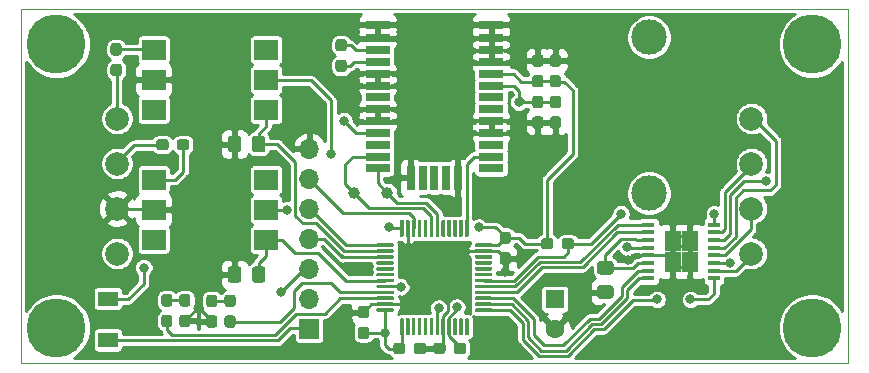
<source format=gtl>
%TF.GenerationSoftware,KiCad,Pcbnew,5.1.8-db9833491~88~ubuntu20.04.1*%
%TF.CreationDate,2021-06-21T07:11:52+02:00*%
%TF.ProjectId,chain-oiler,63686169-6e2d-46f6-996c-65722e6b6963,rev?*%
%TF.SameCoordinates,Original*%
%TF.FileFunction,Copper,L1,Top*%
%TF.FilePolarity,Positive*%
%FSLAX46Y46*%
G04 Gerber Fmt 4.6, Leading zero omitted, Abs format (unit mm)*
G04 Created by KiCad (PCBNEW 5.1.8-db9833491~88~ubuntu20.04.1) date 2021-06-21 07:11:52*
%MOMM*%
%LPD*%
G01*
G04 APERTURE LIST*
%TA.AperFunction,Profile*%
%ADD10C,0.050000*%
%TD*%
%TA.AperFunction,SMDPad,CuDef*%
%ADD11R,2.150000X0.700000*%
%TD*%
%TA.AperFunction,SMDPad,CuDef*%
%ADD12R,0.700000X2.150000*%
%TD*%
%TA.AperFunction,ComponentPad*%
%ADD13C,3.000000*%
%TD*%
%TA.AperFunction,SMDPad,CuDef*%
%ADD14C,1.000000*%
%TD*%
%TA.AperFunction,ComponentPad*%
%ADD15O,1.700000X1.700000*%
%TD*%
%TA.AperFunction,ComponentPad*%
%ADD16R,1.700000X1.700000*%
%TD*%
%TA.AperFunction,SMDPad,CuDef*%
%ADD17R,1.700000X1.300000*%
%TD*%
%TA.AperFunction,ComponentPad*%
%ADD18C,2.000000*%
%TD*%
%TA.AperFunction,SMDPad,CuDef*%
%ADD19R,1.050000X0.450000*%
%TD*%
%TA.AperFunction,SMDPad,CuDef*%
%ADD20R,1.470000X0.895000*%
%TD*%
%TA.AperFunction,SMDPad,CuDef*%
%ADD21R,2.000000X1.780000*%
%TD*%
%TA.AperFunction,ComponentPad*%
%ADD22R,1.600000X1.600000*%
%TD*%
%TA.AperFunction,ComponentPad*%
%ADD23C,1.600000*%
%TD*%
%TA.AperFunction,ViaPad*%
%ADD24C,5.000000*%
%TD*%
%TA.AperFunction,ViaPad*%
%ADD25C,0.800000*%
%TD*%
%TA.AperFunction,Conductor*%
%ADD26C,0.250000*%
%TD*%
%TA.AperFunction,Conductor*%
%ADD27C,0.254000*%
%TD*%
%TA.AperFunction,Conductor*%
%ADD28C,0.100000*%
%TD*%
G04 APERTURE END LIST*
D10*
X100000000Y-100000000D02*
X100000000Y-130000000D01*
X170000000Y-100000000D02*
X100000000Y-100000000D01*
X170000000Y-130000000D02*
X170000000Y-100000000D01*
X100000000Y-130000000D02*
X170000000Y-130000000D01*
%TO.P,U5,1*%
%TO.N,+3V3*%
%TA.AperFunction,SMDPad,CuDef*%
G36*
G01*
X132325000Y-127650000D02*
X132175000Y-127650000D01*
G75*
G02*
X132100000Y-127575000I0J75000D01*
G01*
X132100000Y-126250000D01*
G75*
G02*
X132175000Y-126175000I75000J0D01*
G01*
X132325000Y-126175000D01*
G75*
G02*
X132400000Y-126250000I0J-75000D01*
G01*
X132400000Y-127575000D01*
G75*
G02*
X132325000Y-127650000I-75000J0D01*
G01*
G37*
%TD.AperFunction*%
%TO.P,U5,2*%
%TO.N,Net-(U5-Pad2)*%
%TA.AperFunction,SMDPad,CuDef*%
G36*
G01*
X132825000Y-127650000D02*
X132675000Y-127650000D01*
G75*
G02*
X132600000Y-127575000I0J75000D01*
G01*
X132600000Y-126250000D01*
G75*
G02*
X132675000Y-126175000I75000J0D01*
G01*
X132825000Y-126175000D01*
G75*
G02*
X132900000Y-126250000I0J-75000D01*
G01*
X132900000Y-127575000D01*
G75*
G02*
X132825000Y-127650000I-75000J0D01*
G01*
G37*
%TD.AperFunction*%
%TO.P,U5,3*%
%TO.N,Net-(U5-Pad3)*%
%TA.AperFunction,SMDPad,CuDef*%
G36*
G01*
X133325000Y-127650000D02*
X133175000Y-127650000D01*
G75*
G02*
X133100000Y-127575000I0J75000D01*
G01*
X133100000Y-126250000D01*
G75*
G02*
X133175000Y-126175000I75000J0D01*
G01*
X133325000Y-126175000D01*
G75*
G02*
X133400000Y-126250000I0J-75000D01*
G01*
X133400000Y-127575000D01*
G75*
G02*
X133325000Y-127650000I-75000J0D01*
G01*
G37*
%TD.AperFunction*%
%TO.P,U5,4*%
%TO.N,Net-(U5-Pad4)*%
%TA.AperFunction,SMDPad,CuDef*%
G36*
G01*
X133825000Y-127650000D02*
X133675000Y-127650000D01*
G75*
G02*
X133600000Y-127575000I0J75000D01*
G01*
X133600000Y-126250000D01*
G75*
G02*
X133675000Y-126175000I75000J0D01*
G01*
X133825000Y-126175000D01*
G75*
G02*
X133900000Y-126250000I0J-75000D01*
G01*
X133900000Y-127575000D01*
G75*
G02*
X133825000Y-127650000I-75000J0D01*
G01*
G37*
%TD.AperFunction*%
%TO.P,U5,5*%
%TO.N,Net-(U5-Pad5)*%
%TA.AperFunction,SMDPad,CuDef*%
G36*
G01*
X134325000Y-127650000D02*
X134175000Y-127650000D01*
G75*
G02*
X134100000Y-127575000I0J75000D01*
G01*
X134100000Y-126250000D01*
G75*
G02*
X134175000Y-126175000I75000J0D01*
G01*
X134325000Y-126175000D01*
G75*
G02*
X134400000Y-126250000I0J-75000D01*
G01*
X134400000Y-127575000D01*
G75*
G02*
X134325000Y-127650000I-75000J0D01*
G01*
G37*
%TD.AperFunction*%
%TO.P,U5,6*%
%TO.N,Net-(U5-Pad6)*%
%TA.AperFunction,SMDPad,CuDef*%
G36*
G01*
X134825000Y-127650000D02*
X134675000Y-127650000D01*
G75*
G02*
X134600000Y-127575000I0J75000D01*
G01*
X134600000Y-126250000D01*
G75*
G02*
X134675000Y-126175000I75000J0D01*
G01*
X134825000Y-126175000D01*
G75*
G02*
X134900000Y-126250000I0J-75000D01*
G01*
X134900000Y-127575000D01*
G75*
G02*
X134825000Y-127650000I-75000J0D01*
G01*
G37*
%TD.AperFunction*%
%TO.P,U5,7*%
%TO.N,nRST*%
%TA.AperFunction,SMDPad,CuDef*%
G36*
G01*
X135325000Y-127650000D02*
X135175000Y-127650000D01*
G75*
G02*
X135100000Y-127575000I0J75000D01*
G01*
X135100000Y-126250000D01*
G75*
G02*
X135175000Y-126175000I75000J0D01*
G01*
X135325000Y-126175000D01*
G75*
G02*
X135400000Y-126250000I0J-75000D01*
G01*
X135400000Y-127575000D01*
G75*
G02*
X135325000Y-127650000I-75000J0D01*
G01*
G37*
%TD.AperFunction*%
%TO.P,U5,8*%
%TO.N,-BATT*%
%TA.AperFunction,SMDPad,CuDef*%
G36*
G01*
X135825000Y-127650000D02*
X135675000Y-127650000D01*
G75*
G02*
X135600000Y-127575000I0J75000D01*
G01*
X135600000Y-126250000D01*
G75*
G02*
X135675000Y-126175000I75000J0D01*
G01*
X135825000Y-126175000D01*
G75*
G02*
X135900000Y-126250000I0J-75000D01*
G01*
X135900000Y-127575000D01*
G75*
G02*
X135825000Y-127650000I-75000J0D01*
G01*
G37*
%TD.AperFunction*%
%TO.P,U5,9*%
%TO.N,+3V3*%
%TA.AperFunction,SMDPad,CuDef*%
G36*
G01*
X136325000Y-127650000D02*
X136175000Y-127650000D01*
G75*
G02*
X136100000Y-127575000I0J75000D01*
G01*
X136100000Y-126250000D01*
G75*
G02*
X136175000Y-126175000I75000J0D01*
G01*
X136325000Y-126175000D01*
G75*
G02*
X136400000Y-126250000I0J-75000D01*
G01*
X136400000Y-127575000D01*
G75*
G02*
X136325000Y-127650000I-75000J0D01*
G01*
G37*
%TD.AperFunction*%
%TO.P,U5,10*%
%TO.N,Net-(U5-Pad10)*%
%TA.AperFunction,SMDPad,CuDef*%
G36*
G01*
X136825000Y-127650000D02*
X136675000Y-127650000D01*
G75*
G02*
X136600000Y-127575000I0J75000D01*
G01*
X136600000Y-126250000D01*
G75*
G02*
X136675000Y-126175000I75000J0D01*
G01*
X136825000Y-126175000D01*
G75*
G02*
X136900000Y-126250000I0J-75000D01*
G01*
X136900000Y-127575000D01*
G75*
G02*
X136825000Y-127650000I-75000J0D01*
G01*
G37*
%TD.AperFunction*%
%TO.P,U5,11*%
%TO.N,Net-(U5-Pad11)*%
%TA.AperFunction,SMDPad,CuDef*%
G36*
G01*
X137325000Y-127650000D02*
X137175000Y-127650000D01*
G75*
G02*
X137100000Y-127575000I0J75000D01*
G01*
X137100000Y-126250000D01*
G75*
G02*
X137175000Y-126175000I75000J0D01*
G01*
X137325000Y-126175000D01*
G75*
G02*
X137400000Y-126250000I0J-75000D01*
G01*
X137400000Y-127575000D01*
G75*
G02*
X137325000Y-127650000I-75000J0D01*
G01*
G37*
%TD.AperFunction*%
%TO.P,U5,12*%
%TO.N,Net-(U5-Pad12)*%
%TA.AperFunction,SMDPad,CuDef*%
G36*
G01*
X137825000Y-127650000D02*
X137675000Y-127650000D01*
G75*
G02*
X137600000Y-127575000I0J75000D01*
G01*
X137600000Y-126250000D01*
G75*
G02*
X137675000Y-126175000I75000J0D01*
G01*
X137825000Y-126175000D01*
G75*
G02*
X137900000Y-126250000I0J-75000D01*
G01*
X137900000Y-127575000D01*
G75*
G02*
X137825000Y-127650000I-75000J0D01*
G01*
G37*
%TD.AperFunction*%
%TO.P,U5,13*%
%TO.N,nSLEEP*%
%TA.AperFunction,SMDPad,CuDef*%
G36*
G01*
X139825000Y-125650000D02*
X138500000Y-125650000D01*
G75*
G02*
X138425000Y-125575000I0J75000D01*
G01*
X138425000Y-125425000D01*
G75*
G02*
X138500000Y-125350000I75000J0D01*
G01*
X139825000Y-125350000D01*
G75*
G02*
X139900000Y-125425000I0J-75000D01*
G01*
X139900000Y-125575000D01*
G75*
G02*
X139825000Y-125650000I-75000J0D01*
G01*
G37*
%TD.AperFunction*%
%TO.P,U5,14*%
%TO.N,AIN1*%
%TA.AperFunction,SMDPad,CuDef*%
G36*
G01*
X139825000Y-125150000D02*
X138500000Y-125150000D01*
G75*
G02*
X138425000Y-125075000I0J75000D01*
G01*
X138425000Y-124925000D01*
G75*
G02*
X138500000Y-124850000I75000J0D01*
G01*
X139825000Y-124850000D01*
G75*
G02*
X139900000Y-124925000I0J-75000D01*
G01*
X139900000Y-125075000D01*
G75*
G02*
X139825000Y-125150000I-75000J0D01*
G01*
G37*
%TD.AperFunction*%
%TO.P,U5,15*%
%TO.N,AIN2*%
%TA.AperFunction,SMDPad,CuDef*%
G36*
G01*
X139825000Y-124650000D02*
X138500000Y-124650000D01*
G75*
G02*
X138425000Y-124575000I0J75000D01*
G01*
X138425000Y-124425000D01*
G75*
G02*
X138500000Y-124350000I75000J0D01*
G01*
X139825000Y-124350000D01*
G75*
G02*
X139900000Y-124425000I0J-75000D01*
G01*
X139900000Y-124575000D01*
G75*
G02*
X139825000Y-124650000I-75000J0D01*
G01*
G37*
%TD.AperFunction*%
%TO.P,U5,16*%
%TO.N,BIN2*%
%TA.AperFunction,SMDPad,CuDef*%
G36*
G01*
X139825000Y-124150000D02*
X138500000Y-124150000D01*
G75*
G02*
X138425000Y-124075000I0J75000D01*
G01*
X138425000Y-123925000D01*
G75*
G02*
X138500000Y-123850000I75000J0D01*
G01*
X139825000Y-123850000D01*
G75*
G02*
X139900000Y-123925000I0J-75000D01*
G01*
X139900000Y-124075000D01*
G75*
G02*
X139825000Y-124150000I-75000J0D01*
G01*
G37*
%TD.AperFunction*%
%TO.P,U5,17*%
%TO.N,BIN1*%
%TA.AperFunction,SMDPad,CuDef*%
G36*
G01*
X139825000Y-123650000D02*
X138500000Y-123650000D01*
G75*
G02*
X138425000Y-123575000I0J75000D01*
G01*
X138425000Y-123425000D01*
G75*
G02*
X138500000Y-123350000I75000J0D01*
G01*
X139825000Y-123350000D01*
G75*
G02*
X139900000Y-123425000I0J-75000D01*
G01*
X139900000Y-123575000D01*
G75*
G02*
X139825000Y-123650000I-75000J0D01*
G01*
G37*
%TD.AperFunction*%
%TO.P,U5,18*%
%TO.N,nFAULT*%
%TA.AperFunction,SMDPad,CuDef*%
G36*
G01*
X139825000Y-123150000D02*
X138500000Y-123150000D01*
G75*
G02*
X138425000Y-123075000I0J75000D01*
G01*
X138425000Y-122925000D01*
G75*
G02*
X138500000Y-122850000I75000J0D01*
G01*
X139825000Y-122850000D01*
G75*
G02*
X139900000Y-122925000I0J-75000D01*
G01*
X139900000Y-123075000D01*
G75*
G02*
X139825000Y-123150000I-75000J0D01*
G01*
G37*
%TD.AperFunction*%
%TO.P,U5,19*%
%TO.N,Net-(U5-Pad19)*%
%TA.AperFunction,SMDPad,CuDef*%
G36*
G01*
X139825000Y-122650000D02*
X138500000Y-122650000D01*
G75*
G02*
X138425000Y-122575000I0J75000D01*
G01*
X138425000Y-122425000D01*
G75*
G02*
X138500000Y-122350000I75000J0D01*
G01*
X139825000Y-122350000D01*
G75*
G02*
X139900000Y-122425000I0J-75000D01*
G01*
X139900000Y-122575000D01*
G75*
G02*
X139825000Y-122650000I-75000J0D01*
G01*
G37*
%TD.AperFunction*%
%TO.P,U5,20*%
%TO.N,Net-(U5-Pad20)*%
%TA.AperFunction,SMDPad,CuDef*%
G36*
G01*
X139825000Y-122150000D02*
X138500000Y-122150000D01*
G75*
G02*
X138425000Y-122075000I0J75000D01*
G01*
X138425000Y-121925000D01*
G75*
G02*
X138500000Y-121850000I75000J0D01*
G01*
X139825000Y-121850000D01*
G75*
G02*
X139900000Y-121925000I0J-75000D01*
G01*
X139900000Y-122075000D01*
G75*
G02*
X139825000Y-122150000I-75000J0D01*
G01*
G37*
%TD.AperFunction*%
%TO.P,U5,21*%
%TO.N,Net-(U5-Pad21)*%
%TA.AperFunction,SMDPad,CuDef*%
G36*
G01*
X139825000Y-121650000D02*
X138500000Y-121650000D01*
G75*
G02*
X138425000Y-121575000I0J75000D01*
G01*
X138425000Y-121425000D01*
G75*
G02*
X138500000Y-121350000I75000J0D01*
G01*
X139825000Y-121350000D01*
G75*
G02*
X139900000Y-121425000I0J-75000D01*
G01*
X139900000Y-121575000D01*
G75*
G02*
X139825000Y-121650000I-75000J0D01*
G01*
G37*
%TD.AperFunction*%
%TO.P,U5,22*%
%TO.N,Net-(U5-Pad22)*%
%TA.AperFunction,SMDPad,CuDef*%
G36*
G01*
X139825000Y-121150000D02*
X138500000Y-121150000D01*
G75*
G02*
X138425000Y-121075000I0J75000D01*
G01*
X138425000Y-120925000D01*
G75*
G02*
X138500000Y-120850000I75000J0D01*
G01*
X139825000Y-120850000D01*
G75*
G02*
X139900000Y-120925000I0J-75000D01*
G01*
X139900000Y-121075000D01*
G75*
G02*
X139825000Y-121150000I-75000J0D01*
G01*
G37*
%TD.AperFunction*%
%TO.P,U5,23*%
%TO.N,-BATT*%
%TA.AperFunction,SMDPad,CuDef*%
G36*
G01*
X139825000Y-120650000D02*
X138500000Y-120650000D01*
G75*
G02*
X138425000Y-120575000I0J75000D01*
G01*
X138425000Y-120425000D01*
G75*
G02*
X138500000Y-120350000I75000J0D01*
G01*
X139825000Y-120350000D01*
G75*
G02*
X139900000Y-120425000I0J-75000D01*
G01*
X139900000Y-120575000D01*
G75*
G02*
X139825000Y-120650000I-75000J0D01*
G01*
G37*
%TD.AperFunction*%
%TO.P,U5,24*%
%TO.N,+3V3*%
%TA.AperFunction,SMDPad,CuDef*%
G36*
G01*
X139825000Y-120150000D02*
X138500000Y-120150000D01*
G75*
G02*
X138425000Y-120075000I0J75000D01*
G01*
X138425000Y-119925000D01*
G75*
G02*
X138500000Y-119850000I75000J0D01*
G01*
X139825000Y-119850000D01*
G75*
G02*
X139900000Y-119925000I0J-75000D01*
G01*
X139900000Y-120075000D01*
G75*
G02*
X139825000Y-120150000I-75000J0D01*
G01*
G37*
%TD.AperFunction*%
%TO.P,U5,25*%
%TO.N,GPS-3DFIX*%
%TA.AperFunction,SMDPad,CuDef*%
G36*
G01*
X137825000Y-119325000D02*
X137675000Y-119325000D01*
G75*
G02*
X137600000Y-119250000I0J75000D01*
G01*
X137600000Y-117925000D01*
G75*
G02*
X137675000Y-117850000I75000J0D01*
G01*
X137825000Y-117850000D01*
G75*
G02*
X137900000Y-117925000I0J-75000D01*
G01*
X137900000Y-119250000D01*
G75*
G02*
X137825000Y-119325000I-75000J0D01*
G01*
G37*
%TD.AperFunction*%
%TO.P,U5,26*%
%TO.N,Net-(U5-Pad26)*%
%TA.AperFunction,SMDPad,CuDef*%
G36*
G01*
X137325000Y-119325000D02*
X137175000Y-119325000D01*
G75*
G02*
X137100000Y-119250000I0J75000D01*
G01*
X137100000Y-117925000D01*
G75*
G02*
X137175000Y-117850000I75000J0D01*
G01*
X137325000Y-117850000D01*
G75*
G02*
X137400000Y-117925000I0J-75000D01*
G01*
X137400000Y-119250000D01*
G75*
G02*
X137325000Y-119325000I-75000J0D01*
G01*
G37*
%TD.AperFunction*%
%TO.P,U5,27*%
%TO.N,Net-(U5-Pad27)*%
%TA.AperFunction,SMDPad,CuDef*%
G36*
G01*
X136825000Y-119325000D02*
X136675000Y-119325000D01*
G75*
G02*
X136600000Y-119250000I0J75000D01*
G01*
X136600000Y-117925000D01*
G75*
G02*
X136675000Y-117850000I75000J0D01*
G01*
X136825000Y-117850000D01*
G75*
G02*
X136900000Y-117925000I0J-75000D01*
G01*
X136900000Y-119250000D01*
G75*
G02*
X136825000Y-119325000I-75000J0D01*
G01*
G37*
%TD.AperFunction*%
%TO.P,U5,28*%
%TO.N,Net-(U5-Pad28)*%
%TA.AperFunction,SMDPad,CuDef*%
G36*
G01*
X136325000Y-119325000D02*
X136175000Y-119325000D01*
G75*
G02*
X136100000Y-119250000I0J75000D01*
G01*
X136100000Y-117925000D01*
G75*
G02*
X136175000Y-117850000I75000J0D01*
G01*
X136325000Y-117850000D01*
G75*
G02*
X136400000Y-117925000I0J-75000D01*
G01*
X136400000Y-119250000D01*
G75*
G02*
X136325000Y-119325000I-75000J0D01*
G01*
G37*
%TD.AperFunction*%
%TO.P,U5,29*%
%TO.N,Net-(U5-Pad29)*%
%TA.AperFunction,SMDPad,CuDef*%
G36*
G01*
X135825000Y-119325000D02*
X135675000Y-119325000D01*
G75*
G02*
X135600000Y-119250000I0J75000D01*
G01*
X135600000Y-117925000D01*
G75*
G02*
X135675000Y-117850000I75000J0D01*
G01*
X135825000Y-117850000D01*
G75*
G02*
X135900000Y-117925000I0J-75000D01*
G01*
X135900000Y-119250000D01*
G75*
G02*
X135825000Y-119325000I-75000J0D01*
G01*
G37*
%TD.AperFunction*%
%TO.P,U5,30*%
%TO.N,UART1-Tx*%
%TA.AperFunction,SMDPad,CuDef*%
G36*
G01*
X135325000Y-119325000D02*
X135175000Y-119325000D01*
G75*
G02*
X135100000Y-119250000I0J75000D01*
G01*
X135100000Y-117925000D01*
G75*
G02*
X135175000Y-117850000I75000J0D01*
G01*
X135325000Y-117850000D01*
G75*
G02*
X135400000Y-117925000I0J-75000D01*
G01*
X135400000Y-119250000D01*
G75*
G02*
X135325000Y-119325000I-75000J0D01*
G01*
G37*
%TD.AperFunction*%
%TO.P,U5,31*%
%TO.N,UART1-Rx*%
%TA.AperFunction,SMDPad,CuDef*%
G36*
G01*
X134825000Y-119325000D02*
X134675000Y-119325000D01*
G75*
G02*
X134600000Y-119250000I0J75000D01*
G01*
X134600000Y-117925000D01*
G75*
G02*
X134675000Y-117850000I75000J0D01*
G01*
X134825000Y-117850000D01*
G75*
G02*
X134900000Y-117925000I0J-75000D01*
G01*
X134900000Y-119250000D01*
G75*
G02*
X134825000Y-119325000I-75000J0D01*
G01*
G37*
%TD.AperFunction*%
%TO.P,U5,32*%
%TO.N,Net-(U5-Pad32)*%
%TA.AperFunction,SMDPad,CuDef*%
G36*
G01*
X134325000Y-119325000D02*
X134175000Y-119325000D01*
G75*
G02*
X134100000Y-119250000I0J75000D01*
G01*
X134100000Y-117925000D01*
G75*
G02*
X134175000Y-117850000I75000J0D01*
G01*
X134325000Y-117850000D01*
G75*
G02*
X134400000Y-117925000I0J-75000D01*
G01*
X134400000Y-119250000D01*
G75*
G02*
X134325000Y-119325000I-75000J0D01*
G01*
G37*
%TD.AperFunction*%
%TO.P,U5,33*%
%TO.N,Net-(U5-Pad33)*%
%TA.AperFunction,SMDPad,CuDef*%
G36*
G01*
X133825000Y-119325000D02*
X133675000Y-119325000D01*
G75*
G02*
X133600000Y-119250000I0J75000D01*
G01*
X133600000Y-117925000D01*
G75*
G02*
X133675000Y-117850000I75000J0D01*
G01*
X133825000Y-117850000D01*
G75*
G02*
X133900000Y-117925000I0J-75000D01*
G01*
X133900000Y-119250000D01*
G75*
G02*
X133825000Y-119325000I-75000J0D01*
G01*
G37*
%TD.AperFunction*%
%TO.P,U5,34*%
%TO.N,SWDIO*%
%TA.AperFunction,SMDPad,CuDef*%
G36*
G01*
X133325000Y-119325000D02*
X133175000Y-119325000D01*
G75*
G02*
X133100000Y-119250000I0J75000D01*
G01*
X133100000Y-117925000D01*
G75*
G02*
X133175000Y-117850000I75000J0D01*
G01*
X133325000Y-117850000D01*
G75*
G02*
X133400000Y-117925000I0J-75000D01*
G01*
X133400000Y-119250000D01*
G75*
G02*
X133325000Y-119325000I-75000J0D01*
G01*
G37*
%TD.AperFunction*%
%TO.P,U5,35*%
%TO.N,-BATT*%
%TA.AperFunction,SMDPad,CuDef*%
G36*
G01*
X132825000Y-119325000D02*
X132675000Y-119325000D01*
G75*
G02*
X132600000Y-119250000I0J75000D01*
G01*
X132600000Y-117925000D01*
G75*
G02*
X132675000Y-117850000I75000J0D01*
G01*
X132825000Y-117850000D01*
G75*
G02*
X132900000Y-117925000I0J-75000D01*
G01*
X132900000Y-119250000D01*
G75*
G02*
X132825000Y-119325000I-75000J0D01*
G01*
G37*
%TD.AperFunction*%
%TO.P,U5,36*%
%TO.N,+3V3*%
%TA.AperFunction,SMDPad,CuDef*%
G36*
G01*
X132325000Y-119325000D02*
X132175000Y-119325000D01*
G75*
G02*
X132100000Y-119250000I0J75000D01*
G01*
X132100000Y-117925000D01*
G75*
G02*
X132175000Y-117850000I75000J0D01*
G01*
X132325000Y-117850000D01*
G75*
G02*
X132400000Y-117925000I0J-75000D01*
G01*
X132400000Y-119250000D01*
G75*
G02*
X132325000Y-119325000I-75000J0D01*
G01*
G37*
%TD.AperFunction*%
%TO.P,U5,37*%
%TO.N,SWCLK*%
%TA.AperFunction,SMDPad,CuDef*%
G36*
G01*
X131500000Y-120150000D02*
X130175000Y-120150000D01*
G75*
G02*
X130100000Y-120075000I0J75000D01*
G01*
X130100000Y-119925000D01*
G75*
G02*
X130175000Y-119850000I75000J0D01*
G01*
X131500000Y-119850000D01*
G75*
G02*
X131575000Y-119925000I0J-75000D01*
G01*
X131575000Y-120075000D01*
G75*
G02*
X131500000Y-120150000I-75000J0D01*
G01*
G37*
%TD.AperFunction*%
%TO.P,U5,38*%
%TO.N,EXT-SW1*%
%TA.AperFunction,SMDPad,CuDef*%
G36*
G01*
X131500000Y-120650000D02*
X130175000Y-120650000D01*
G75*
G02*
X130100000Y-120575000I0J75000D01*
G01*
X130100000Y-120425000D01*
G75*
G02*
X130175000Y-120350000I75000J0D01*
G01*
X131500000Y-120350000D01*
G75*
G02*
X131575000Y-120425000I0J-75000D01*
G01*
X131575000Y-120575000D01*
G75*
G02*
X131500000Y-120650000I-75000J0D01*
G01*
G37*
%TD.AperFunction*%
%TO.P,U5,39*%
%TO.N,SWO*%
%TA.AperFunction,SMDPad,CuDef*%
G36*
G01*
X131500000Y-121150000D02*
X130175000Y-121150000D01*
G75*
G02*
X130100000Y-121075000I0J75000D01*
G01*
X130100000Y-120925000D01*
G75*
G02*
X130175000Y-120850000I75000J0D01*
G01*
X131500000Y-120850000D01*
G75*
G02*
X131575000Y-120925000I0J-75000D01*
G01*
X131575000Y-121075000D01*
G75*
G02*
X131500000Y-121150000I-75000J0D01*
G01*
G37*
%TD.AperFunction*%
%TO.P,U5,40*%
%TO.N,Net-(U5-Pad40)*%
%TA.AperFunction,SMDPad,CuDef*%
G36*
G01*
X131500000Y-121650000D02*
X130175000Y-121650000D01*
G75*
G02*
X130100000Y-121575000I0J75000D01*
G01*
X130100000Y-121425000D01*
G75*
G02*
X130175000Y-121350000I75000J0D01*
G01*
X131500000Y-121350000D01*
G75*
G02*
X131575000Y-121425000I0J-75000D01*
G01*
X131575000Y-121575000D01*
G75*
G02*
X131500000Y-121650000I-75000J0D01*
G01*
G37*
%TD.AperFunction*%
%TO.P,U5,41*%
%TO.N,Net-(U5-Pad41)*%
%TA.AperFunction,SMDPad,CuDef*%
G36*
G01*
X131500000Y-122150000D02*
X130175000Y-122150000D01*
G75*
G02*
X130100000Y-122075000I0J75000D01*
G01*
X130100000Y-121925000D01*
G75*
G02*
X130175000Y-121850000I75000J0D01*
G01*
X131500000Y-121850000D01*
G75*
G02*
X131575000Y-121925000I0J-75000D01*
G01*
X131575000Y-122075000D01*
G75*
G02*
X131500000Y-122150000I-75000J0D01*
G01*
G37*
%TD.AperFunction*%
%TO.P,U5,42*%
%TO.N,Net-(U5-Pad42)*%
%TA.AperFunction,SMDPad,CuDef*%
G36*
G01*
X131500000Y-122650000D02*
X130175000Y-122650000D01*
G75*
G02*
X130100000Y-122575000I0J75000D01*
G01*
X130100000Y-122425000D01*
G75*
G02*
X130175000Y-122350000I75000J0D01*
G01*
X131500000Y-122350000D01*
G75*
G02*
X131575000Y-122425000I0J-75000D01*
G01*
X131575000Y-122575000D01*
G75*
G02*
X131500000Y-122650000I-75000J0D01*
G01*
G37*
%TD.AperFunction*%
%TO.P,U5,43*%
%TO.N,EXT-SW2*%
%TA.AperFunction,SMDPad,CuDef*%
G36*
G01*
X131500000Y-123150000D02*
X130175000Y-123150000D01*
G75*
G02*
X130100000Y-123075000I0J75000D01*
G01*
X130100000Y-122925000D01*
G75*
G02*
X130175000Y-122850000I75000J0D01*
G01*
X131500000Y-122850000D01*
G75*
G02*
X131575000Y-122925000I0J-75000D01*
G01*
X131575000Y-123075000D01*
G75*
G02*
X131500000Y-123150000I-75000J0D01*
G01*
G37*
%TD.AperFunction*%
%TO.P,U5,44*%
%TO.N,Net-(R12-Pad1)*%
%TA.AperFunction,SMDPad,CuDef*%
G36*
G01*
X131500000Y-123650000D02*
X130175000Y-123650000D01*
G75*
G02*
X130100000Y-123575000I0J75000D01*
G01*
X130100000Y-123425000D01*
G75*
G02*
X130175000Y-123350000I75000J0D01*
G01*
X131500000Y-123350000D01*
G75*
G02*
X131575000Y-123425000I0J-75000D01*
G01*
X131575000Y-123575000D01*
G75*
G02*
X131500000Y-123650000I-75000J0D01*
G01*
G37*
%TD.AperFunction*%
%TO.P,U5,45*%
%TO.N,OUTPUT-ON*%
%TA.AperFunction,SMDPad,CuDef*%
G36*
G01*
X131500000Y-124150000D02*
X130175000Y-124150000D01*
G75*
G02*
X130100000Y-124075000I0J75000D01*
G01*
X130100000Y-123925000D01*
G75*
G02*
X130175000Y-123850000I75000J0D01*
G01*
X131500000Y-123850000D01*
G75*
G02*
X131575000Y-123925000I0J-75000D01*
G01*
X131575000Y-124075000D01*
G75*
G02*
X131500000Y-124150000I-75000J0D01*
G01*
G37*
%TD.AperFunction*%
%TO.P,U5,46*%
%TO.N,GPS-STATUS*%
%TA.AperFunction,SMDPad,CuDef*%
G36*
G01*
X131500000Y-124650000D02*
X130175000Y-124650000D01*
G75*
G02*
X130100000Y-124575000I0J75000D01*
G01*
X130100000Y-124425000D01*
G75*
G02*
X130175000Y-124350000I75000J0D01*
G01*
X131500000Y-124350000D01*
G75*
G02*
X131575000Y-124425000I0J-75000D01*
G01*
X131575000Y-124575000D01*
G75*
G02*
X131500000Y-124650000I-75000J0D01*
G01*
G37*
%TD.AperFunction*%
%TO.P,U5,47*%
%TO.N,-BATT*%
%TA.AperFunction,SMDPad,CuDef*%
G36*
G01*
X131500000Y-125150000D02*
X130175000Y-125150000D01*
G75*
G02*
X130100000Y-125075000I0J75000D01*
G01*
X130100000Y-124925000D01*
G75*
G02*
X130175000Y-124850000I75000J0D01*
G01*
X131500000Y-124850000D01*
G75*
G02*
X131575000Y-124925000I0J-75000D01*
G01*
X131575000Y-125075000D01*
G75*
G02*
X131500000Y-125150000I-75000J0D01*
G01*
G37*
%TD.AperFunction*%
%TO.P,U5,48*%
%TO.N,+3V3*%
%TA.AperFunction,SMDPad,CuDef*%
G36*
G01*
X131500000Y-125650000D02*
X130175000Y-125650000D01*
G75*
G02*
X130100000Y-125575000I0J75000D01*
G01*
X130100000Y-125425000D01*
G75*
G02*
X130175000Y-125350000I75000J0D01*
G01*
X131500000Y-125350000D01*
G75*
G02*
X131575000Y-125425000I0J-75000D01*
G01*
X131575000Y-125575000D01*
G75*
G02*
X131500000Y-125650000I-75000J0D01*
G01*
G37*
%TD.AperFunction*%
%TD*%
D11*
%TO.P,U2,1*%
%TO.N,N/C*%
X139800000Y-113500000D03*
%TO.P,U2,2*%
%TO.N,GPS-3DFIX*%
X139800000Y-112500000D03*
%TO.P,U2,3*%
%TO.N,Net-(U2-Pad3)*%
X139800000Y-111500000D03*
%TO.P,U2,4*%
%TO.N,-BATT*%
X139800000Y-110500000D03*
%TO.P,U2,5*%
X139800000Y-109500000D03*
%TO.P,U2,6*%
%TO.N,Net-(U2-Pad6)*%
X139800000Y-108500000D03*
%TO.P,U2,7*%
%TO.N,Net-(U2-Pad7)*%
X139800000Y-107500000D03*
%TO.P,U2,8*%
%TO.N,Net-(BT1-Pad1)*%
X139800000Y-106500000D03*
%TO.P,U2,9*%
%TO.N,+3V3*%
X139800000Y-105500000D03*
%TO.P,U2,10*%
%TO.N,-BATT*%
X139800000Y-104500000D03*
%TO.P,U2,11*%
X139800000Y-103500000D03*
%TO.P,U2,12*%
X139800000Y-102500000D03*
%TO.P,U2,13*%
X139800000Y-101350000D03*
%TO.P,U2,14*%
X130200000Y-101350000D03*
%TO.P,U2,15*%
X130200000Y-102500000D03*
%TO.P,U2,16*%
%TO.N,Net-(R1-Pad1)*%
X130200000Y-103500000D03*
%TO.P,U2,17*%
%TO.N,Net-(R1-Pad2)*%
X130200000Y-104500000D03*
%TO.P,U2,18*%
%TO.N,-BATT*%
X130200000Y-105500000D03*
%TO.P,U2,19*%
X130200000Y-106500000D03*
%TO.P,U2,20*%
%TO.N,Net-(U2-Pad20)*%
X130200000Y-107500000D03*
%TO.P,U2,21*%
%TO.N,-BATT*%
X130200000Y-108500000D03*
%TO.P,U2,22*%
X130200000Y-109500000D03*
%TO.P,U2,23*%
%TO.N,Net-(R2-Pad2)*%
X130200000Y-110500000D03*
%TO.P,U2,24*%
%TO.N,Net-(U2-Pad24)*%
X130200000Y-111500000D03*
%TO.P,U2,25*%
%TO.N,UART1-Rx*%
X130200000Y-112500000D03*
%TO.P,U2,26*%
%TO.N,UART1-Tx*%
X130200000Y-113500000D03*
D12*
%TO.P,U2,27*%
%TO.N,-BATT*%
X133000000Y-114300000D03*
%TO.P,U2,28*%
%TO.N,Net-(U2-Pad28)*%
X134000000Y-114300000D03*
%TO.P,U2,29*%
%TO.N,Net-(U2-Pad29)*%
X135000000Y-114300000D03*
%TO.P,U2,30*%
%TO.N,Net-(U2-Pad30)*%
X136000000Y-114300000D03*
%TO.P,U2,31*%
%TO.N,-BATT*%
X137000000Y-114300000D03*
%TD*%
D13*
%TO.P,BT1,1*%
%TO.N,Net-(BT1-Pad1)*%
X153175000Y-115600000D03*
X153175000Y-102400000D03*
%TD*%
D14*
%TO.P,TP2,1*%
%TO.N,UART1-Tx*%
X131025000Y-115550000D03*
%TD*%
%TO.P,R8,2*%
%TO.N,INPUT2*%
%TA.AperFunction,SMDPad,CuDef*%
G36*
G01*
X112500000Y-111262500D02*
X112500000Y-111737500D01*
G75*
G02*
X112262500Y-111975000I-237500J0D01*
G01*
X111687500Y-111975000D01*
G75*
G02*
X111450000Y-111737500I0J237500D01*
G01*
X111450000Y-111262500D01*
G75*
G02*
X111687500Y-111025000I237500J0D01*
G01*
X112262500Y-111025000D01*
G75*
G02*
X112500000Y-111262500I0J-237500D01*
G01*
G37*
%TD.AperFunction*%
%TO.P,R8,1*%
%TO.N,Net-(R8-Pad1)*%
%TA.AperFunction,SMDPad,CuDef*%
G36*
G01*
X114250000Y-111262500D02*
X114250000Y-111737500D01*
G75*
G02*
X114012500Y-111975000I-237500J0D01*
G01*
X113437500Y-111975000D01*
G75*
G02*
X113200000Y-111737500I0J237500D01*
G01*
X113200000Y-111262500D01*
G75*
G02*
X113437500Y-111025000I237500J0D01*
G01*
X114012500Y-111025000D01*
G75*
G02*
X114250000Y-111262500I0J-237500D01*
G01*
G37*
%TD.AperFunction*%
%TD*%
%TO.P,R6,2*%
%TO.N,INPUT1*%
%TA.AperFunction,SMDPad,CuDef*%
G36*
G01*
X107812500Y-104650000D02*
X108287500Y-104650000D01*
G75*
G02*
X108525000Y-104887500I0J-237500D01*
G01*
X108525000Y-105462500D01*
G75*
G02*
X108287500Y-105700000I-237500J0D01*
G01*
X107812500Y-105700000D01*
G75*
G02*
X107575000Y-105462500I0J237500D01*
G01*
X107575000Y-104887500D01*
G75*
G02*
X107812500Y-104650000I237500J0D01*
G01*
G37*
%TD.AperFunction*%
%TO.P,R6,1*%
%TO.N,Net-(R6-Pad1)*%
%TA.AperFunction,SMDPad,CuDef*%
G36*
G01*
X107812500Y-102900000D02*
X108287500Y-102900000D01*
G75*
G02*
X108525000Y-103137500I0J-237500D01*
G01*
X108525000Y-103712500D01*
G75*
G02*
X108287500Y-103950000I-237500J0D01*
G01*
X107812500Y-103950000D01*
G75*
G02*
X107575000Y-103712500I0J237500D01*
G01*
X107575000Y-103137500D01*
G75*
G02*
X107812500Y-102900000I237500J0D01*
G01*
G37*
%TD.AperFunction*%
%TD*%
%TO.P,R1,2*%
%TO.N,Net-(R1-Pad2)*%
%TA.AperFunction,SMDPad,CuDef*%
G36*
G01*
X126862500Y-104300000D02*
X127337500Y-104300000D01*
G75*
G02*
X127575000Y-104537500I0J-237500D01*
G01*
X127575000Y-105112500D01*
G75*
G02*
X127337500Y-105350000I-237500J0D01*
G01*
X126862500Y-105350000D01*
G75*
G02*
X126625000Y-105112500I0J237500D01*
G01*
X126625000Y-104537500D01*
G75*
G02*
X126862500Y-104300000I237500J0D01*
G01*
G37*
%TD.AperFunction*%
%TO.P,R1,1*%
%TO.N,Net-(R1-Pad1)*%
%TA.AperFunction,SMDPad,CuDef*%
G36*
G01*
X126862500Y-102550000D02*
X127337500Y-102550000D01*
G75*
G02*
X127575000Y-102787500I0J-237500D01*
G01*
X127575000Y-103362500D01*
G75*
G02*
X127337500Y-103600000I-237500J0D01*
G01*
X126862500Y-103600000D01*
G75*
G02*
X126625000Y-103362500I0J237500D01*
G01*
X126625000Y-102787500D01*
G75*
G02*
X126862500Y-102550000I237500J0D01*
G01*
G37*
%TD.AperFunction*%
%TD*%
%TO.P,C2,2*%
%TO.N,Net-(C2-Pad2)*%
%TA.AperFunction,SMDPad,CuDef*%
G36*
G01*
X149925001Y-122500000D02*
X149024999Y-122500000D01*
G75*
G02*
X148775000Y-122250001I0J249999D01*
G01*
X148775000Y-121599999D01*
G75*
G02*
X149024999Y-121350000I249999J0D01*
G01*
X149925001Y-121350000D01*
G75*
G02*
X150175000Y-121599999I0J-249999D01*
G01*
X150175000Y-122250001D01*
G75*
G02*
X149925001Y-122500000I-249999J0D01*
G01*
G37*
%TD.AperFunction*%
%TO.P,C2,1*%
%TO.N,-BATT*%
%TA.AperFunction,SMDPad,CuDef*%
G36*
G01*
X149925001Y-124550000D02*
X149024999Y-124550000D01*
G75*
G02*
X148775000Y-124300001I0J249999D01*
G01*
X148775000Y-123649999D01*
G75*
G02*
X149024999Y-123400000I249999J0D01*
G01*
X149925001Y-123400000D01*
G75*
G02*
X150175000Y-123649999I0J-249999D01*
G01*
X150175000Y-124300001D01*
G75*
G02*
X149925001Y-124550000I-249999J0D01*
G01*
G37*
%TD.AperFunction*%
%TD*%
D15*
%TO.P,J4,7*%
%TO.N,-BATT*%
X124400000Y-111860000D03*
%TO.P,J4,6*%
%TO.N,SWDIO*%
X124400000Y-114400000D03*
%TO.P,J4,5*%
%TO.N,SWCLK*%
X124400000Y-116940000D03*
%TO.P,J4,4*%
%TO.N,SWO*%
X124400000Y-119480000D03*
%TO.P,J4,3*%
%TO.N,nRST*%
X124400000Y-122020000D03*
%TO.P,J4,2*%
%TO.N,+3V3*%
X124400000Y-124560000D03*
D16*
%TO.P,J4,1*%
%TO.N,+5V*%
X124400000Y-127100000D03*
%TD*%
%TO.P,C3,2*%
%TO.N,-BATT*%
%TA.AperFunction,SMDPad,CuDef*%
G36*
G01*
X143987500Y-104900000D02*
X143512500Y-104900000D01*
G75*
G02*
X143275000Y-104662500I0J237500D01*
G01*
X143275000Y-104087500D01*
G75*
G02*
X143512500Y-103850000I237500J0D01*
G01*
X143987500Y-103850000D01*
G75*
G02*
X144225000Y-104087500I0J-237500D01*
G01*
X144225000Y-104662500D01*
G75*
G02*
X143987500Y-104900000I-237500J0D01*
G01*
G37*
%TD.AperFunction*%
%TO.P,C3,1*%
%TO.N,+3V3*%
%TA.AperFunction,SMDPad,CuDef*%
G36*
G01*
X143987500Y-106650000D02*
X143512500Y-106650000D01*
G75*
G02*
X143275000Y-106412500I0J237500D01*
G01*
X143275000Y-105837500D01*
G75*
G02*
X143512500Y-105600000I237500J0D01*
G01*
X143987500Y-105600000D01*
G75*
G02*
X144225000Y-105837500I0J-237500D01*
G01*
X144225000Y-106412500D01*
G75*
G02*
X143987500Y-106650000I-237500J0D01*
G01*
G37*
%TD.AperFunction*%
%TD*%
%TO.P,C5,1*%
%TO.N,Net-(BT1-Pad1)*%
%TA.AperFunction,SMDPad,CuDef*%
G36*
G01*
X145012500Y-107350000D02*
X145487500Y-107350000D01*
G75*
G02*
X145725000Y-107587500I0J-237500D01*
G01*
X145725000Y-108162500D01*
G75*
G02*
X145487500Y-108400000I-237500J0D01*
G01*
X145012500Y-108400000D01*
G75*
G02*
X144775000Y-108162500I0J237500D01*
G01*
X144775000Y-107587500D01*
G75*
G02*
X145012500Y-107350000I237500J0D01*
G01*
G37*
%TD.AperFunction*%
%TO.P,C5,2*%
%TO.N,-BATT*%
%TA.AperFunction,SMDPad,CuDef*%
G36*
G01*
X145012500Y-109100000D02*
X145487500Y-109100000D01*
G75*
G02*
X145725000Y-109337500I0J-237500D01*
G01*
X145725000Y-109912500D01*
G75*
G02*
X145487500Y-110150000I-237500J0D01*
G01*
X145012500Y-110150000D01*
G75*
G02*
X144775000Y-109912500I0J237500D01*
G01*
X144775000Y-109337500D01*
G75*
G02*
X145012500Y-109100000I237500J0D01*
G01*
G37*
%TD.AperFunction*%
%TD*%
%TO.P,C6,1*%
%TO.N,+3V3*%
%TA.AperFunction,SMDPad,CuDef*%
G36*
G01*
X145487500Y-106650000D02*
X145012500Y-106650000D01*
G75*
G02*
X144775000Y-106412500I0J237500D01*
G01*
X144775000Y-105837500D01*
G75*
G02*
X145012500Y-105600000I237500J0D01*
G01*
X145487500Y-105600000D01*
G75*
G02*
X145725000Y-105837500I0J-237500D01*
G01*
X145725000Y-106412500D01*
G75*
G02*
X145487500Y-106650000I-237500J0D01*
G01*
G37*
%TD.AperFunction*%
%TO.P,C6,2*%
%TO.N,-BATT*%
%TA.AperFunction,SMDPad,CuDef*%
G36*
G01*
X145487500Y-104900000D02*
X145012500Y-104900000D01*
G75*
G02*
X144775000Y-104662500I0J237500D01*
G01*
X144775000Y-104087500D01*
G75*
G02*
X145012500Y-103850000I237500J0D01*
G01*
X145487500Y-103850000D01*
G75*
G02*
X145725000Y-104087500I0J-237500D01*
G01*
X145725000Y-104662500D01*
G75*
G02*
X145487500Y-104900000I-237500J0D01*
G01*
G37*
%TD.AperFunction*%
%TD*%
%TO.P,C7,1*%
%TO.N,Net-(BT1-Pad1)*%
%TA.AperFunction,SMDPad,CuDef*%
G36*
G01*
X143512500Y-107350000D02*
X143987500Y-107350000D01*
G75*
G02*
X144225000Y-107587500I0J-237500D01*
G01*
X144225000Y-108162500D01*
G75*
G02*
X143987500Y-108400000I-237500J0D01*
G01*
X143512500Y-108400000D01*
G75*
G02*
X143275000Y-108162500I0J237500D01*
G01*
X143275000Y-107587500D01*
G75*
G02*
X143512500Y-107350000I237500J0D01*
G01*
G37*
%TD.AperFunction*%
%TO.P,C7,2*%
%TO.N,-BATT*%
%TA.AperFunction,SMDPad,CuDef*%
G36*
G01*
X143512500Y-109100000D02*
X143987500Y-109100000D01*
G75*
G02*
X144225000Y-109337500I0J-237500D01*
G01*
X144225000Y-109912500D01*
G75*
G02*
X143987500Y-110150000I-237500J0D01*
G01*
X143512500Y-110150000D01*
G75*
G02*
X143275000Y-109912500I0J237500D01*
G01*
X143275000Y-109337500D01*
G75*
G02*
X143512500Y-109100000I237500J0D01*
G01*
G37*
%TD.AperFunction*%
%TD*%
%TO.P,C10,2*%
%TO.N,-BATT*%
%TA.AperFunction,SMDPad,CuDef*%
G36*
G01*
X135950000Y-128512500D02*
X135950000Y-128987500D01*
G75*
G02*
X135712500Y-129225000I-237500J0D01*
G01*
X135137500Y-129225000D01*
G75*
G02*
X134900000Y-128987500I0J237500D01*
G01*
X134900000Y-128512500D01*
G75*
G02*
X135137500Y-128275000I237500J0D01*
G01*
X135712500Y-128275000D01*
G75*
G02*
X135950000Y-128512500I0J-237500D01*
G01*
G37*
%TD.AperFunction*%
%TO.P,C10,1*%
%TO.N,+3V3*%
%TA.AperFunction,SMDPad,CuDef*%
G36*
G01*
X137700000Y-128512500D02*
X137700000Y-128987500D01*
G75*
G02*
X137462500Y-129225000I-237500J0D01*
G01*
X136887500Y-129225000D01*
G75*
G02*
X136650000Y-128987500I0J237500D01*
G01*
X136650000Y-128512500D01*
G75*
G02*
X136887500Y-128275000I237500J0D01*
G01*
X137462500Y-128275000D01*
G75*
G02*
X137700000Y-128512500I0J-237500D01*
G01*
G37*
%TD.AperFunction*%
%TD*%
%TO.P,C11,2*%
%TO.N,-BATT*%
%TA.AperFunction,SMDPad,CuDef*%
G36*
G01*
X129237500Y-126200000D02*
X128762500Y-126200000D01*
G75*
G02*
X128525000Y-125962500I0J237500D01*
G01*
X128525000Y-125387500D01*
G75*
G02*
X128762500Y-125150000I237500J0D01*
G01*
X129237500Y-125150000D01*
G75*
G02*
X129475000Y-125387500I0J-237500D01*
G01*
X129475000Y-125962500D01*
G75*
G02*
X129237500Y-126200000I-237500J0D01*
G01*
G37*
%TD.AperFunction*%
%TO.P,C11,1*%
%TO.N,+3V3*%
%TA.AperFunction,SMDPad,CuDef*%
G36*
G01*
X129237500Y-127950000D02*
X128762500Y-127950000D01*
G75*
G02*
X128525000Y-127712500I0J237500D01*
G01*
X128525000Y-127137500D01*
G75*
G02*
X128762500Y-126900000I237500J0D01*
G01*
X129237500Y-126900000D01*
G75*
G02*
X129475000Y-127137500I0J-237500D01*
G01*
X129475000Y-127712500D01*
G75*
G02*
X129237500Y-127950000I-237500J0D01*
G01*
G37*
%TD.AperFunction*%
%TD*%
D17*
%TO.P,D2,1*%
%TO.N,Net-(C1-Pad1)*%
X107350000Y-124525000D03*
%TO.P,D2,2*%
%TO.N,+5V*%
X107350000Y-128025000D03*
%TD*%
%TO.P,D3,1*%
%TO.N,Net-(D3-Pad1)*%
%TA.AperFunction,SMDPad,CuDef*%
G36*
G01*
X117462500Y-124200000D02*
X117937500Y-124200000D01*
G75*
G02*
X118175000Y-124437500I0J-237500D01*
G01*
X118175000Y-125012500D01*
G75*
G02*
X117937500Y-125250000I-237500J0D01*
G01*
X117462500Y-125250000D01*
G75*
G02*
X117225000Y-125012500I0J237500D01*
G01*
X117225000Y-124437500D01*
G75*
G02*
X117462500Y-124200000I237500J0D01*
G01*
G37*
%TD.AperFunction*%
%TO.P,D3,2*%
%TO.N,OUTPUT-ON*%
%TA.AperFunction,SMDPad,CuDef*%
G36*
G01*
X117462500Y-125950000D02*
X117937500Y-125950000D01*
G75*
G02*
X118175000Y-126187500I0J-237500D01*
G01*
X118175000Y-126762500D01*
G75*
G02*
X117937500Y-127000000I-237500J0D01*
G01*
X117462500Y-127000000D01*
G75*
G02*
X117225000Y-126762500I0J237500D01*
G01*
X117225000Y-126187500D01*
G75*
G02*
X117462500Y-125950000I237500J0D01*
G01*
G37*
%TD.AperFunction*%
%TD*%
%TO.P,D4,2*%
%TO.N,GPS-STATUS*%
%TA.AperFunction,SMDPad,CuDef*%
G36*
G01*
X112112500Y-125900000D02*
X112587500Y-125900000D01*
G75*
G02*
X112825000Y-126137500I0J-237500D01*
G01*
X112825000Y-126712500D01*
G75*
G02*
X112587500Y-126950000I-237500J0D01*
G01*
X112112500Y-126950000D01*
G75*
G02*
X111875000Y-126712500I0J237500D01*
G01*
X111875000Y-126137500D01*
G75*
G02*
X112112500Y-125900000I237500J0D01*
G01*
G37*
%TD.AperFunction*%
%TO.P,D4,1*%
%TO.N,Net-(D4-Pad1)*%
%TA.AperFunction,SMDPad,CuDef*%
G36*
G01*
X112112500Y-124150000D02*
X112587500Y-124150000D01*
G75*
G02*
X112825000Y-124387500I0J-237500D01*
G01*
X112825000Y-124962500D01*
G75*
G02*
X112587500Y-125200000I-237500J0D01*
G01*
X112112500Y-125200000D01*
G75*
G02*
X111875000Y-124962500I0J237500D01*
G01*
X111875000Y-124387500D01*
G75*
G02*
X112112500Y-124150000I237500J0D01*
G01*
G37*
%TD.AperFunction*%
%TD*%
D18*
%TO.P,J1,4*%
%TO.N,+BATT*%
X108150000Y-120715000D03*
%TO.P,J1,3*%
%TO.N,-BATT*%
X108150000Y-116905000D03*
%TO.P,J1,2*%
%TO.N,INPUT2*%
X108150000Y-113095000D03*
%TO.P,J1,1*%
%TO.N,INPUT1*%
X108150000Y-109285000D03*
%TD*%
%TO.P,J2,1*%
%TO.N,Net-(J2-Pad1)*%
X161850000Y-120715000D03*
%TO.P,J2,2*%
%TO.N,Net-(J2-Pad2)*%
X161850000Y-116905000D03*
%TO.P,J2,3*%
%TO.N,Net-(J2-Pad3)*%
X161850000Y-113095000D03*
%TO.P,J2,4*%
%TO.N,Net-(J2-Pad4)*%
X161850000Y-109285000D03*
%TD*%
%TO.P,R3,2*%
%TO.N,nFAULT*%
%TA.AperFunction,SMDPad,CuDef*%
G36*
G01*
X145775000Y-120112500D02*
X145775000Y-119637500D01*
G75*
G02*
X146012500Y-119400000I237500J0D01*
G01*
X146587500Y-119400000D01*
G75*
G02*
X146825000Y-119637500I0J-237500D01*
G01*
X146825000Y-120112500D01*
G75*
G02*
X146587500Y-120350000I-237500J0D01*
G01*
X146012500Y-120350000D01*
G75*
G02*
X145775000Y-120112500I0J237500D01*
G01*
G37*
%TD.AperFunction*%
%TO.P,R3,1*%
%TO.N,+3V3*%
%TA.AperFunction,SMDPad,CuDef*%
G36*
G01*
X144025000Y-120112500D02*
X144025000Y-119637500D01*
G75*
G02*
X144262500Y-119400000I237500J0D01*
G01*
X144837500Y-119400000D01*
G75*
G02*
X145075000Y-119637500I0J-237500D01*
G01*
X145075000Y-120112500D01*
G75*
G02*
X144837500Y-120350000I-237500J0D01*
G01*
X144262500Y-120350000D01*
G75*
G02*
X144025000Y-120112500I0J237500D01*
G01*
G37*
%TD.AperFunction*%
%TD*%
%TO.P,R7,2*%
%TO.N,-BATT*%
%TA.AperFunction,SMDPad,CuDef*%
G36*
G01*
X118650000Y-110999999D02*
X118650000Y-111900001D01*
G75*
G02*
X118400001Y-112150000I-249999J0D01*
G01*
X117749999Y-112150000D01*
G75*
G02*
X117500000Y-111900001I0J249999D01*
G01*
X117500000Y-110999999D01*
G75*
G02*
X117749999Y-110750000I249999J0D01*
G01*
X118400001Y-110750000D01*
G75*
G02*
X118650000Y-110999999I0J-249999D01*
G01*
G37*
%TD.AperFunction*%
%TO.P,R7,1*%
%TO.N,EXT-SW1*%
%TA.AperFunction,SMDPad,CuDef*%
G36*
G01*
X120700000Y-110999999D02*
X120700000Y-111900001D01*
G75*
G02*
X120450001Y-112150000I-249999J0D01*
G01*
X119799999Y-112150000D01*
G75*
G02*
X119550000Y-111900001I0J249999D01*
G01*
X119550000Y-110999999D01*
G75*
G02*
X119799999Y-110750000I249999J0D01*
G01*
X120450001Y-110750000D01*
G75*
G02*
X120700000Y-110999999I0J-249999D01*
G01*
G37*
%TD.AperFunction*%
%TD*%
%TO.P,R9,2*%
%TO.N,-BATT*%
%TA.AperFunction,SMDPad,CuDef*%
G36*
G01*
X118650000Y-122049999D02*
X118650000Y-122950001D01*
G75*
G02*
X118400001Y-123200000I-249999J0D01*
G01*
X117749999Y-123200000D01*
G75*
G02*
X117500000Y-122950001I0J249999D01*
G01*
X117500000Y-122049999D01*
G75*
G02*
X117749999Y-121800000I249999J0D01*
G01*
X118400001Y-121800000D01*
G75*
G02*
X118650000Y-122049999I0J-249999D01*
G01*
G37*
%TD.AperFunction*%
%TO.P,R9,1*%
%TO.N,EXT-SW2*%
%TA.AperFunction,SMDPad,CuDef*%
G36*
G01*
X120700000Y-122049999D02*
X120700000Y-122950001D01*
G75*
G02*
X120450001Y-123200000I-249999J0D01*
G01*
X119799999Y-123200000D01*
G75*
G02*
X119550000Y-122950001I0J249999D01*
G01*
X119550000Y-122049999D01*
G75*
G02*
X119799999Y-121800000I249999J0D01*
G01*
X120450001Y-121800000D01*
G75*
G02*
X120700000Y-122049999I0J-249999D01*
G01*
G37*
%TD.AperFunction*%
%TD*%
%TO.P,R10,1*%
%TO.N,Net-(D3-Pad1)*%
%TA.AperFunction,SMDPad,CuDef*%
G36*
G01*
X115912500Y-124200000D02*
X116387500Y-124200000D01*
G75*
G02*
X116625000Y-124437500I0J-237500D01*
G01*
X116625000Y-125012500D01*
G75*
G02*
X116387500Y-125250000I-237500J0D01*
G01*
X115912500Y-125250000D01*
G75*
G02*
X115675000Y-125012500I0J237500D01*
G01*
X115675000Y-124437500D01*
G75*
G02*
X115912500Y-124200000I237500J0D01*
G01*
G37*
%TD.AperFunction*%
%TO.P,R10,2*%
%TO.N,-BATT*%
%TA.AperFunction,SMDPad,CuDef*%
G36*
G01*
X115912500Y-125950000D02*
X116387500Y-125950000D01*
G75*
G02*
X116625000Y-126187500I0J-237500D01*
G01*
X116625000Y-126762500D01*
G75*
G02*
X116387500Y-127000000I-237500J0D01*
G01*
X115912500Y-127000000D01*
G75*
G02*
X115675000Y-126762500I0J237500D01*
G01*
X115675000Y-126187500D01*
G75*
G02*
X115912500Y-125950000I237500J0D01*
G01*
G37*
%TD.AperFunction*%
%TD*%
%TO.P,R11,1*%
%TO.N,Net-(D4-Pad1)*%
%TA.AperFunction,SMDPad,CuDef*%
G36*
G01*
X113637500Y-124150000D02*
X114112500Y-124150000D01*
G75*
G02*
X114350000Y-124387500I0J-237500D01*
G01*
X114350000Y-124962500D01*
G75*
G02*
X114112500Y-125200000I-237500J0D01*
G01*
X113637500Y-125200000D01*
G75*
G02*
X113400000Y-124962500I0J237500D01*
G01*
X113400000Y-124387500D01*
G75*
G02*
X113637500Y-124150000I237500J0D01*
G01*
G37*
%TD.AperFunction*%
%TO.P,R11,2*%
%TO.N,-BATT*%
%TA.AperFunction,SMDPad,CuDef*%
G36*
G01*
X113637500Y-125900000D02*
X114112500Y-125900000D01*
G75*
G02*
X114350000Y-126137500I0J-237500D01*
G01*
X114350000Y-126712500D01*
G75*
G02*
X114112500Y-126950000I-237500J0D01*
G01*
X113637500Y-126950000D01*
G75*
G02*
X113400000Y-126712500I0J237500D01*
G01*
X113400000Y-126137500D01*
G75*
G02*
X113637500Y-125900000I237500J0D01*
G01*
G37*
%TD.AperFunction*%
%TD*%
D19*
%TO.P,U1,1*%
%TO.N,nSLEEP*%
X158675000Y-122825000D03*
%TO.P,U1,2*%
%TO.N,Net-(J2-Pad1)*%
X158675000Y-122175000D03*
%TO.P,U1,3*%
%TO.N,Net-(R4-Pad2)*%
X158675000Y-121525000D03*
%TO.P,U1,4*%
%TO.N,Net-(J2-Pad2)*%
X158675000Y-120875000D03*
%TO.P,U1,5*%
%TO.N,Net-(J2-Pad4)*%
X158675000Y-120225000D03*
%TO.P,U1,6*%
%TO.N,Net-(R5-Pad2)*%
X158675000Y-119575000D03*
%TO.P,U1,7*%
%TO.N,Net-(J2-Pad3)*%
X158675000Y-118925000D03*
%TO.P,U1,8*%
%TO.N,nFAULT*%
X158675000Y-118275000D03*
%TO.P,U1,9*%
%TO.N,BIN1*%
X153125000Y-118275000D03*
%TO.P,U1,10*%
%TO.N,BIN2*%
X153125000Y-118925000D03*
%TO.P,U1,11*%
%TO.N,Net-(C2-Pad2)*%
X153125000Y-119575000D03*
%TO.P,U1,12*%
%TO.N,+12V*%
X153125000Y-120225000D03*
%TO.P,U1,13*%
%TO.N,-BATT*%
X153125000Y-120875000D03*
%TO.P,U1,14*%
%TO.N,Net-(C2-Pad2)*%
X153125000Y-121525000D03*
%TO.P,U1,15*%
%TO.N,AIN2*%
X153125000Y-122175000D03*
%TO.P,U1,16*%
%TO.N,AIN1*%
X153125000Y-122825000D03*
D20*
%TO.P,U1,17*%
%TO.N,-BATT*%
X155165000Y-119207500D03*
X155165000Y-120102500D03*
X155165000Y-120997500D03*
X155165000Y-121892500D03*
X156635000Y-119207500D03*
X156635000Y-120102500D03*
X156635000Y-120997500D03*
X156635000Y-121892500D03*
%TD*%
D21*
%TO.P,U6,6*%
%TO.N,Net-(U6-Pad6)*%
X120765000Y-103460000D03*
%TO.P,U6,3*%
%TO.N,Net-(U6-Pad3)*%
X111235000Y-108540000D03*
%TO.P,U6,5*%
%TO.N,+3V3*%
X120765000Y-106000000D03*
%TO.P,U6,2*%
%TO.N,-BATT*%
X111235000Y-106000000D03*
%TO.P,U6,4*%
%TO.N,EXT-SW1*%
X120765000Y-108540000D03*
%TO.P,U6,1*%
%TO.N,Net-(R6-Pad1)*%
X111235000Y-103460000D03*
%TD*%
%TO.P,U7,1*%
%TO.N,Net-(R8-Pad1)*%
X111235000Y-114460000D03*
%TO.P,U7,4*%
%TO.N,EXT-SW2*%
X120765000Y-119540000D03*
%TO.P,U7,2*%
%TO.N,-BATT*%
X111235000Y-117000000D03*
%TO.P,U7,5*%
%TO.N,+3V3*%
X120765000Y-117000000D03*
%TO.P,U7,3*%
%TO.N,Net-(U7-Pad3)*%
X111235000Y-119540000D03*
%TO.P,U7,6*%
%TO.N,Net-(U7-Pad6)*%
X120765000Y-114460000D03*
%TD*%
D22*
%TO.P,C9,1*%
%TO.N,+12V*%
X145200000Y-124575000D03*
D23*
%TO.P,C9,2*%
%TO.N,-BATT*%
X145200000Y-127075000D03*
%TD*%
%TO.P,C13,2*%
%TO.N,-BATT*%
%TA.AperFunction,SMDPad,CuDef*%
G36*
G01*
X133250000Y-128987500D02*
X133250000Y-128512500D01*
G75*
G02*
X133487500Y-128275000I237500J0D01*
G01*
X134062500Y-128275000D01*
G75*
G02*
X134300000Y-128512500I0J-237500D01*
G01*
X134300000Y-128987500D01*
G75*
G02*
X134062500Y-129225000I-237500J0D01*
G01*
X133487500Y-129225000D01*
G75*
G02*
X133250000Y-128987500I0J237500D01*
G01*
G37*
%TD.AperFunction*%
%TO.P,C13,1*%
%TO.N,+3V3*%
%TA.AperFunction,SMDPad,CuDef*%
G36*
G01*
X131500000Y-128987500D02*
X131500000Y-128512500D01*
G75*
G02*
X131737500Y-128275000I237500J0D01*
G01*
X132312500Y-128275000D01*
G75*
G02*
X132550000Y-128512500I0J-237500D01*
G01*
X132550000Y-128987500D01*
G75*
G02*
X132312500Y-129225000I-237500J0D01*
G01*
X131737500Y-129225000D01*
G75*
G02*
X131500000Y-128987500I0J237500D01*
G01*
G37*
%TD.AperFunction*%
%TD*%
%TO.P,C15,1*%
%TO.N,+3V3*%
%TA.AperFunction,SMDPad,CuDef*%
G36*
G01*
X140762500Y-118850000D02*
X141237500Y-118850000D01*
G75*
G02*
X141475000Y-119087500I0J-237500D01*
G01*
X141475000Y-119662500D01*
G75*
G02*
X141237500Y-119900000I-237500J0D01*
G01*
X140762500Y-119900000D01*
G75*
G02*
X140525000Y-119662500I0J237500D01*
G01*
X140525000Y-119087500D01*
G75*
G02*
X140762500Y-118850000I237500J0D01*
G01*
G37*
%TD.AperFunction*%
%TO.P,C15,2*%
%TO.N,-BATT*%
%TA.AperFunction,SMDPad,CuDef*%
G36*
G01*
X140762500Y-120600000D02*
X141237500Y-120600000D01*
G75*
G02*
X141475000Y-120837500I0J-237500D01*
G01*
X141475000Y-121412500D01*
G75*
G02*
X141237500Y-121650000I-237500J0D01*
G01*
X140762500Y-121650000D01*
G75*
G02*
X140525000Y-121412500I0J237500D01*
G01*
X140525000Y-120837500D01*
G75*
G02*
X140762500Y-120600000I237500J0D01*
G01*
G37*
%TD.AperFunction*%
%TD*%
D14*
%TO.P,TP3,1*%
%TO.N,UART1-Rx*%
X128200000Y-115600000D03*
%TD*%
D24*
%TO.N,*%
X103000000Y-103000000D03*
X103000000Y-127000000D03*
X167000000Y-127000000D03*
X167000000Y-103000000D03*
D25*
%TO.N,Net-(BT1-Pad1)*%
X142150000Y-107900000D03*
%TO.N,-BATT*%
X155500000Y-116900000D03*
X156500000Y-116900000D03*
X157500000Y-116900000D03*
X154000000Y-127000000D03*
X156000000Y-127000000D03*
X155000000Y-128000000D03*
X155000000Y-126000000D03*
X136300000Y-116700000D03*
X141000000Y-127000000D03*
X133000000Y-121000000D03*
X135000000Y-121000000D03*
X137000000Y-121000000D03*
X137000000Y-123000000D03*
X135000000Y-123000000D03*
X133000000Y-123000000D03*
X133000000Y-125000000D03*
X124000000Y-102000000D03*
X124000000Y-104000000D03*
X124000000Y-108000000D03*
X143000000Y-114000000D03*
X143000000Y-117000000D03*
X141000000Y-117000000D03*
X133000000Y-102000000D03*
X135000000Y-102000000D03*
X137000000Y-102000000D03*
X133000000Y-104000000D03*
X135000000Y-104000000D03*
X137000000Y-104000000D03*
X133000000Y-106000000D03*
X135000000Y-106000000D03*
X137000000Y-106000000D03*
X133000000Y-108000000D03*
X135000000Y-108000000D03*
X137000000Y-108000000D03*
X135000000Y-110000000D03*
X135000000Y-112000000D03*
X133000000Y-110000000D03*
X137000000Y-110000000D03*
X133000000Y-112000000D03*
X137000000Y-112000000D03*
X115000000Y-122475002D03*
X117350000Y-116550000D03*
X127950000Y-122050000D03*
X118100000Y-109125000D03*
X151375000Y-121250000D03*
X143525000Y-123900000D03*
X140950000Y-122275000D03*
X142400000Y-109625000D03*
X146950000Y-100900000D03*
X146450000Y-105550000D03*
%TO.N,+12V*%
X151350000Y-120200002D03*
%TO.N,+3V3*%
X131200000Y-118475000D03*
X130800000Y-127425000D03*
X126250000Y-112250000D03*
X122499985Y-117000000D03*
X138750002Y-118475000D03*
X136900000Y-125250000D03*
%TO.N,nRST*%
X122050000Y-124000000D03*
X135372572Y-125325009D03*
%TO.N,Net-(R2-Pad2)*%
X127350000Y-109475002D03*
%TO.N,Net-(R4-Pad2)*%
X160050000Y-121475000D03*
%TO.N,Net-(R5-Pad2)*%
X163100000Y-114600000D03*
%TO.N,Net-(C1-Pad1)*%
X110400000Y-121900000D03*
%TO.N,nFAULT*%
X150800000Y-117350000D03*
X158700000Y-117325000D03*
%TO.N,nSLEEP*%
X153850000Y-124600000D03*
X156675000Y-124600000D03*
%TO.N,Net-(R12-Pad1)*%
X132156337Y-123536876D03*
%TD*%
D26*
%TO.N,Net-(BT1-Pad1)*%
X139800000Y-106500000D02*
X141700000Y-106500000D01*
X141700000Y-106500000D02*
X142175000Y-106975000D01*
X142175000Y-106975000D02*
X142175000Y-107500000D01*
X142175000Y-107500000D02*
X142600000Y-107925000D01*
X142600000Y-107925000D02*
X143750000Y-107925000D01*
X143750000Y-107925000D02*
X145175000Y-107925000D01*
X145175000Y-107925000D02*
X145250000Y-107850000D01*
X145250000Y-107850000D02*
X145250000Y-107875000D01*
X142175000Y-107925000D02*
X142150000Y-107900000D01*
X142600000Y-107925000D02*
X142175000Y-107925000D01*
%TO.N,-BATT*%
X133775000Y-128750000D02*
X135450000Y-128750000D01*
X135750000Y-126912500D02*
X135750000Y-128400000D01*
X135750000Y-128400000D02*
X135400000Y-128750000D01*
X113875000Y-126425000D02*
X115025000Y-125275000D01*
X116150000Y-126400000D02*
X115025000Y-125275000D01*
X116150000Y-126475000D02*
X116150000Y-126400000D01*
X118075000Y-122500000D02*
X115025000Y-122500000D01*
X115025000Y-125275000D02*
X115025000Y-122500000D01*
X115025000Y-122500000D02*
X115000002Y-122475002D01*
X115000002Y-122475002D02*
X115000000Y-122475002D01*
X108000000Y-116905000D02*
X111180000Y-116905000D01*
X111180000Y-116905000D02*
X111250000Y-116975000D01*
X111250000Y-116975000D02*
X111700000Y-117425000D01*
X115000000Y-122475002D02*
X115000000Y-118900000D01*
X115000000Y-118900000D02*
X113100000Y-117000000D01*
X113100000Y-117000000D02*
X111225000Y-117000000D01*
X115000000Y-118900000D02*
X115050000Y-118900000D01*
X117350000Y-116600000D02*
X117350000Y-116550000D01*
X115050000Y-118900000D02*
X117350000Y-116600000D01*
X117350000Y-116550000D02*
X117350000Y-114775000D01*
X117350000Y-114775000D02*
X118100000Y-114025000D01*
X118100000Y-114025000D02*
X118100000Y-111450000D01*
X118100000Y-111450000D02*
X118100000Y-109125000D01*
X118100000Y-109125000D02*
X114975000Y-106000000D01*
X114975000Y-106000000D02*
X111250000Y-106000000D01*
X130837500Y-125000000D02*
X129675000Y-125000000D01*
X129675000Y-125000000D02*
X129000000Y-125675000D01*
X140400000Y-120500000D02*
X141000000Y-121100000D01*
X139162500Y-120500000D02*
X140400000Y-120500000D01*
X151750000Y-120875000D02*
X151375000Y-121250000D01*
X153125000Y-120875000D02*
X151750000Y-120875000D01*
X153125000Y-120875000D02*
X155075000Y-120875000D01*
X155075000Y-120875000D02*
X155175000Y-120975000D01*
X140950000Y-122275000D02*
X140950000Y-121125000D01*
X147275000Y-123950000D02*
X149500000Y-123950000D01*
X146525000Y-123200000D02*
X147275000Y-123950000D01*
X144225000Y-123200000D02*
X146525000Y-123200000D01*
X143525000Y-123900000D02*
X144225000Y-123200000D01*
X139800000Y-104500000D02*
X143675000Y-104500000D01*
X143675000Y-104500000D02*
X143775000Y-104400000D01*
X143750000Y-104375000D02*
X145250000Y-104375000D01*
X145250000Y-104375000D02*
X145275000Y-104400000D01*
X139800000Y-109500000D02*
X141725000Y-109500000D01*
X141725000Y-109500000D02*
X141850000Y-109625000D01*
X143800000Y-109625000D02*
X145250000Y-109625000D01*
X145250000Y-109625000D02*
X145275000Y-109650000D01*
X155165000Y-119207500D02*
X156667500Y-119207500D01*
X156667500Y-119207500D02*
X156650000Y-119225000D01*
X156650000Y-119225000D02*
X156650000Y-120100000D01*
X156650000Y-120100000D02*
X155175000Y-120100000D01*
X155165000Y-120102500D02*
X155165000Y-120785000D01*
X155165000Y-120785000D02*
X155075000Y-120875000D01*
X155165000Y-120997500D02*
X155165000Y-121865000D01*
X155165000Y-121865000D02*
X155180000Y-121850000D01*
X155180000Y-121850000D02*
X156650000Y-121850000D01*
X156650000Y-121850000D02*
X156650000Y-121075000D01*
X156650000Y-121075000D02*
X156675000Y-121050000D01*
X156675000Y-121050000D02*
X156675000Y-120425000D01*
X141850000Y-109625000D02*
X142400000Y-109625000D01*
X142400000Y-109625000D02*
X143750000Y-109625000D01*
X132500000Y-105500000D02*
X133000000Y-106000000D01*
X130200000Y-105500000D02*
X132500000Y-105500000D01*
X132350000Y-101350000D02*
X133000000Y-102000000D01*
X130200000Y-101350000D02*
X132350000Y-101350000D01*
X132500000Y-102500000D02*
X133000000Y-102000000D01*
X130200000Y-102500000D02*
X132500000Y-102500000D01*
X137500000Y-102500000D02*
X137000000Y-102000000D01*
X139800000Y-102500000D02*
X137500000Y-102500000D01*
X137650000Y-101350000D02*
X137000000Y-102000000D01*
X139800000Y-101350000D02*
X137650000Y-101350000D01*
X132500000Y-106500000D02*
X133000000Y-106000000D01*
X130200000Y-106500000D02*
X132500000Y-106500000D01*
X137500000Y-104500000D02*
X137000000Y-104000000D01*
X139800000Y-104500000D02*
X137500000Y-104500000D01*
X137500000Y-103500000D02*
X137000000Y-104000000D01*
X139800000Y-103500000D02*
X137500000Y-103500000D01*
X137500000Y-109500000D02*
X137000000Y-110000000D01*
X139800000Y-109500000D02*
X137500000Y-109500000D01*
X137500000Y-110500000D02*
X137000000Y-110000000D01*
X139800000Y-110500000D02*
X137500000Y-110500000D01*
X133000000Y-114300000D02*
X133000000Y-112000000D01*
X137000000Y-114300000D02*
X137000000Y-112000000D01*
X132500000Y-109500000D02*
X133000000Y-110000000D01*
X130200000Y-109500000D02*
X132500000Y-109500000D01*
X132500000Y-108500000D02*
X133000000Y-108000000D01*
X130200000Y-108500000D02*
X132500000Y-108500000D01*
X145250000Y-104375000D02*
X146375000Y-104375000D01*
X143000000Y-114000000D02*
X143000000Y-117000000D01*
X141000000Y-117000000D02*
X143000000Y-117000000D01*
X130837500Y-125000000D02*
X133000000Y-125000000D01*
X137500000Y-120500000D02*
X137000000Y-121000000D01*
X139162500Y-120500000D02*
X137500000Y-120500000D01*
X135750000Y-125972888D02*
X136150000Y-125572888D01*
X135750000Y-126912500D02*
X135750000Y-125972888D01*
X136150000Y-125572888D02*
X136150000Y-124950000D01*
X135000000Y-123800000D02*
X135000000Y-123000000D01*
X136150000Y-124950000D02*
X135000000Y-123800000D01*
X155000000Y-126000000D02*
X155000000Y-121300000D01*
X155000000Y-121300000D02*
X155200000Y-121100000D01*
X154000000Y-127000000D02*
X155000000Y-126000000D01*
X155000000Y-126000000D02*
X156000000Y-127000000D01*
X156000000Y-127000000D02*
X155000000Y-128000000D01*
X155500000Y-116900000D02*
X156500000Y-116900000D01*
X156500000Y-116900000D02*
X157500000Y-116900000D01*
X156500000Y-116900000D02*
X156500000Y-120300000D01*
X156500000Y-120300000D02*
X156700000Y-120500000D01*
X146375000Y-101475000D02*
X146950000Y-100900000D01*
X146375000Y-104375000D02*
X146375000Y-101475000D01*
X146375000Y-105475000D02*
X146450000Y-105550000D01*
X146375000Y-104375000D02*
X146375000Y-105475000D01*
X132750000Y-120750000D02*
X133000000Y-121000000D01*
X132750000Y-118587500D02*
X132750000Y-120750000D01*
%TO.N,+12V*%
X153150000Y-120225000D02*
X151374998Y-120225000D01*
X151374998Y-120225000D02*
X151350000Y-120200002D01*
%TO.N,+3V3*%
X132250000Y-126912500D02*
X132250000Y-128500000D01*
X132250000Y-128500000D02*
X132000000Y-128750000D01*
X136250000Y-127715702D02*
X137200000Y-128665702D01*
X136250000Y-126912500D02*
X136250000Y-127715702D01*
X137200000Y-128665702D02*
X137200000Y-128750000D01*
X132200000Y-118650000D02*
X132250000Y-118600000D01*
X130800000Y-127425000D02*
X129075000Y-127425000D01*
X130837500Y-127387500D02*
X130800000Y-127425000D01*
X130837500Y-125500000D02*
X130837500Y-127387500D01*
X130800000Y-127425000D02*
X130800000Y-128450000D01*
X130800000Y-128450000D02*
X131150000Y-128800000D01*
X131150000Y-128800000D02*
X132000000Y-128800000D01*
X131312500Y-118587500D02*
X131200000Y-118475000D01*
X132250000Y-118587500D02*
X131312500Y-118587500D01*
X120765000Y-117000000D02*
X122499985Y-117000000D01*
X141050000Y-119350000D02*
X140175000Y-118475000D01*
X140175000Y-118475000D02*
X138750002Y-118475000D01*
X139162500Y-120000000D02*
X140375000Y-120000000D01*
X140375000Y-120000000D02*
X141000000Y-119375000D01*
X136250000Y-127050000D02*
X136250000Y-126109298D01*
X136250000Y-126109298D02*
X136900000Y-125459298D01*
X136900000Y-125459298D02*
X136900000Y-125250000D01*
X139800000Y-105500000D02*
X141700000Y-105500000D01*
X141700000Y-105500000D02*
X142350000Y-106150000D01*
X142350000Y-106150000D02*
X143775000Y-106150000D01*
X143750000Y-106125000D02*
X145275000Y-106125000D01*
X141000000Y-119375000D02*
X142175000Y-119375000D01*
X142175000Y-119375000D02*
X142675000Y-119875000D01*
X142675000Y-119875000D02*
X144550000Y-119875000D01*
X144550000Y-119875000D02*
X144550000Y-114450000D01*
X144550000Y-114450000D02*
X146725000Y-112275000D01*
X146725000Y-112275000D02*
X146725000Y-106900000D01*
X146725000Y-106900000D02*
X146000000Y-106175000D01*
X146000000Y-106175000D02*
X145175000Y-106175000D01*
X126250000Y-107750000D02*
X126250000Y-112250000D01*
X124525000Y-106025000D02*
X126250000Y-107750000D01*
X120750000Y-106025000D02*
X124525000Y-106025000D01*
%TO.N,+5V*%
X122800000Y-127050000D02*
X124400000Y-127050000D01*
X121775000Y-128075000D02*
X122800000Y-127050000D01*
X107725000Y-128075000D02*
X121775000Y-128075000D01*
X107350000Y-127700000D02*
X107725000Y-128075000D01*
%TO.N,Net-(D3-Pad1)*%
X116150000Y-124725000D02*
X117625000Y-124725000D01*
X117625000Y-124725000D02*
X117675000Y-124775000D01*
%TO.N,Net-(D4-Pad1)*%
X112350000Y-124675000D02*
X113900000Y-124675000D01*
%TO.N,INPUT1*%
X108100000Y-109285000D02*
X108100000Y-105200000D01*
%TO.N,INPUT2*%
X108000000Y-113095000D02*
X109570000Y-111525000D01*
X109570000Y-111525000D02*
X111950000Y-111525000D01*
%TO.N,Net-(J2-Pad1)*%
X158700002Y-122200002D02*
X160524998Y-122200002D01*
X158675000Y-122175000D02*
X158700002Y-122200002D01*
X160524998Y-122200002D02*
X162000000Y-120725000D01*
%TO.N,Net-(J2-Pad2)*%
X161800000Y-117050000D02*
X161975000Y-116875000D01*
X161800000Y-118651998D02*
X161800000Y-117050000D01*
X159576998Y-120875000D02*
X161800000Y-118651998D01*
X158675000Y-120875000D02*
X159576998Y-120875000D01*
%TO.N,Net-(J2-Pad3)*%
X159600000Y-115500000D02*
X162000000Y-113100000D01*
X159600000Y-118675000D02*
X159600000Y-115500000D01*
X159350000Y-118925000D02*
X159600000Y-118675000D01*
X158675000Y-118925000D02*
X159350000Y-118925000D01*
%TO.N,Net-(J2-Pad4)*%
X163900000Y-114925000D02*
X163900000Y-111150000D01*
X161100000Y-115375000D02*
X163450000Y-115375000D01*
X163900000Y-111150000D02*
X162000000Y-109250000D01*
X160500000Y-115975000D02*
X161100000Y-115375000D01*
X160500000Y-119275000D02*
X160500000Y-115975000D01*
X159550000Y-120225000D02*
X160500000Y-119275000D01*
X163450000Y-115375000D02*
X163900000Y-114925000D01*
X158675000Y-120225000D02*
X159550000Y-120225000D01*
%TO.N,nRST*%
X122050000Y-124000000D02*
X124000000Y-122050000D01*
X124000000Y-122050000D02*
X124400000Y-122050000D01*
X124400000Y-122050000D02*
X124425000Y-122075000D01*
X135250000Y-125447581D02*
X135372572Y-125325009D01*
X135250000Y-126912500D02*
X135250000Y-125447581D01*
%TO.N,Net-(R1-Pad2)*%
X127100000Y-104825000D02*
X127850000Y-104825000D01*
X127850000Y-104825000D02*
X128175000Y-104500000D01*
X128175000Y-104500000D02*
X130200000Y-104500000D01*
%TO.N,Net-(R2-Pad2)*%
X130200000Y-110525000D02*
X128399998Y-110525000D01*
X128399998Y-110525000D02*
X127350000Y-109475002D01*
%TO.N,Net-(R4-Pad2)*%
X160000000Y-121525000D02*
X160050000Y-121475000D01*
X158675000Y-121525000D02*
X160000000Y-121525000D01*
%TO.N,Net-(R5-Pad2)*%
X161238590Y-114600000D02*
X163100000Y-114600000D01*
X160050000Y-115788590D02*
X161238590Y-114600000D01*
X160050000Y-119025000D02*
X160050000Y-115788590D01*
X159500000Y-119575000D02*
X160050000Y-119025000D01*
X158675000Y-119575000D02*
X159500000Y-119575000D01*
%TO.N,Net-(R6-Pad1)*%
X108000000Y-103425000D02*
X111175000Y-103425000D01*
X111175000Y-103425000D02*
X111225000Y-103475000D01*
%TO.N,EXT-SW1*%
X120125000Y-111450000D02*
X120125000Y-110575000D01*
X120125000Y-110575000D02*
X120775000Y-109925000D01*
X120775000Y-109925000D02*
X120775000Y-108575000D01*
X124990001Y-118115001D02*
X123835999Y-118115001D01*
X127375000Y-120500000D02*
X124990001Y-118115001D01*
X123835999Y-118115001D02*
X123224999Y-117504001D01*
X123224999Y-117504001D02*
X123224999Y-112974999D01*
X123224999Y-112974999D02*
X121700000Y-111450000D01*
X121700000Y-111450000D02*
X120150000Y-111450000D01*
X130837500Y-120500000D02*
X127375000Y-120500000D01*
%TO.N,Net-(R8-Pad1)*%
X111235000Y-114460000D02*
X113040000Y-114460000D01*
X113040000Y-114460000D02*
X113725000Y-113775000D01*
X113725000Y-113775000D02*
X113725000Y-111500000D01*
%TO.N,EXT-SW2*%
X120125000Y-122500000D02*
X120125000Y-121525000D01*
X120125000Y-121525000D02*
X120750000Y-120900000D01*
X120750000Y-120900000D02*
X120750000Y-119500000D01*
X130034298Y-123000000D02*
X130850000Y-123000000D01*
X127525000Y-123000000D02*
X130034298Y-123000000D01*
X125180001Y-120655001D02*
X127525000Y-123000000D01*
X123205001Y-120655001D02*
X125180001Y-120655001D01*
X122090000Y-119540000D02*
X123205001Y-120655001D01*
X120765000Y-119540000D02*
X122090000Y-119540000D01*
%TO.N,BIN1*%
X141863590Y-123500000D02*
X143938579Y-121425011D01*
X147361400Y-121425011D02*
X150511410Y-118275000D01*
X139162500Y-123500000D02*
X141863590Y-123500000D01*
X143938579Y-121425011D02*
X147361400Y-121425011D01*
X150511410Y-118275000D02*
X153125000Y-118275000D01*
%TO.N,BIN2*%
X142000000Y-124000000D02*
X139175000Y-124000000D01*
X144124978Y-121875022D02*
X142000000Y-124000000D01*
X150497821Y-118925000D02*
X147547800Y-121875022D01*
X153125000Y-118925000D02*
X150497821Y-118925000D01*
X147547800Y-121875022D02*
X144124978Y-121875022D01*
%TO.N,AIN2*%
X153125000Y-122175000D02*
X152236410Y-122175000D01*
X152236410Y-122175000D02*
X150875000Y-123536410D01*
X150875000Y-123536410D02*
X150875000Y-124300000D01*
X139162500Y-124500000D02*
X141675000Y-124500000D01*
X141675000Y-124500000D02*
X143400000Y-126225000D01*
X143400000Y-126225000D02*
X143400000Y-127625000D01*
X143400000Y-127625000D02*
X144250000Y-128475000D01*
X144250000Y-128475000D02*
X145925000Y-128475000D01*
X145925000Y-128475000D02*
X148175000Y-126225000D01*
X148950000Y-126225000D02*
X150875000Y-124300000D01*
X148175000Y-126225000D02*
X148950000Y-126225000D01*
%TO.N,AIN1*%
X151325010Y-123799990D02*
X152300000Y-122825000D01*
X152300000Y-122825000D02*
X153125000Y-122825000D01*
X151325010Y-124486400D02*
X151325010Y-123799990D01*
X149136401Y-126675009D02*
X151325010Y-124486400D01*
X148361400Y-126675010D02*
X149136401Y-126675009D01*
X142949990Y-126411400D02*
X142949991Y-127811401D01*
X141538590Y-125000000D02*
X142949990Y-126411400D01*
X146111401Y-128925009D02*
X148361400Y-126675010D01*
X144063600Y-128925010D02*
X146111401Y-128925009D01*
X142949991Y-127811401D02*
X144063600Y-128925010D01*
X139162500Y-125000000D02*
X141538590Y-125000000D01*
%TO.N,GPS-3DFIX*%
X137750000Y-118587500D02*
X137750000Y-113125000D01*
X137750000Y-113125000D02*
X138350000Y-112525000D01*
X138350000Y-112525000D02*
X139800000Y-112525000D01*
%TO.N,Net-(C1-Pad1)*%
X110400000Y-123300000D02*
X110400000Y-121900000D01*
X109100000Y-124600000D02*
X110400000Y-123300000D01*
X107750000Y-124600000D02*
X109100000Y-124600000D01*
X107350000Y-124200000D02*
X107750000Y-124600000D01*
%TO.N,OUTPUT-ON*%
X127025000Y-124000000D02*
X130825000Y-124000000D01*
X123779999Y-123195001D02*
X126220001Y-123195001D01*
X123075000Y-123900000D02*
X123779999Y-123195001D01*
X123075000Y-125350000D02*
X123075000Y-123900000D01*
X126220001Y-123195001D02*
X127025000Y-124000000D01*
X121950000Y-126475000D02*
X123075000Y-125350000D01*
X117700000Y-126475000D02*
X121950000Y-126475000D01*
%TO.N,GPS-STATUS*%
X125725000Y-125825000D02*
X127050000Y-124500000D01*
X123300000Y-125825000D02*
X125725000Y-125825000D01*
X121500011Y-127624989D02*
X123300000Y-125825000D01*
X127050000Y-124500000D02*
X130825000Y-124500000D01*
X112799989Y-127624989D02*
X121500011Y-127624989D01*
X112350000Y-127175000D02*
X112799989Y-127624989D01*
X112350000Y-126425000D02*
X112350000Y-127175000D01*
%TO.N,SWDIO*%
X127275011Y-117300011D02*
X124400000Y-114425000D01*
X133250000Y-117700000D02*
X132850011Y-117300011D01*
X133250000Y-118587500D02*
X133250000Y-117700000D01*
X132850011Y-117300011D02*
X127275011Y-117300011D01*
%TO.N,SWCLK*%
X127550000Y-120000000D02*
X130850000Y-120000000D01*
X124490000Y-116940000D02*
X127550000Y-120000000D01*
X124400000Y-116940000D02*
X124490000Y-116940000D01*
%TO.N,SWO*%
X124400000Y-119480000D02*
X125680000Y-119480000D01*
X125680000Y-119480000D02*
X127225000Y-121025000D01*
X127200000Y-121000000D02*
X125680000Y-119480000D01*
X130837500Y-121000000D02*
X127200000Y-121000000D01*
%TO.N,UART1-Tx*%
X130200000Y-113500000D02*
X130200000Y-114725000D01*
X130200000Y-114725000D02*
X131025000Y-115550000D01*
X135250000Y-117350000D02*
X135250000Y-118575000D01*
X134299990Y-116399990D02*
X135250000Y-117350000D01*
X131874990Y-116399990D02*
X134299990Y-116399990D01*
X131025000Y-115550000D02*
X131874990Y-116399990D01*
%TO.N,UART1-Rx*%
X127450000Y-113150000D02*
X128075000Y-112525000D01*
X129450000Y-116850000D02*
X127450000Y-114850000D01*
X134750000Y-118587500D02*
X134750000Y-117536410D01*
X134750000Y-117536410D02*
X134063591Y-116850001D01*
X134063591Y-116850001D02*
X129450000Y-116850000D01*
X128075000Y-112525000D02*
X130200000Y-112525000D01*
X127450000Y-114850000D02*
X127450000Y-113150000D01*
%TO.N,Net-(C2-Pad2)*%
X152125000Y-119600000D02*
X153125000Y-119600000D01*
X152000000Y-119475000D02*
X152125000Y-119600000D01*
X149475000Y-120825000D02*
X150825000Y-119475000D01*
X150825000Y-119475000D02*
X152000000Y-119475000D01*
X149475000Y-121925000D02*
X149475000Y-120825000D01*
X151799999Y-121975001D02*
X152250000Y-121525000D01*
X151026999Y-121975001D02*
X151799999Y-121975001D01*
X150976998Y-121925000D02*
X151026999Y-121975001D01*
X149475000Y-121925000D02*
X150976998Y-121925000D01*
X152250000Y-121525000D02*
X153125000Y-121525000D01*
%TO.N,Net-(R1-Pad1)*%
X127100000Y-103075000D02*
X127900000Y-103075000D01*
X127900000Y-103075000D02*
X128325000Y-103500000D01*
X128325000Y-103500000D02*
X130225000Y-103500000D01*
%TO.N,nFAULT*%
X158675000Y-118225000D02*
X158700000Y-118225000D01*
X139162500Y-123000000D02*
X141725000Y-123000000D01*
X141725000Y-123000000D02*
X143750000Y-120975000D01*
X143750000Y-120975000D02*
X145950000Y-120975000D01*
X145950000Y-120975000D02*
X146325000Y-120600000D01*
X146325000Y-120600000D02*
X146325000Y-119900000D01*
X146325000Y-119900000D02*
X148250000Y-119900000D01*
X148250000Y-119900000D02*
X150800000Y-117350000D01*
X158700000Y-117325000D02*
X158700000Y-118250000D01*
X158700000Y-118250000D02*
X158650000Y-118300000D01*
%TO.N,nSLEEP*%
X139162500Y-125500000D02*
X141402180Y-125500000D01*
X142499982Y-126597802D02*
X142499982Y-127997802D01*
X141402180Y-125500000D02*
X142499982Y-126597802D01*
X143877201Y-129375019D02*
X146297802Y-129375018D01*
X142499982Y-127997802D02*
X143877201Y-129375019D01*
X146297802Y-129375018D02*
X148547802Y-127125018D01*
X148547802Y-127125018D02*
X149322802Y-127125018D01*
X149322802Y-127125018D02*
X151775020Y-124672800D01*
X158675000Y-124125000D02*
X158675000Y-122825000D01*
X153777200Y-124672800D02*
X153850000Y-124600000D01*
X151775020Y-124672800D02*
X153777200Y-124672800D01*
X158200000Y-124600000D02*
X158675000Y-124125000D01*
X156675000Y-124600000D02*
X158200000Y-124600000D01*
%TO.N,Net-(R12-Pad1)*%
X132119461Y-123500000D02*
X132156337Y-123536876D01*
X130837500Y-123500000D02*
X132119461Y-123500000D01*
%TD*%
D27*
%TO.N,-BATT*%
X128770506Y-100469463D02*
X128673815Y-100548815D01*
X128594463Y-100645506D01*
X128535498Y-100755820D01*
X128499188Y-100875518D01*
X128486928Y-101000000D01*
X128490000Y-101064250D01*
X128648750Y-101223000D01*
X130073000Y-101223000D01*
X130073000Y-101203000D01*
X130327000Y-101203000D01*
X130327000Y-101223000D01*
X131751250Y-101223000D01*
X131910000Y-101064250D01*
X131913072Y-101000000D01*
X131900812Y-100875518D01*
X131864502Y-100755820D01*
X131805537Y-100645506D01*
X131726185Y-100548815D01*
X131629494Y-100469463D01*
X131596824Y-100452000D01*
X138403176Y-100452000D01*
X138370506Y-100469463D01*
X138273815Y-100548815D01*
X138194463Y-100645506D01*
X138135498Y-100755820D01*
X138099188Y-100875518D01*
X138086928Y-101000000D01*
X138090000Y-101064250D01*
X138248750Y-101223000D01*
X139673000Y-101223000D01*
X139673000Y-101203000D01*
X139927000Y-101203000D01*
X139927000Y-101223000D01*
X141351250Y-101223000D01*
X141510000Y-101064250D01*
X141513072Y-101000000D01*
X141500812Y-100875518D01*
X141464502Y-100755820D01*
X141405537Y-100645506D01*
X141326185Y-100548815D01*
X141229494Y-100469463D01*
X141196824Y-100452000D01*
X165544890Y-100452000D01*
X165134146Y-100726450D01*
X164726450Y-101134146D01*
X164406126Y-101613545D01*
X164185482Y-102146225D01*
X164073000Y-102711716D01*
X164073000Y-103288284D01*
X164185482Y-103853775D01*
X164406126Y-104386455D01*
X164726450Y-104865854D01*
X165134146Y-105273550D01*
X165613545Y-105593874D01*
X166146225Y-105814518D01*
X166711716Y-105927000D01*
X167288284Y-105927000D01*
X167853775Y-105814518D01*
X168386455Y-105593874D01*
X168865854Y-105273550D01*
X169273550Y-104865854D01*
X169548001Y-104455109D01*
X169548000Y-125544890D01*
X169273550Y-125134146D01*
X168865854Y-124726450D01*
X168386455Y-124406126D01*
X167853775Y-124185482D01*
X167288284Y-124073000D01*
X166711716Y-124073000D01*
X166146225Y-124185482D01*
X165613545Y-124406126D01*
X165134146Y-124726450D01*
X164726450Y-125134146D01*
X164406126Y-125613545D01*
X164185482Y-126146225D01*
X164073000Y-126711716D01*
X164073000Y-127288284D01*
X164185482Y-127853775D01*
X164406126Y-128386455D01*
X164726450Y-128865854D01*
X165134146Y-129273550D01*
X165544890Y-129548000D01*
X146905464Y-129548000D01*
X148776448Y-127677018D01*
X149295696Y-127677018D01*
X149322802Y-127679688D01*
X149349908Y-127677018D01*
X149349911Y-127677018D01*
X149431013Y-127669030D01*
X149535065Y-127637466D01*
X149630960Y-127586209D01*
X149715013Y-127517229D01*
X149732303Y-127496161D01*
X152003665Y-125224800D01*
X153305247Y-125224800D01*
X153322819Y-125242372D01*
X153458269Y-125332877D01*
X153608773Y-125395218D01*
X153768548Y-125427000D01*
X153931452Y-125427000D01*
X154091227Y-125395218D01*
X154241731Y-125332877D01*
X154377181Y-125242372D01*
X154492372Y-125127181D01*
X154582877Y-124991731D01*
X154645218Y-124841227D01*
X154677000Y-124681452D01*
X154677000Y-124518548D01*
X155848000Y-124518548D01*
X155848000Y-124681452D01*
X155879782Y-124841227D01*
X155942123Y-124991731D01*
X156032628Y-125127181D01*
X156147819Y-125242372D01*
X156283269Y-125332877D01*
X156433773Y-125395218D01*
X156593548Y-125427000D01*
X156756452Y-125427000D01*
X156916227Y-125395218D01*
X157066731Y-125332877D01*
X157202181Y-125242372D01*
X157292553Y-125152000D01*
X158172894Y-125152000D01*
X158200000Y-125154670D01*
X158227106Y-125152000D01*
X158227109Y-125152000D01*
X158308211Y-125144012D01*
X158412263Y-125112448D01*
X158508158Y-125061191D01*
X158592211Y-124992211D01*
X158609500Y-124971144D01*
X159046154Y-124534492D01*
X159067211Y-124517211D01*
X159136191Y-124433158D01*
X159187448Y-124337263D01*
X159219012Y-124233211D01*
X159227000Y-124152109D01*
X159227000Y-124152099D01*
X159229669Y-124125001D01*
X159227000Y-124097903D01*
X159227000Y-123476407D01*
X159283707Y-123470822D01*
X159364196Y-123446405D01*
X159438376Y-123406755D01*
X159503395Y-123353395D01*
X159556755Y-123288376D01*
X159596405Y-123214196D01*
X159620822Y-123133707D01*
X159629066Y-123050000D01*
X159629066Y-122752002D01*
X160497892Y-122752002D01*
X160524998Y-122754672D01*
X160552104Y-122752002D01*
X160552107Y-122752002D01*
X160633209Y-122744014D01*
X160737261Y-122712450D01*
X160833156Y-122661193D01*
X160917209Y-122592213D01*
X160934498Y-122571146D01*
X161422957Y-122082688D01*
X161433759Y-122087162D01*
X161709453Y-122142000D01*
X161990547Y-122142000D01*
X162266241Y-122087162D01*
X162525938Y-121979591D01*
X162759660Y-121823424D01*
X162958424Y-121624660D01*
X163114591Y-121390938D01*
X163222162Y-121131241D01*
X163277000Y-120855547D01*
X163277000Y-120574453D01*
X163222162Y-120298759D01*
X163114591Y-120039062D01*
X162958424Y-119805340D01*
X162759660Y-119606576D01*
X162525938Y-119450409D01*
X162266241Y-119342838D01*
X161990547Y-119288000D01*
X161944644Y-119288000D01*
X162171154Y-119061490D01*
X162192211Y-119044209D01*
X162212890Y-119019012D01*
X162261191Y-118960156D01*
X162312448Y-118864261D01*
X162344012Y-118760209D01*
X162354670Y-118651998D01*
X162352000Y-118624890D01*
X162352000Y-118241639D01*
X162525938Y-118169591D01*
X162759660Y-118013424D01*
X162958424Y-117814660D01*
X163114591Y-117580938D01*
X163222162Y-117321241D01*
X163277000Y-117045547D01*
X163277000Y-116764453D01*
X163222162Y-116488759D01*
X163114591Y-116229062D01*
X162958424Y-115995340D01*
X162890084Y-115927000D01*
X163422894Y-115927000D01*
X163450000Y-115929670D01*
X163477106Y-115927000D01*
X163477109Y-115927000D01*
X163558211Y-115919012D01*
X163662263Y-115887448D01*
X163758158Y-115836191D01*
X163842211Y-115767211D01*
X163859500Y-115746144D01*
X164271154Y-115334492D01*
X164292211Y-115317211D01*
X164361191Y-115233158D01*
X164412448Y-115137263D01*
X164444012Y-115033211D01*
X164452000Y-114952109D01*
X164452000Y-114952107D01*
X164454670Y-114925001D01*
X164452000Y-114897895D01*
X164452000Y-111177108D01*
X164454670Y-111150000D01*
X164448601Y-111088376D01*
X164444012Y-111041789D01*
X164412448Y-110937737D01*
X164361191Y-110841842D01*
X164319603Y-110791167D01*
X164309492Y-110778846D01*
X164309491Y-110778845D01*
X164292211Y-110757789D01*
X164271154Y-110740508D01*
X163223775Y-109693130D01*
X163277000Y-109425547D01*
X163277000Y-109144453D01*
X163222162Y-108868759D01*
X163114591Y-108609062D01*
X162958424Y-108375340D01*
X162759660Y-108176576D01*
X162525938Y-108020409D01*
X162266241Y-107912838D01*
X161990547Y-107858000D01*
X161709453Y-107858000D01*
X161433759Y-107912838D01*
X161174062Y-108020409D01*
X160940340Y-108176576D01*
X160741576Y-108375340D01*
X160585409Y-108609062D01*
X160477838Y-108868759D01*
X160423000Y-109144453D01*
X160423000Y-109425547D01*
X160477838Y-109701241D01*
X160585409Y-109960938D01*
X160741576Y-110194660D01*
X160940340Y-110393424D01*
X161174062Y-110549591D01*
X161433759Y-110657162D01*
X161709453Y-110712000D01*
X161990547Y-110712000D01*
X162266241Y-110657162D01*
X162520994Y-110551639D01*
X163348001Y-111378647D01*
X163348000Y-113807588D01*
X163341227Y-113804782D01*
X163181452Y-113773000D01*
X163113213Y-113773000D01*
X163114591Y-113770938D01*
X163222162Y-113511241D01*
X163277000Y-113235547D01*
X163277000Y-112954453D01*
X163222162Y-112678759D01*
X163114591Y-112419062D01*
X162958424Y-112185340D01*
X162759660Y-111986576D01*
X162525938Y-111830409D01*
X162266241Y-111722838D01*
X161990547Y-111668000D01*
X161709453Y-111668000D01*
X161433759Y-111722838D01*
X161174062Y-111830409D01*
X160940340Y-111986576D01*
X160741576Y-112185340D01*
X160585409Y-112419062D01*
X160477838Y-112678759D01*
X160423000Y-112954453D01*
X160423000Y-113235547D01*
X160477838Y-113511241D01*
X160574574Y-113744781D01*
X159228852Y-115090504D01*
X159207790Y-115107789D01*
X159162696Y-115162737D01*
X159138809Y-115191843D01*
X159087552Y-115287738D01*
X159055989Y-115391790D01*
X159045330Y-115500000D01*
X159048001Y-115527116D01*
X159048001Y-116574009D01*
X158941227Y-116529782D01*
X158781452Y-116498000D01*
X158618548Y-116498000D01*
X158458773Y-116529782D01*
X158308269Y-116592123D01*
X158172819Y-116682628D01*
X158057628Y-116797819D01*
X157967123Y-116933269D01*
X157904782Y-117083773D01*
X157873000Y-117243548D01*
X157873000Y-117406452D01*
X157904782Y-117566227D01*
X157949098Y-117673215D01*
X157911624Y-117693245D01*
X157846605Y-117746605D01*
X157793245Y-117811624D01*
X157753595Y-117885804D01*
X157729178Y-117966293D01*
X157720934Y-118050000D01*
X157720934Y-118227560D01*
X157614180Y-118170498D01*
X157494482Y-118134188D01*
X157370000Y-118121928D01*
X156920750Y-118125000D01*
X156762000Y-118283750D01*
X156762000Y-119080500D01*
X156782000Y-119080500D01*
X156782000Y-119158750D01*
X156762000Y-119178750D01*
X156762000Y-121921250D01*
X156782000Y-121941250D01*
X156782000Y-122019500D01*
X156762000Y-122019500D01*
X156762000Y-122816250D01*
X156920750Y-122975000D01*
X157370000Y-122978072D01*
X157494482Y-122965812D01*
X157614180Y-122929502D01*
X157720934Y-122872440D01*
X157720934Y-123050000D01*
X157729178Y-123133707D01*
X157753595Y-123214196D01*
X157793245Y-123288376D01*
X157846605Y-123353395D01*
X157911624Y-123406755D01*
X157985804Y-123446405D01*
X158066293Y-123470822D01*
X158123000Y-123476407D01*
X158123000Y-123896355D01*
X157971355Y-124048000D01*
X157292553Y-124048000D01*
X157202181Y-123957628D01*
X157066731Y-123867123D01*
X156916227Y-123804782D01*
X156756452Y-123773000D01*
X156593548Y-123773000D01*
X156433773Y-123804782D01*
X156283269Y-123867123D01*
X156147819Y-123957628D01*
X156032628Y-124072819D01*
X155942123Y-124208269D01*
X155879782Y-124358773D01*
X155848000Y-124518548D01*
X154677000Y-124518548D01*
X154645218Y-124358773D01*
X154582877Y-124208269D01*
X154492372Y-124072819D01*
X154377181Y-123957628D01*
X154241731Y-123867123D01*
X154091227Y-123804782D01*
X153931452Y-123773000D01*
X153768548Y-123773000D01*
X153608773Y-123804782D01*
X153458269Y-123867123D01*
X153322819Y-123957628D01*
X153207628Y-124072819D01*
X153175568Y-124120800D01*
X151877010Y-124120800D01*
X151877010Y-124028634D01*
X152453786Y-123451860D01*
X152516293Y-123470822D01*
X152600000Y-123479066D01*
X153650000Y-123479066D01*
X153733707Y-123470822D01*
X153814196Y-123446405D01*
X153888376Y-123406755D01*
X153953395Y-123353395D01*
X154006755Y-123288376D01*
X154046405Y-123214196D01*
X154070822Y-123133707D01*
X154079066Y-123050000D01*
X154079066Y-122872440D01*
X154185820Y-122929502D01*
X154305518Y-122965812D01*
X154430000Y-122978072D01*
X154879250Y-122975000D01*
X155038000Y-122816250D01*
X155038000Y-122019500D01*
X155018000Y-122019500D01*
X155018000Y-121941250D01*
X155038000Y-121921250D01*
X155038000Y-119178750D01*
X155018000Y-119158750D01*
X155018000Y-119080500D01*
X155038000Y-119080500D01*
X155038000Y-118760000D01*
X155261928Y-118760000D01*
X155265000Y-118921750D01*
X155292000Y-118948750D01*
X155292000Y-119080500D01*
X155390250Y-119080500D01*
X155292000Y-119178750D01*
X155292000Y-119466250D01*
X155265000Y-119493250D01*
X155261928Y-119655000D01*
X155265000Y-119816750D01*
X155292000Y-119843750D01*
X155292000Y-120361250D01*
X155265000Y-120388250D01*
X155261928Y-120550000D01*
X155265000Y-120711750D01*
X155292000Y-120738750D01*
X155292000Y-121256250D01*
X155265000Y-121283250D01*
X155261928Y-121445000D01*
X155265000Y-121606750D01*
X155292000Y-121633750D01*
X155292000Y-121921250D01*
X155390250Y-122019500D01*
X155292000Y-122019500D01*
X155292000Y-122151250D01*
X155265000Y-122178250D01*
X155261928Y-122340000D01*
X155274188Y-122464482D01*
X155292000Y-122523200D01*
X155292000Y-122816250D01*
X155450750Y-122975000D01*
X155900000Y-122978072D01*
X156349250Y-122975000D01*
X156508000Y-122816250D01*
X156508000Y-122523200D01*
X156525812Y-122464482D01*
X156538072Y-122340000D01*
X156535000Y-122178250D01*
X156508000Y-122151250D01*
X156508000Y-122019500D01*
X156409750Y-122019500D01*
X156508000Y-121921250D01*
X156508000Y-121633750D01*
X156535000Y-121606750D01*
X156538072Y-121445000D01*
X156535000Y-121283250D01*
X156508000Y-121256250D01*
X156508000Y-120738750D01*
X156535000Y-120711750D01*
X156538072Y-120550000D01*
X156535000Y-120388250D01*
X156508000Y-120361250D01*
X156508000Y-119843750D01*
X156535000Y-119816750D01*
X156538072Y-119655000D01*
X156535000Y-119493250D01*
X156508000Y-119466250D01*
X156508000Y-119178750D01*
X156409750Y-119080500D01*
X156508000Y-119080500D01*
X156508000Y-118948750D01*
X156535000Y-118921750D01*
X156538072Y-118760000D01*
X156525812Y-118635518D01*
X156508000Y-118576800D01*
X156508000Y-118283750D01*
X156349250Y-118125000D01*
X155900000Y-118121928D01*
X155450750Y-118125000D01*
X155292000Y-118283750D01*
X155292000Y-118576800D01*
X155274188Y-118635518D01*
X155261928Y-118760000D01*
X155038000Y-118760000D01*
X155038000Y-118283750D01*
X154879250Y-118125000D01*
X154430000Y-118121928D01*
X154305518Y-118134188D01*
X154185820Y-118170498D01*
X154079066Y-118227560D01*
X154079066Y-118050000D01*
X154070822Y-117966293D01*
X154046405Y-117885804D01*
X154006755Y-117811624D01*
X153953395Y-117746605D01*
X153888376Y-117693245D01*
X153814196Y-117653595D01*
X153733707Y-117629178D01*
X153650000Y-117620934D01*
X152600000Y-117620934D01*
X152516293Y-117629178D01*
X152435804Y-117653595D01*
X152361624Y-117693245D01*
X152325368Y-117723000D01*
X151540636Y-117723000D01*
X151595218Y-117591227D01*
X151627000Y-117431452D01*
X151627000Y-117268548D01*
X151595218Y-117108773D01*
X151532877Y-116958269D01*
X151442372Y-116822819D01*
X151327181Y-116707628D01*
X151191731Y-116617123D01*
X151041227Y-116554782D01*
X150881452Y-116523000D01*
X150718548Y-116523000D01*
X150558773Y-116554782D01*
X150408269Y-116617123D01*
X150272819Y-116707628D01*
X150157628Y-116822819D01*
X150067123Y-116958269D01*
X150004782Y-117108773D01*
X149973000Y-117268548D01*
X149973000Y-117396354D01*
X148021356Y-119348000D01*
X147184931Y-119348000D01*
X147141729Y-119267176D01*
X147058833Y-119166167D01*
X146957824Y-119083271D01*
X146842584Y-119021673D01*
X146717541Y-118983742D01*
X146587500Y-118970934D01*
X146012500Y-118970934D01*
X145882459Y-118983742D01*
X145757416Y-119021673D01*
X145642176Y-119083271D01*
X145541167Y-119166167D01*
X145458271Y-119267176D01*
X145425000Y-119329421D01*
X145391729Y-119267176D01*
X145308833Y-119166167D01*
X145207824Y-119083271D01*
X145102000Y-119026706D01*
X145102000Y-115410207D01*
X151248000Y-115410207D01*
X151248000Y-115789793D01*
X151322053Y-116162085D01*
X151467315Y-116512777D01*
X151678201Y-116828391D01*
X151946609Y-117096799D01*
X152262223Y-117307685D01*
X152612915Y-117452947D01*
X152985207Y-117527000D01*
X153364793Y-117527000D01*
X153737085Y-117452947D01*
X154087777Y-117307685D01*
X154403391Y-117096799D01*
X154671799Y-116828391D01*
X154882685Y-116512777D01*
X155027947Y-116162085D01*
X155102000Y-115789793D01*
X155102000Y-115410207D01*
X155027947Y-115037915D01*
X154882685Y-114687223D01*
X154671799Y-114371609D01*
X154403391Y-114103201D01*
X154087777Y-113892315D01*
X153737085Y-113747053D01*
X153364793Y-113673000D01*
X152985207Y-113673000D01*
X152612915Y-113747053D01*
X152262223Y-113892315D01*
X151946609Y-114103201D01*
X151678201Y-114371609D01*
X151467315Y-114687223D01*
X151322053Y-115037915D01*
X151248000Y-115410207D01*
X145102000Y-115410207D01*
X145102000Y-114678644D01*
X147096154Y-112684492D01*
X147117211Y-112667211D01*
X147186191Y-112583158D01*
X147237448Y-112487263D01*
X147269012Y-112383211D01*
X147277000Y-112302109D01*
X147277000Y-112302099D01*
X147279669Y-112275001D01*
X147277000Y-112247903D01*
X147277000Y-106927108D01*
X147279670Y-106900000D01*
X147269012Y-106791789D01*
X147237448Y-106687737D01*
X147186191Y-106591842D01*
X147134492Y-106528846D01*
X147134491Y-106528845D01*
X147117211Y-106507789D01*
X147096154Y-106490508D01*
X146409500Y-105803856D01*
X146392211Y-105782789D01*
X146308158Y-105713809D01*
X146212263Y-105662552D01*
X146119059Y-105634279D01*
X146103327Y-105582416D01*
X146041729Y-105467176D01*
X146032344Y-105455740D01*
X146079494Y-105430537D01*
X146176185Y-105351185D01*
X146255537Y-105254494D01*
X146314502Y-105144180D01*
X146350812Y-105024482D01*
X146363072Y-104900000D01*
X146360000Y-104660750D01*
X146201250Y-104502000D01*
X145377000Y-104502000D01*
X145377000Y-104522000D01*
X145123000Y-104522000D01*
X145123000Y-104502000D01*
X143877000Y-104502000D01*
X143877000Y-104522000D01*
X143623000Y-104522000D01*
X143623000Y-104502000D01*
X142798750Y-104502000D01*
X142640000Y-104660750D01*
X142636928Y-104900000D01*
X142649188Y-105024482D01*
X142685498Y-105144180D01*
X142744463Y-105254494D01*
X142823815Y-105351185D01*
X142920506Y-105430537D01*
X142967656Y-105455740D01*
X142958271Y-105467176D01*
X142896673Y-105582416D01*
X142891946Y-105598000D01*
X142578645Y-105598000D01*
X142109500Y-105128856D01*
X142092211Y-105107789D01*
X142008158Y-105038809D01*
X141912263Y-104987552D01*
X141808211Y-104955988D01*
X141727109Y-104948000D01*
X141727106Y-104948000D01*
X141700000Y-104945330D01*
X141672894Y-104948000D01*
X141503420Y-104948000D01*
X141513072Y-104850000D01*
X141510000Y-104785750D01*
X141351250Y-104627000D01*
X139927000Y-104627000D01*
X139927000Y-104647000D01*
X139673000Y-104647000D01*
X139673000Y-104627000D01*
X138248750Y-104627000D01*
X138090000Y-104785750D01*
X138086928Y-104850000D01*
X138099188Y-104974482D01*
X138135498Y-105094180D01*
X138194463Y-105204494D01*
X138273815Y-105301185D01*
X138295934Y-105319338D01*
X138295934Y-105850000D01*
X138304178Y-105933707D01*
X138324289Y-106000000D01*
X138304178Y-106066293D01*
X138295934Y-106150000D01*
X138295934Y-106850000D01*
X138304178Y-106933707D01*
X138324289Y-107000000D01*
X138304178Y-107066293D01*
X138295934Y-107150000D01*
X138295934Y-107850000D01*
X138304178Y-107933707D01*
X138324289Y-108000000D01*
X138304178Y-108066293D01*
X138295934Y-108150000D01*
X138295934Y-108680662D01*
X138273815Y-108698815D01*
X138194463Y-108795506D01*
X138135498Y-108905820D01*
X138099188Y-109025518D01*
X138086928Y-109150000D01*
X138090000Y-109214250D01*
X138248750Y-109373000D01*
X139673000Y-109373000D01*
X139673000Y-109353000D01*
X139927000Y-109353000D01*
X139927000Y-109373000D01*
X141351250Y-109373000D01*
X141510000Y-109214250D01*
X141513072Y-109150000D01*
X141500812Y-109025518D01*
X141464502Y-108905820D01*
X141405537Y-108795506D01*
X141326185Y-108698815D01*
X141304066Y-108680662D01*
X141304066Y-108150000D01*
X141295822Y-108066293D01*
X141275711Y-108000000D01*
X141295822Y-107933707D01*
X141304066Y-107850000D01*
X141304066Y-107150000D01*
X141295822Y-107066293D01*
X141291486Y-107052000D01*
X141471355Y-107052000D01*
X141623000Y-107203645D01*
X141623000Y-107257507D01*
X141622819Y-107257628D01*
X141507628Y-107372819D01*
X141417123Y-107508269D01*
X141354782Y-107658773D01*
X141323000Y-107818548D01*
X141323000Y-107981452D01*
X141354782Y-108141227D01*
X141417123Y-108291731D01*
X141507628Y-108427181D01*
X141622819Y-108542372D01*
X141758269Y-108632877D01*
X141908773Y-108695218D01*
X142068548Y-108727000D01*
X142231452Y-108727000D01*
X142391227Y-108695218D01*
X142541731Y-108632877D01*
X142677181Y-108542372D01*
X142742553Y-108477000D01*
X142928432Y-108477000D01*
X142958271Y-108532824D01*
X142967656Y-108544260D01*
X142920506Y-108569463D01*
X142823815Y-108648815D01*
X142744463Y-108745506D01*
X142685498Y-108855820D01*
X142649188Y-108975518D01*
X142636928Y-109100000D01*
X142640000Y-109339250D01*
X142798750Y-109498000D01*
X143623000Y-109498000D01*
X143623000Y-109478000D01*
X143877000Y-109478000D01*
X143877000Y-109498000D01*
X145123000Y-109498000D01*
X145123000Y-109478000D01*
X145377000Y-109478000D01*
X145377000Y-109498000D01*
X145397000Y-109498000D01*
X145397000Y-109752000D01*
X145377000Y-109752000D01*
X145377000Y-110626250D01*
X145535750Y-110785000D01*
X145725000Y-110788072D01*
X145849482Y-110775812D01*
X145969180Y-110739502D01*
X146079494Y-110680537D01*
X146173000Y-110603799D01*
X146173000Y-112046354D01*
X144178852Y-114040504D01*
X144157790Y-114057789D01*
X144132302Y-114088847D01*
X144088809Y-114141843D01*
X144037552Y-114237738D01*
X144026484Y-114274226D01*
X144007275Y-114337552D01*
X144005989Y-114341790D01*
X143995330Y-114450000D01*
X143998001Y-114477116D01*
X143998000Y-119026706D01*
X143892176Y-119083271D01*
X143791167Y-119166167D01*
X143708271Y-119267176D01*
X143678432Y-119323000D01*
X142903645Y-119323000D01*
X142584500Y-119003856D01*
X142567211Y-118982789D01*
X142483158Y-118913809D01*
X142387263Y-118862552D01*
X142283211Y-118830988D01*
X142202109Y-118823000D01*
X142202106Y-118823000D01*
X142175000Y-118820330D01*
X142147894Y-118823000D01*
X141848294Y-118823000D01*
X141791729Y-118717176D01*
X141708833Y-118616167D01*
X141607824Y-118533271D01*
X141492584Y-118471673D01*
X141367541Y-118433742D01*
X141237500Y-118420934D01*
X140901578Y-118420934D01*
X140584500Y-118103856D01*
X140567211Y-118082789D01*
X140483158Y-118013809D01*
X140387263Y-117962552D01*
X140283211Y-117930988D01*
X140202109Y-117923000D01*
X140202106Y-117923000D01*
X140175000Y-117920330D01*
X140147894Y-117923000D01*
X139367555Y-117923000D01*
X139277183Y-117832628D01*
X139141733Y-117742123D01*
X138991229Y-117679782D01*
X138831454Y-117648000D01*
X138668550Y-117648000D01*
X138508775Y-117679782D01*
X138358271Y-117742123D01*
X138304612Y-117777977D01*
X138302000Y-117769366D01*
X138302000Y-113911592D01*
X138304178Y-113933707D01*
X138328595Y-114014196D01*
X138368245Y-114088376D01*
X138421605Y-114153395D01*
X138486624Y-114206755D01*
X138560804Y-114246405D01*
X138641293Y-114270822D01*
X138725000Y-114279066D01*
X140875000Y-114279066D01*
X140958707Y-114270822D01*
X141039196Y-114246405D01*
X141113376Y-114206755D01*
X141178395Y-114153395D01*
X141231755Y-114088376D01*
X141271405Y-114014196D01*
X141295822Y-113933707D01*
X141304066Y-113850000D01*
X141304066Y-113150000D01*
X141295822Y-113066293D01*
X141275711Y-113000000D01*
X141295822Y-112933707D01*
X141304066Y-112850000D01*
X141304066Y-112150000D01*
X141295822Y-112066293D01*
X141275711Y-112000000D01*
X141295822Y-111933707D01*
X141304066Y-111850000D01*
X141304066Y-111319338D01*
X141326185Y-111301185D01*
X141405537Y-111204494D01*
X141464502Y-111094180D01*
X141500812Y-110974482D01*
X141513072Y-110850000D01*
X141510000Y-110785750D01*
X141351250Y-110627000D01*
X139927000Y-110627000D01*
X139927000Y-110647000D01*
X139673000Y-110647000D01*
X139673000Y-110627000D01*
X138248750Y-110627000D01*
X138090000Y-110785750D01*
X138086928Y-110850000D01*
X138099188Y-110974482D01*
X138135498Y-111094180D01*
X138194463Y-111204494D01*
X138273815Y-111301185D01*
X138295934Y-111319338D01*
X138295934Y-111850000D01*
X138304178Y-111933707D01*
X138316295Y-111973650D01*
X138241789Y-111980988D01*
X138137737Y-112012552D01*
X138041842Y-112063809D01*
X137957789Y-112132789D01*
X137940508Y-112153846D01*
X137490353Y-112604002D01*
X137474482Y-112599188D01*
X137350000Y-112586928D01*
X137285750Y-112590000D01*
X137127000Y-112748750D01*
X137127000Y-114173000D01*
X137147000Y-114173000D01*
X137147000Y-114427000D01*
X137127000Y-114427000D01*
X137127000Y-115851250D01*
X137198000Y-115922250D01*
X137198000Y-117420934D01*
X137175000Y-117420934D01*
X137076662Y-117430619D01*
X137000000Y-117453875D01*
X136923338Y-117430619D01*
X136825000Y-117420934D01*
X136675000Y-117420934D01*
X136576662Y-117430619D01*
X136500000Y-117453875D01*
X136423338Y-117430619D01*
X136325000Y-117420934D01*
X136175000Y-117420934D01*
X136076662Y-117430619D01*
X136000000Y-117453875D01*
X135923338Y-117430619D01*
X135825000Y-117420934D01*
X135802000Y-117420934D01*
X135802000Y-117377105D01*
X135804670Y-117349999D01*
X135800975Y-117312487D01*
X135794012Y-117241789D01*
X135762448Y-117137737D01*
X135711191Y-117041842D01*
X135642211Y-116957789D01*
X135621154Y-116940508D01*
X134709490Y-116028846D01*
X134692201Y-116007779D01*
X134608148Y-115938799D01*
X134512253Y-115887542D01*
X134408201Y-115855978D01*
X134327099Y-115847990D01*
X134327096Y-115847990D01*
X134299990Y-115845320D01*
X134272884Y-115847990D01*
X133774615Y-115847990D01*
X133801185Y-115826185D01*
X133819338Y-115804066D01*
X134350000Y-115804066D01*
X134433707Y-115795822D01*
X134500000Y-115775711D01*
X134566293Y-115795822D01*
X134650000Y-115804066D01*
X135350000Y-115804066D01*
X135433707Y-115795822D01*
X135500000Y-115775711D01*
X135566293Y-115795822D01*
X135650000Y-115804066D01*
X136180662Y-115804066D01*
X136198815Y-115826185D01*
X136295506Y-115905537D01*
X136405820Y-115964502D01*
X136525518Y-116000812D01*
X136650000Y-116013072D01*
X136714250Y-116010000D01*
X136873000Y-115851250D01*
X136873000Y-114427000D01*
X136853000Y-114427000D01*
X136853000Y-114173000D01*
X136873000Y-114173000D01*
X136873000Y-112748750D01*
X136714250Y-112590000D01*
X136650000Y-112586928D01*
X136525518Y-112599188D01*
X136405820Y-112635498D01*
X136295506Y-112694463D01*
X136198815Y-112773815D01*
X136180662Y-112795934D01*
X135650000Y-112795934D01*
X135566293Y-112804178D01*
X135500000Y-112824289D01*
X135433707Y-112804178D01*
X135350000Y-112795934D01*
X134650000Y-112795934D01*
X134566293Y-112804178D01*
X134500000Y-112824289D01*
X134433707Y-112804178D01*
X134350000Y-112795934D01*
X133819338Y-112795934D01*
X133801185Y-112773815D01*
X133704494Y-112694463D01*
X133594180Y-112635498D01*
X133474482Y-112599188D01*
X133350000Y-112586928D01*
X133285750Y-112590000D01*
X133127000Y-112748750D01*
X133127000Y-114173000D01*
X133147000Y-114173000D01*
X133147000Y-114427000D01*
X133127000Y-114427000D01*
X133127000Y-114447000D01*
X132873000Y-114447000D01*
X132873000Y-114427000D01*
X132173750Y-114427000D01*
X132015000Y-114585750D01*
X132011928Y-115375000D01*
X132024188Y-115499482D01*
X132060498Y-115619180D01*
X132119463Y-115729494D01*
X132198815Y-115826185D01*
X132225385Y-115847990D01*
X132103636Y-115847990D01*
X131942866Y-115687221D01*
X131952000Y-115641301D01*
X131952000Y-115458699D01*
X131916376Y-115279604D01*
X131846496Y-115110901D01*
X131745048Y-114959072D01*
X131615928Y-114829952D01*
X131464099Y-114728504D01*
X131295396Y-114658624D01*
X131116301Y-114623000D01*
X130933699Y-114623000D01*
X130887779Y-114632134D01*
X130752000Y-114496356D01*
X130752000Y-114279066D01*
X131275000Y-114279066D01*
X131358707Y-114270822D01*
X131439196Y-114246405D01*
X131513376Y-114206755D01*
X131578395Y-114153395D01*
X131631755Y-114088376D01*
X131671405Y-114014196D01*
X131695822Y-113933707D01*
X131704066Y-113850000D01*
X131704066Y-113225000D01*
X132011928Y-113225000D01*
X132015000Y-114014250D01*
X132173750Y-114173000D01*
X132873000Y-114173000D01*
X132873000Y-112748750D01*
X132714250Y-112590000D01*
X132650000Y-112586928D01*
X132525518Y-112599188D01*
X132405820Y-112635498D01*
X132295506Y-112694463D01*
X132198815Y-112773815D01*
X132119463Y-112870506D01*
X132060498Y-112980820D01*
X132024188Y-113100518D01*
X132011928Y-113225000D01*
X131704066Y-113225000D01*
X131704066Y-113150000D01*
X131695822Y-113066293D01*
X131675711Y-113000000D01*
X131695822Y-112933707D01*
X131704066Y-112850000D01*
X131704066Y-112150000D01*
X131695822Y-112066293D01*
X131675711Y-112000000D01*
X131695822Y-111933707D01*
X131704066Y-111850000D01*
X131704066Y-111150000D01*
X131695822Y-111066293D01*
X131675711Y-111000000D01*
X131695822Y-110933707D01*
X131704066Y-110850000D01*
X131704066Y-110319338D01*
X131726185Y-110301185D01*
X131805537Y-110204494D01*
X131864502Y-110094180D01*
X131900812Y-109974482D01*
X131913072Y-109850000D01*
X138086928Y-109850000D01*
X138099188Y-109974482D01*
X138106929Y-110000000D01*
X138099188Y-110025518D01*
X138086928Y-110150000D01*
X138090000Y-110214250D01*
X138248750Y-110373000D01*
X138361322Y-110373000D01*
X138370506Y-110380537D01*
X138480820Y-110439502D01*
X138600518Y-110475812D01*
X138725000Y-110488072D01*
X139514250Y-110485000D01*
X139626250Y-110373000D01*
X139673000Y-110373000D01*
X139673000Y-109627000D01*
X139927000Y-109627000D01*
X139927000Y-110373000D01*
X139973750Y-110373000D01*
X140085750Y-110485000D01*
X140875000Y-110488072D01*
X140999482Y-110475812D01*
X141119180Y-110439502D01*
X141229494Y-110380537D01*
X141238678Y-110373000D01*
X141351250Y-110373000D01*
X141510000Y-110214250D01*
X141513072Y-110150000D01*
X142636928Y-110150000D01*
X142649188Y-110274482D01*
X142685498Y-110394180D01*
X142744463Y-110504494D01*
X142823815Y-110601185D01*
X142920506Y-110680537D01*
X143030820Y-110739502D01*
X143150518Y-110775812D01*
X143275000Y-110788072D01*
X143464250Y-110785000D01*
X143623000Y-110626250D01*
X143623000Y-109752000D01*
X143877000Y-109752000D01*
X143877000Y-110626250D01*
X144035750Y-110785000D01*
X144225000Y-110788072D01*
X144349482Y-110775812D01*
X144469180Y-110739502D01*
X144500000Y-110723028D01*
X144530820Y-110739502D01*
X144650518Y-110775812D01*
X144775000Y-110788072D01*
X144964250Y-110785000D01*
X145123000Y-110626250D01*
X145123000Y-109752000D01*
X143877000Y-109752000D01*
X143623000Y-109752000D01*
X142798750Y-109752000D01*
X142640000Y-109910750D01*
X142636928Y-110150000D01*
X141513072Y-110150000D01*
X141500812Y-110025518D01*
X141493071Y-110000000D01*
X141500812Y-109974482D01*
X141513072Y-109850000D01*
X141510000Y-109785750D01*
X141351250Y-109627000D01*
X141238678Y-109627000D01*
X141229494Y-109619463D01*
X141119180Y-109560498D01*
X140999482Y-109524188D01*
X140875000Y-109511928D01*
X140085750Y-109515000D01*
X139973750Y-109627000D01*
X139927000Y-109627000D01*
X139673000Y-109627000D01*
X139626250Y-109627000D01*
X139514250Y-109515000D01*
X138725000Y-109511928D01*
X138600518Y-109524188D01*
X138480820Y-109560498D01*
X138370506Y-109619463D01*
X138361322Y-109627000D01*
X138248750Y-109627000D01*
X138090000Y-109785750D01*
X138086928Y-109850000D01*
X131913072Y-109850000D01*
X131910000Y-109785750D01*
X131751250Y-109627000D01*
X130327000Y-109627000D01*
X130327000Y-109647000D01*
X130073000Y-109647000D01*
X130073000Y-109627000D01*
X128648750Y-109627000D01*
X128490000Y-109785750D01*
X128487782Y-109832139D01*
X128177000Y-109521357D01*
X128177000Y-109393550D01*
X128145218Y-109233775D01*
X128082877Y-109083271D01*
X127992372Y-108947821D01*
X127894551Y-108850000D01*
X128486928Y-108850000D01*
X128499188Y-108974482D01*
X128506929Y-109000000D01*
X128499188Y-109025518D01*
X128486928Y-109150000D01*
X128490000Y-109214250D01*
X128648750Y-109373000D01*
X128761322Y-109373000D01*
X128770506Y-109380537D01*
X128880820Y-109439502D01*
X129000518Y-109475812D01*
X129125000Y-109488072D01*
X129914250Y-109485000D01*
X130026250Y-109373000D01*
X130073000Y-109373000D01*
X130073000Y-108627000D01*
X130327000Y-108627000D01*
X130327000Y-109373000D01*
X130373750Y-109373000D01*
X130485750Y-109485000D01*
X131275000Y-109488072D01*
X131399482Y-109475812D01*
X131519180Y-109439502D01*
X131629494Y-109380537D01*
X131638678Y-109373000D01*
X131751250Y-109373000D01*
X131910000Y-109214250D01*
X131913072Y-109150000D01*
X131900812Y-109025518D01*
X131893071Y-109000000D01*
X131900812Y-108974482D01*
X131913072Y-108850000D01*
X131910000Y-108785750D01*
X131751250Y-108627000D01*
X131638678Y-108627000D01*
X131629494Y-108619463D01*
X131519180Y-108560498D01*
X131399482Y-108524188D01*
X131275000Y-108511928D01*
X130485750Y-108515000D01*
X130373750Y-108627000D01*
X130327000Y-108627000D01*
X130073000Y-108627000D01*
X130026250Y-108627000D01*
X129914250Y-108515000D01*
X129125000Y-108511928D01*
X129000518Y-108524188D01*
X128880820Y-108560498D01*
X128770506Y-108619463D01*
X128761322Y-108627000D01*
X128648750Y-108627000D01*
X128490000Y-108785750D01*
X128486928Y-108850000D01*
X127894551Y-108850000D01*
X127877181Y-108832630D01*
X127741731Y-108742125D01*
X127591227Y-108679784D01*
X127431452Y-108648002D01*
X127268548Y-108648002D01*
X127108773Y-108679784D01*
X126958269Y-108742125D01*
X126822819Y-108832630D01*
X126802000Y-108853449D01*
X126802000Y-107777097D01*
X126804669Y-107749999D01*
X126802000Y-107722901D01*
X126802000Y-107722891D01*
X126794012Y-107641789D01*
X126762448Y-107537737D01*
X126737204Y-107490509D01*
X126711191Y-107441841D01*
X126659491Y-107378845D01*
X126642211Y-107357789D01*
X126621154Y-107340508D01*
X126130646Y-106850000D01*
X128486928Y-106850000D01*
X128499188Y-106974482D01*
X128535498Y-107094180D01*
X128594463Y-107204494D01*
X128673815Y-107301185D01*
X128695934Y-107319338D01*
X128695934Y-107680662D01*
X128673815Y-107698815D01*
X128594463Y-107795506D01*
X128535498Y-107905820D01*
X128499188Y-108025518D01*
X128486928Y-108150000D01*
X128490000Y-108214250D01*
X128648750Y-108373000D01*
X130073000Y-108373000D01*
X130073000Y-108353000D01*
X130327000Y-108353000D01*
X130327000Y-108373000D01*
X131751250Y-108373000D01*
X131910000Y-108214250D01*
X131913072Y-108150000D01*
X131900812Y-108025518D01*
X131864502Y-107905820D01*
X131805537Y-107795506D01*
X131726185Y-107698815D01*
X131704066Y-107680662D01*
X131704066Y-107319338D01*
X131726185Y-107301185D01*
X131805537Y-107204494D01*
X131864502Y-107094180D01*
X131900812Y-106974482D01*
X131913072Y-106850000D01*
X131910000Y-106785750D01*
X131751250Y-106627000D01*
X130327000Y-106627000D01*
X130327000Y-106647000D01*
X130073000Y-106647000D01*
X130073000Y-106627000D01*
X128648750Y-106627000D01*
X128490000Y-106785750D01*
X128486928Y-106850000D01*
X126130646Y-106850000D01*
X125130645Y-105850000D01*
X128486928Y-105850000D01*
X128499188Y-105974482D01*
X128506929Y-106000000D01*
X128499188Y-106025518D01*
X128486928Y-106150000D01*
X128490000Y-106214250D01*
X128648750Y-106373000D01*
X128761322Y-106373000D01*
X128770506Y-106380537D01*
X128880820Y-106439502D01*
X129000518Y-106475812D01*
X129125000Y-106488072D01*
X129914250Y-106485000D01*
X130026250Y-106373000D01*
X130073000Y-106373000D01*
X130073000Y-105627000D01*
X130327000Y-105627000D01*
X130327000Y-106373000D01*
X130373750Y-106373000D01*
X130485750Y-106485000D01*
X131275000Y-106488072D01*
X131399482Y-106475812D01*
X131519180Y-106439502D01*
X131629494Y-106380537D01*
X131638678Y-106373000D01*
X131751250Y-106373000D01*
X131910000Y-106214250D01*
X131913072Y-106150000D01*
X131900812Y-106025518D01*
X131893071Y-106000000D01*
X131900812Y-105974482D01*
X131913072Y-105850000D01*
X131910000Y-105785750D01*
X131751250Y-105627000D01*
X131638678Y-105627000D01*
X131629494Y-105619463D01*
X131519180Y-105560498D01*
X131399482Y-105524188D01*
X131275000Y-105511928D01*
X130485750Y-105515000D01*
X130373750Y-105627000D01*
X130327000Y-105627000D01*
X130073000Y-105627000D01*
X130026250Y-105627000D01*
X129914250Y-105515000D01*
X129125000Y-105511928D01*
X129000518Y-105524188D01*
X128880820Y-105560498D01*
X128770506Y-105619463D01*
X128761322Y-105627000D01*
X128648750Y-105627000D01*
X128490000Y-105785750D01*
X128486928Y-105850000D01*
X125130645Y-105850000D01*
X124934500Y-105653856D01*
X124917211Y-105632789D01*
X124833158Y-105563809D01*
X124737263Y-105512552D01*
X124633211Y-105480988D01*
X124552109Y-105473000D01*
X124552106Y-105473000D01*
X124525000Y-105470330D01*
X124497894Y-105473000D01*
X122194066Y-105473000D01*
X122194066Y-105110000D01*
X122185822Y-105026293D01*
X122161405Y-104945804D01*
X122121755Y-104871624D01*
X122068395Y-104806605D01*
X122003376Y-104753245D01*
X121959888Y-104730000D01*
X122003376Y-104706755D01*
X122068395Y-104653395D01*
X122121755Y-104588376D01*
X122161405Y-104514196D01*
X122185822Y-104433707D01*
X122194066Y-104350000D01*
X122194066Y-102787500D01*
X126195934Y-102787500D01*
X126195934Y-103362500D01*
X126208742Y-103492541D01*
X126246673Y-103617584D01*
X126308271Y-103732824D01*
X126391167Y-103833833D01*
X126492176Y-103916729D01*
X126554421Y-103950000D01*
X126492176Y-103983271D01*
X126391167Y-104066167D01*
X126308271Y-104167176D01*
X126246673Y-104282416D01*
X126208742Y-104407459D01*
X126195934Y-104537500D01*
X126195934Y-105112500D01*
X126208742Y-105242541D01*
X126246673Y-105367584D01*
X126308271Y-105482824D01*
X126391167Y-105583833D01*
X126492176Y-105666729D01*
X126607416Y-105728327D01*
X126732459Y-105766258D01*
X126862500Y-105779066D01*
X127337500Y-105779066D01*
X127467541Y-105766258D01*
X127592584Y-105728327D01*
X127707824Y-105666729D01*
X127808833Y-105583833D01*
X127891729Y-105482824D01*
X127952250Y-105369599D01*
X127958211Y-105369012D01*
X128062263Y-105337448D01*
X128158158Y-105286191D01*
X128242211Y-105217211D01*
X128259500Y-105196144D01*
X128403645Y-105052000D01*
X128496580Y-105052000D01*
X128486928Y-105150000D01*
X128490000Y-105214250D01*
X128648750Y-105373000D01*
X130073000Y-105373000D01*
X130073000Y-105353000D01*
X130327000Y-105353000D01*
X130327000Y-105373000D01*
X131751250Y-105373000D01*
X131910000Y-105214250D01*
X131913072Y-105150000D01*
X131900812Y-105025518D01*
X131864502Y-104905820D01*
X131805537Y-104795506D01*
X131726185Y-104698815D01*
X131704066Y-104680662D01*
X131704066Y-104150000D01*
X131695822Y-104066293D01*
X131675711Y-104000000D01*
X131695822Y-103933707D01*
X131704066Y-103850000D01*
X138086928Y-103850000D01*
X138099188Y-103974482D01*
X138106929Y-104000000D01*
X138099188Y-104025518D01*
X138086928Y-104150000D01*
X138090000Y-104214250D01*
X138248750Y-104373000D01*
X138361322Y-104373000D01*
X138370506Y-104380537D01*
X138480820Y-104439502D01*
X138600518Y-104475812D01*
X138725000Y-104488072D01*
X139514250Y-104485000D01*
X139626250Y-104373000D01*
X139673000Y-104373000D01*
X139673000Y-103627000D01*
X139927000Y-103627000D01*
X139927000Y-104373000D01*
X139973750Y-104373000D01*
X140085750Y-104485000D01*
X140875000Y-104488072D01*
X140999482Y-104475812D01*
X141119180Y-104439502D01*
X141229494Y-104380537D01*
X141238678Y-104373000D01*
X141351250Y-104373000D01*
X141510000Y-104214250D01*
X141513072Y-104150000D01*
X141500812Y-104025518D01*
X141493071Y-104000000D01*
X141500812Y-103974482D01*
X141513072Y-103850000D01*
X142636928Y-103850000D01*
X142640000Y-104089250D01*
X142798750Y-104248000D01*
X143623000Y-104248000D01*
X143623000Y-103373750D01*
X143877000Y-103373750D01*
X143877000Y-104248000D01*
X145123000Y-104248000D01*
X145123000Y-103373750D01*
X145377000Y-103373750D01*
X145377000Y-104248000D01*
X146201250Y-104248000D01*
X146360000Y-104089250D01*
X146363072Y-103850000D01*
X146350812Y-103725518D01*
X146314502Y-103605820D01*
X146255537Y-103495506D01*
X146176185Y-103398815D01*
X146079494Y-103319463D01*
X145969180Y-103260498D01*
X145849482Y-103224188D01*
X145725000Y-103211928D01*
X145535750Y-103215000D01*
X145377000Y-103373750D01*
X145123000Y-103373750D01*
X144964250Y-103215000D01*
X144775000Y-103211928D01*
X144650518Y-103224188D01*
X144530820Y-103260498D01*
X144500000Y-103276972D01*
X144469180Y-103260498D01*
X144349482Y-103224188D01*
X144225000Y-103211928D01*
X144035750Y-103215000D01*
X143877000Y-103373750D01*
X143623000Y-103373750D01*
X143464250Y-103215000D01*
X143275000Y-103211928D01*
X143150518Y-103224188D01*
X143030820Y-103260498D01*
X142920506Y-103319463D01*
X142823815Y-103398815D01*
X142744463Y-103495506D01*
X142685498Y-103605820D01*
X142649188Y-103725518D01*
X142636928Y-103850000D01*
X141513072Y-103850000D01*
X141510000Y-103785750D01*
X141351250Y-103627000D01*
X141238678Y-103627000D01*
X141229494Y-103619463D01*
X141119180Y-103560498D01*
X140999482Y-103524188D01*
X140875000Y-103511928D01*
X140085750Y-103515000D01*
X139973750Y-103627000D01*
X139927000Y-103627000D01*
X139673000Y-103627000D01*
X139626250Y-103627000D01*
X139514250Y-103515000D01*
X138725000Y-103511928D01*
X138600518Y-103524188D01*
X138480820Y-103560498D01*
X138370506Y-103619463D01*
X138361322Y-103627000D01*
X138248750Y-103627000D01*
X138090000Y-103785750D01*
X138086928Y-103850000D01*
X131704066Y-103850000D01*
X131704066Y-103319338D01*
X131726185Y-103301185D01*
X131805537Y-103204494D01*
X131864502Y-103094180D01*
X131900812Y-102974482D01*
X131913072Y-102850000D01*
X138086928Y-102850000D01*
X138099188Y-102974482D01*
X138106929Y-103000000D01*
X138099188Y-103025518D01*
X138086928Y-103150000D01*
X138090000Y-103214250D01*
X138248750Y-103373000D01*
X138361322Y-103373000D01*
X138370506Y-103380537D01*
X138480820Y-103439502D01*
X138600518Y-103475812D01*
X138725000Y-103488072D01*
X139514250Y-103485000D01*
X139626250Y-103373000D01*
X139673000Y-103373000D01*
X139673000Y-102627000D01*
X139927000Y-102627000D01*
X139927000Y-103373000D01*
X139973750Y-103373000D01*
X140085750Y-103485000D01*
X140875000Y-103488072D01*
X140999482Y-103475812D01*
X141119180Y-103439502D01*
X141229494Y-103380537D01*
X141238678Y-103373000D01*
X141351250Y-103373000D01*
X141510000Y-103214250D01*
X141513072Y-103150000D01*
X141500812Y-103025518D01*
X141493071Y-103000000D01*
X141500812Y-102974482D01*
X141513072Y-102850000D01*
X141510000Y-102785750D01*
X141351250Y-102627000D01*
X141238678Y-102627000D01*
X141229494Y-102619463D01*
X141119180Y-102560498D01*
X140999482Y-102524188D01*
X140875000Y-102511928D01*
X140085750Y-102515000D01*
X139973750Y-102627000D01*
X139927000Y-102627000D01*
X139673000Y-102627000D01*
X139626250Y-102627000D01*
X139514250Y-102515000D01*
X138725000Y-102511928D01*
X138600518Y-102524188D01*
X138480820Y-102560498D01*
X138370506Y-102619463D01*
X138361322Y-102627000D01*
X138248750Y-102627000D01*
X138090000Y-102785750D01*
X138086928Y-102850000D01*
X131913072Y-102850000D01*
X131910000Y-102785750D01*
X131751250Y-102627000D01*
X130327000Y-102627000D01*
X130327000Y-102647000D01*
X130073000Y-102647000D01*
X130073000Y-102627000D01*
X128648750Y-102627000D01*
X128490000Y-102785750D01*
X128486928Y-102850000D01*
X128490346Y-102884701D01*
X128309500Y-102703856D01*
X128292211Y-102682789D01*
X128208158Y-102613809D01*
X128112263Y-102562552D01*
X128008211Y-102530988D01*
X127949471Y-102525203D01*
X127891729Y-102417176D01*
X127808833Y-102316167D01*
X127707824Y-102233271D01*
X127592584Y-102171673D01*
X127467541Y-102133742D01*
X127337500Y-102120934D01*
X126862500Y-102120934D01*
X126732459Y-102133742D01*
X126607416Y-102171673D01*
X126492176Y-102233271D01*
X126391167Y-102316167D01*
X126308271Y-102417176D01*
X126246673Y-102532416D01*
X126208742Y-102657459D01*
X126195934Y-102787500D01*
X122194066Y-102787500D01*
X122194066Y-102570000D01*
X122185822Y-102486293D01*
X122161405Y-102405804D01*
X122121755Y-102331624D01*
X122068395Y-102266605D01*
X122003376Y-102213245D01*
X121929196Y-102173595D01*
X121848707Y-102149178D01*
X121765000Y-102140934D01*
X119765000Y-102140934D01*
X119681293Y-102149178D01*
X119600804Y-102173595D01*
X119526624Y-102213245D01*
X119461605Y-102266605D01*
X119408245Y-102331624D01*
X119368595Y-102405804D01*
X119344178Y-102486293D01*
X119335934Y-102570000D01*
X119335934Y-104350000D01*
X119344178Y-104433707D01*
X119368595Y-104514196D01*
X119408245Y-104588376D01*
X119461605Y-104653395D01*
X119526624Y-104706755D01*
X119570112Y-104730000D01*
X119526624Y-104753245D01*
X119461605Y-104806605D01*
X119408245Y-104871624D01*
X119368595Y-104945804D01*
X119344178Y-105026293D01*
X119335934Y-105110000D01*
X119335934Y-106890000D01*
X119344178Y-106973707D01*
X119368595Y-107054196D01*
X119408245Y-107128376D01*
X119461605Y-107193395D01*
X119526624Y-107246755D01*
X119570112Y-107270000D01*
X119526624Y-107293245D01*
X119461605Y-107346605D01*
X119408245Y-107411624D01*
X119368595Y-107485804D01*
X119344178Y-107566293D01*
X119335934Y-107650000D01*
X119335934Y-109430000D01*
X119344178Y-109513707D01*
X119368595Y-109594196D01*
X119408245Y-109668376D01*
X119461605Y-109733395D01*
X119526624Y-109786755D01*
X119600804Y-109826405D01*
X119681293Y-109850822D01*
X119765000Y-109859066D01*
X120060289Y-109859066D01*
X119753851Y-110165504D01*
X119732790Y-110182789D01*
X119704844Y-110216842D01*
X119663809Y-110266843D01*
X119620259Y-110348318D01*
X119540132Y-110372625D01*
X119422731Y-110435377D01*
X119319828Y-110519828D01*
X119264282Y-110587510D01*
X119239502Y-110505820D01*
X119180537Y-110395506D01*
X119101185Y-110298815D01*
X119004494Y-110219463D01*
X118894180Y-110160498D01*
X118774482Y-110124188D01*
X118650000Y-110111928D01*
X118360750Y-110115000D01*
X118202000Y-110273750D01*
X118202000Y-111323000D01*
X118222000Y-111323000D01*
X118222000Y-111577000D01*
X118202000Y-111577000D01*
X118202000Y-112626250D01*
X118360750Y-112785000D01*
X118650000Y-112788072D01*
X118774482Y-112775812D01*
X118894180Y-112739502D01*
X119004494Y-112680537D01*
X119101185Y-112601185D01*
X119180537Y-112504494D01*
X119239502Y-112394180D01*
X119264282Y-112312490D01*
X119319828Y-112380172D01*
X119422731Y-112464623D01*
X119540132Y-112527375D01*
X119667520Y-112566018D01*
X119799999Y-112579066D01*
X120450001Y-112579066D01*
X120582480Y-112566018D01*
X120709868Y-112527375D01*
X120827269Y-112464623D01*
X120930172Y-112380172D01*
X121014623Y-112277269D01*
X121077375Y-112159868D01*
X121116018Y-112032480D01*
X121119020Y-112002000D01*
X121471356Y-112002000D01*
X122673000Y-113203646D01*
X122672999Y-116191213D01*
X122581437Y-116173000D01*
X122418533Y-116173000D01*
X122258758Y-116204782D01*
X122194066Y-116231578D01*
X122194066Y-116110000D01*
X122185822Y-116026293D01*
X122161405Y-115945804D01*
X122121755Y-115871624D01*
X122068395Y-115806605D01*
X122003376Y-115753245D01*
X121959888Y-115730000D01*
X122003376Y-115706755D01*
X122068395Y-115653395D01*
X122121755Y-115588376D01*
X122161405Y-115514196D01*
X122185822Y-115433707D01*
X122194066Y-115350000D01*
X122194066Y-113570000D01*
X122185822Y-113486293D01*
X122161405Y-113405804D01*
X122121755Y-113331624D01*
X122068395Y-113266605D01*
X122003376Y-113213245D01*
X121929196Y-113173595D01*
X121848707Y-113149178D01*
X121765000Y-113140934D01*
X119765000Y-113140934D01*
X119681293Y-113149178D01*
X119600804Y-113173595D01*
X119526624Y-113213245D01*
X119461605Y-113266605D01*
X119408245Y-113331624D01*
X119368595Y-113405804D01*
X119344178Y-113486293D01*
X119335934Y-113570000D01*
X119335934Y-115350000D01*
X119344178Y-115433707D01*
X119368595Y-115514196D01*
X119408245Y-115588376D01*
X119461605Y-115653395D01*
X119526624Y-115706755D01*
X119570112Y-115730000D01*
X119526624Y-115753245D01*
X119461605Y-115806605D01*
X119408245Y-115871624D01*
X119368595Y-115945804D01*
X119344178Y-116026293D01*
X119335934Y-116110000D01*
X119335934Y-117890000D01*
X119344178Y-117973707D01*
X119368595Y-118054196D01*
X119408245Y-118128376D01*
X119461605Y-118193395D01*
X119526624Y-118246755D01*
X119570112Y-118270000D01*
X119526624Y-118293245D01*
X119461605Y-118346605D01*
X119408245Y-118411624D01*
X119368595Y-118485804D01*
X119344178Y-118566293D01*
X119335934Y-118650000D01*
X119335934Y-120430000D01*
X119344178Y-120513707D01*
X119368595Y-120594196D01*
X119408245Y-120668376D01*
X119461605Y-120733395D01*
X119526624Y-120786755D01*
X119600804Y-120826405D01*
X119681293Y-120850822D01*
X119765000Y-120859066D01*
X120010289Y-120859066D01*
X119753851Y-121115504D01*
X119732790Y-121132789D01*
X119688085Y-121187263D01*
X119663809Y-121216843D01*
X119612552Y-121312738D01*
X119597435Y-121362574D01*
X119583180Y-121409566D01*
X119540132Y-121422625D01*
X119422731Y-121485377D01*
X119319828Y-121569828D01*
X119264282Y-121637510D01*
X119239502Y-121555820D01*
X119180537Y-121445506D01*
X119101185Y-121348815D01*
X119004494Y-121269463D01*
X118894180Y-121210498D01*
X118774482Y-121174188D01*
X118650000Y-121161928D01*
X118360750Y-121165000D01*
X118202000Y-121323750D01*
X118202000Y-122373000D01*
X118222000Y-122373000D01*
X118222000Y-122627000D01*
X118202000Y-122627000D01*
X118202000Y-122647000D01*
X117948000Y-122647000D01*
X117948000Y-122627000D01*
X117023750Y-122627000D01*
X116865000Y-122785750D01*
X116861928Y-123200000D01*
X116874188Y-123324482D01*
X116910498Y-123444180D01*
X116969463Y-123554494D01*
X117048815Y-123651185D01*
X117145506Y-123730537D01*
X117255820Y-123789502D01*
X117284645Y-123798246D01*
X117207416Y-123821673D01*
X117092176Y-123883271D01*
X116991167Y-123966167D01*
X116925000Y-124046792D01*
X116858833Y-123966167D01*
X116757824Y-123883271D01*
X116642584Y-123821673D01*
X116517541Y-123783742D01*
X116387500Y-123770934D01*
X115912500Y-123770934D01*
X115782459Y-123783742D01*
X115657416Y-123821673D01*
X115542176Y-123883271D01*
X115441167Y-123966167D01*
X115358271Y-124067176D01*
X115296673Y-124182416D01*
X115258742Y-124307459D01*
X115245934Y-124437500D01*
X115245934Y-125012500D01*
X115258742Y-125142541D01*
X115296673Y-125267584D01*
X115358271Y-125382824D01*
X115367656Y-125394260D01*
X115320506Y-125419463D01*
X115223815Y-125498815D01*
X115144463Y-125595506D01*
X115085498Y-125705820D01*
X115049188Y-125825518D01*
X115036928Y-125950000D01*
X115040000Y-126189250D01*
X115198750Y-126348000D01*
X116023000Y-126348000D01*
X116023000Y-126328000D01*
X116277000Y-126328000D01*
X116277000Y-126348000D01*
X116297000Y-126348000D01*
X116297000Y-126602000D01*
X116277000Y-126602000D01*
X116277000Y-126622000D01*
X116023000Y-126622000D01*
X116023000Y-126602000D01*
X115198750Y-126602000D01*
X115040000Y-126760750D01*
X115036928Y-127000000D01*
X115044117Y-127072989D01*
X114975959Y-127072989D01*
X114988072Y-126950000D01*
X114985000Y-126710750D01*
X114826250Y-126552000D01*
X114002000Y-126552000D01*
X114002000Y-126572000D01*
X113748000Y-126572000D01*
X113748000Y-126552000D01*
X113728000Y-126552000D01*
X113728000Y-126298000D01*
X113748000Y-126298000D01*
X113748000Y-126278000D01*
X114002000Y-126278000D01*
X114002000Y-126298000D01*
X114826250Y-126298000D01*
X114985000Y-126139250D01*
X114988072Y-125900000D01*
X114975812Y-125775518D01*
X114939502Y-125655820D01*
X114880537Y-125545506D01*
X114801185Y-125448815D01*
X114704494Y-125369463D01*
X114657344Y-125344260D01*
X114666729Y-125332824D01*
X114728327Y-125217584D01*
X114766258Y-125092541D01*
X114779066Y-124962500D01*
X114779066Y-124387500D01*
X114766258Y-124257459D01*
X114728327Y-124132416D01*
X114666729Y-124017176D01*
X114583833Y-123916167D01*
X114482824Y-123833271D01*
X114367584Y-123771673D01*
X114242541Y-123733742D01*
X114112500Y-123720934D01*
X113637500Y-123720934D01*
X113507459Y-123733742D01*
X113382416Y-123771673D01*
X113267176Y-123833271D01*
X113166167Y-123916167D01*
X113112500Y-123981560D01*
X113058833Y-123916167D01*
X112957824Y-123833271D01*
X112842584Y-123771673D01*
X112717541Y-123733742D01*
X112587500Y-123720934D01*
X112112500Y-123720934D01*
X111982459Y-123733742D01*
X111857416Y-123771673D01*
X111742176Y-123833271D01*
X111641167Y-123916167D01*
X111558271Y-124017176D01*
X111496673Y-124132416D01*
X111458742Y-124257459D01*
X111445934Y-124387500D01*
X111445934Y-124962500D01*
X111458742Y-125092541D01*
X111496673Y-125217584D01*
X111558271Y-125332824D01*
X111641167Y-125433833D01*
X111742176Y-125516729D01*
X111804421Y-125550000D01*
X111742176Y-125583271D01*
X111641167Y-125666167D01*
X111558271Y-125767176D01*
X111496673Y-125882416D01*
X111458742Y-126007459D01*
X111445934Y-126137500D01*
X111445934Y-126712500D01*
X111458742Y-126842541D01*
X111496673Y-126967584D01*
X111558271Y-127082824D01*
X111641167Y-127183833D01*
X111742176Y-127266729D01*
X111812370Y-127304249D01*
X111822391Y-127337281D01*
X111837552Y-127387262D01*
X111887409Y-127480537D01*
X111888810Y-127483158D01*
X111921507Y-127523000D01*
X108629066Y-127523000D01*
X108629066Y-127375000D01*
X108620822Y-127291293D01*
X108596405Y-127210804D01*
X108556755Y-127136624D01*
X108503395Y-127071605D01*
X108438376Y-127018245D01*
X108364196Y-126978595D01*
X108283707Y-126954178D01*
X108200000Y-126945934D01*
X106500000Y-126945934D01*
X106416293Y-126954178D01*
X106335804Y-126978595D01*
X106261624Y-127018245D01*
X106196605Y-127071605D01*
X106143245Y-127136624D01*
X106103595Y-127210804D01*
X106079178Y-127291293D01*
X106070934Y-127375000D01*
X106070934Y-128675000D01*
X106079178Y-128758707D01*
X106103595Y-128839196D01*
X106143245Y-128913376D01*
X106196605Y-128978395D01*
X106261624Y-129031755D01*
X106335804Y-129071405D01*
X106416293Y-129095822D01*
X106500000Y-129104066D01*
X108200000Y-129104066D01*
X108283707Y-129095822D01*
X108364196Y-129071405D01*
X108438376Y-129031755D01*
X108503395Y-128978395D01*
X108556755Y-128913376D01*
X108596405Y-128839196D01*
X108620822Y-128758707D01*
X108629066Y-128675000D01*
X108629066Y-128627000D01*
X121747894Y-128627000D01*
X121775000Y-128629670D01*
X121802106Y-128627000D01*
X121802109Y-128627000D01*
X121883211Y-128619012D01*
X121987263Y-128587448D01*
X122083158Y-128536191D01*
X122167211Y-128467211D01*
X122184500Y-128446144D01*
X123028645Y-127602000D01*
X123120934Y-127602000D01*
X123120934Y-127950000D01*
X123129178Y-128033707D01*
X123153595Y-128114196D01*
X123193245Y-128188376D01*
X123246605Y-128253395D01*
X123311624Y-128306755D01*
X123385804Y-128346405D01*
X123466293Y-128370822D01*
X123550000Y-128379066D01*
X125250000Y-128379066D01*
X125333707Y-128370822D01*
X125414196Y-128346405D01*
X125488376Y-128306755D01*
X125553395Y-128253395D01*
X125606755Y-128188376D01*
X125646405Y-128114196D01*
X125670822Y-128033707D01*
X125679066Y-127950000D01*
X125679066Y-126377000D01*
X125697894Y-126377000D01*
X125725000Y-126379670D01*
X125752106Y-126377000D01*
X125752109Y-126377000D01*
X125833211Y-126369012D01*
X125937263Y-126337448D01*
X126033158Y-126286191D01*
X126117211Y-126217211D01*
X126134500Y-126196144D01*
X127278645Y-125052000D01*
X127896580Y-125052000D01*
X127886928Y-125150000D01*
X127890000Y-125389250D01*
X128048750Y-125548000D01*
X128873000Y-125548000D01*
X128873000Y-125528000D01*
X129127000Y-125528000D01*
X129127000Y-125548000D01*
X129147000Y-125548000D01*
X129147000Y-125802000D01*
X129127000Y-125802000D01*
X129127000Y-125822000D01*
X128873000Y-125822000D01*
X128873000Y-125802000D01*
X128048750Y-125802000D01*
X127890000Y-125960750D01*
X127886928Y-126200000D01*
X127899188Y-126324482D01*
X127935498Y-126444180D01*
X127994463Y-126554494D01*
X128073815Y-126651185D01*
X128170506Y-126730537D01*
X128217656Y-126755740D01*
X128208271Y-126767176D01*
X128146673Y-126882416D01*
X128108742Y-127007459D01*
X128095934Y-127137500D01*
X128095934Y-127712500D01*
X128108742Y-127842541D01*
X128146673Y-127967584D01*
X128208271Y-128082824D01*
X128291167Y-128183833D01*
X128392176Y-128266729D01*
X128507416Y-128328327D01*
X128632459Y-128366258D01*
X128762500Y-128379066D01*
X129237500Y-128379066D01*
X129367541Y-128366258D01*
X129492584Y-128328327D01*
X129607824Y-128266729D01*
X129708833Y-128183833D01*
X129791729Y-128082824D01*
X129848294Y-127977000D01*
X130182447Y-127977000D01*
X130248001Y-128042554D01*
X130248001Y-128422885D01*
X130245330Y-128450000D01*
X130255989Y-128558210D01*
X130287552Y-128662262D01*
X130338809Y-128758157D01*
X130349060Y-128770648D01*
X130407790Y-128842211D01*
X130428851Y-128859496D01*
X130740504Y-129171148D01*
X130757789Y-129192211D01*
X130807696Y-129233168D01*
X130841842Y-129261191D01*
X130937737Y-129312448D01*
X131041789Y-129344012D01*
X131150000Y-129354670D01*
X131177108Y-129352000D01*
X131180158Y-129352000D01*
X131183271Y-129357824D01*
X131266167Y-129458833D01*
X131367176Y-129541729D01*
X131378908Y-129548000D01*
X104455110Y-129548000D01*
X104865854Y-129273550D01*
X105273550Y-128865854D01*
X105593874Y-128386455D01*
X105814518Y-127853775D01*
X105927000Y-127288284D01*
X105927000Y-126711716D01*
X105814518Y-126146225D01*
X105593874Y-125613545D01*
X105273550Y-125134146D01*
X104865854Y-124726450D01*
X104386455Y-124406126D01*
X103853775Y-124185482D01*
X103288284Y-124073000D01*
X102711716Y-124073000D01*
X102146225Y-124185482D01*
X101613545Y-124406126D01*
X101134146Y-124726450D01*
X100726450Y-125134146D01*
X100452000Y-125544890D01*
X100452000Y-123875000D01*
X106070934Y-123875000D01*
X106070934Y-125175000D01*
X106079178Y-125258707D01*
X106103595Y-125339196D01*
X106143245Y-125413376D01*
X106196605Y-125478395D01*
X106261624Y-125531755D01*
X106335804Y-125571405D01*
X106416293Y-125595822D01*
X106500000Y-125604066D01*
X108200000Y-125604066D01*
X108283707Y-125595822D01*
X108364196Y-125571405D01*
X108438376Y-125531755D01*
X108503395Y-125478395D01*
X108556755Y-125413376D01*
X108596405Y-125339196D01*
X108620822Y-125258707D01*
X108629066Y-125175000D01*
X108629066Y-125152000D01*
X109072894Y-125152000D01*
X109100000Y-125154670D01*
X109127106Y-125152000D01*
X109127109Y-125152000D01*
X109208211Y-125144012D01*
X109312263Y-125112448D01*
X109408158Y-125061191D01*
X109492211Y-124992211D01*
X109509500Y-124971144D01*
X110771154Y-123709492D01*
X110792211Y-123692211D01*
X110861191Y-123608158D01*
X110912448Y-123512263D01*
X110944012Y-123408211D01*
X110952000Y-123327109D01*
X110952000Y-123327108D01*
X110954670Y-123300000D01*
X110952000Y-123272892D01*
X110952000Y-122517553D01*
X111042372Y-122427181D01*
X111132877Y-122291731D01*
X111195218Y-122141227D01*
X111227000Y-121981452D01*
X111227000Y-121818548D01*
X111223311Y-121800000D01*
X116861928Y-121800000D01*
X116865000Y-122214250D01*
X117023750Y-122373000D01*
X117948000Y-122373000D01*
X117948000Y-121323750D01*
X117789250Y-121165000D01*
X117500000Y-121161928D01*
X117375518Y-121174188D01*
X117255820Y-121210498D01*
X117145506Y-121269463D01*
X117048815Y-121348815D01*
X116969463Y-121445506D01*
X116910498Y-121555820D01*
X116874188Y-121675518D01*
X116861928Y-121800000D01*
X111223311Y-121800000D01*
X111195218Y-121658773D01*
X111132877Y-121508269D01*
X111042372Y-121372819D01*
X110927181Y-121257628D01*
X110791731Y-121167123D01*
X110641227Y-121104782D01*
X110481452Y-121073000D01*
X110318548Y-121073000D01*
X110158773Y-121104782D01*
X110008269Y-121167123D01*
X109872819Y-121257628D01*
X109757628Y-121372819D01*
X109667123Y-121508269D01*
X109604782Y-121658773D01*
X109573000Y-121818548D01*
X109573000Y-121981452D01*
X109604782Y-122141227D01*
X109667123Y-122291731D01*
X109757628Y-122427181D01*
X109848001Y-122517554D01*
X109848000Y-123071354D01*
X108871356Y-124048000D01*
X108629066Y-124048000D01*
X108629066Y-123875000D01*
X108620822Y-123791293D01*
X108596405Y-123710804D01*
X108556755Y-123636624D01*
X108503395Y-123571605D01*
X108438376Y-123518245D01*
X108364196Y-123478595D01*
X108283707Y-123454178D01*
X108200000Y-123445934D01*
X106500000Y-123445934D01*
X106416293Y-123454178D01*
X106335804Y-123478595D01*
X106261624Y-123518245D01*
X106196605Y-123571605D01*
X106143245Y-123636624D01*
X106103595Y-123710804D01*
X106079178Y-123791293D01*
X106070934Y-123875000D01*
X100452000Y-123875000D01*
X100452000Y-120574453D01*
X106723000Y-120574453D01*
X106723000Y-120855547D01*
X106777838Y-121131241D01*
X106885409Y-121390938D01*
X107041576Y-121624660D01*
X107240340Y-121823424D01*
X107474062Y-121979591D01*
X107733759Y-122087162D01*
X108009453Y-122142000D01*
X108290547Y-122142000D01*
X108566241Y-122087162D01*
X108825938Y-121979591D01*
X109059660Y-121823424D01*
X109258424Y-121624660D01*
X109414591Y-121390938D01*
X109522162Y-121131241D01*
X109577000Y-120855547D01*
X109577000Y-120574453D01*
X109522162Y-120298759D01*
X109414591Y-120039062D01*
X109258424Y-119805340D01*
X109059660Y-119606576D01*
X108825938Y-119450409D01*
X108566241Y-119342838D01*
X108290547Y-119288000D01*
X108009453Y-119288000D01*
X107733759Y-119342838D01*
X107474062Y-119450409D01*
X107240340Y-119606576D01*
X107041576Y-119805340D01*
X106885409Y-120039062D01*
X106777838Y-120298759D01*
X106723000Y-120574453D01*
X100452000Y-120574453D01*
X100452000Y-118040413D01*
X107194192Y-118040413D01*
X107289956Y-118304814D01*
X107579571Y-118445704D01*
X107891108Y-118527384D01*
X108212595Y-118546718D01*
X108531675Y-118502961D01*
X108836088Y-118397795D01*
X109010044Y-118304814D01*
X109105808Y-118040413D01*
X108150000Y-117084605D01*
X107194192Y-118040413D01*
X100452000Y-118040413D01*
X100452000Y-116967595D01*
X106508282Y-116967595D01*
X106552039Y-117286675D01*
X106657205Y-117591088D01*
X106750186Y-117765044D01*
X107014587Y-117860808D01*
X107970395Y-116905000D01*
X107014587Y-115949192D01*
X106750186Y-116044956D01*
X106609296Y-116334571D01*
X106527616Y-116646108D01*
X106508282Y-116967595D01*
X100452000Y-116967595D01*
X100452000Y-115769587D01*
X107194192Y-115769587D01*
X108150000Y-116725395D01*
X109105808Y-115769587D01*
X109010044Y-115505186D01*
X108720429Y-115364296D01*
X108408892Y-115282616D01*
X108087405Y-115263282D01*
X107768325Y-115307039D01*
X107463912Y-115412205D01*
X107289956Y-115505186D01*
X107194192Y-115769587D01*
X100452000Y-115769587D01*
X100452000Y-112954453D01*
X106723000Y-112954453D01*
X106723000Y-113235547D01*
X106777838Y-113511241D01*
X106885409Y-113770938D01*
X107041576Y-114004660D01*
X107240340Y-114203424D01*
X107474062Y-114359591D01*
X107733759Y-114467162D01*
X108009453Y-114522000D01*
X108290547Y-114522000D01*
X108566241Y-114467162D01*
X108825938Y-114359591D01*
X109059660Y-114203424D01*
X109258424Y-114004660D01*
X109414591Y-113770938D01*
X109522162Y-113511241D01*
X109577000Y-113235547D01*
X109577000Y-112954453D01*
X109522162Y-112678759D01*
X109426890Y-112448755D01*
X109798646Y-112077000D01*
X111116795Y-112077000D01*
X111133271Y-112107824D01*
X111216167Y-112208833D01*
X111317176Y-112291729D01*
X111432416Y-112353327D01*
X111557459Y-112391258D01*
X111687500Y-112404066D01*
X112262500Y-112404066D01*
X112392541Y-112391258D01*
X112517584Y-112353327D01*
X112632824Y-112291729D01*
X112733833Y-112208833D01*
X112816729Y-112107824D01*
X112850000Y-112045579D01*
X112883271Y-112107824D01*
X112966167Y-112208833D01*
X113067176Y-112291729D01*
X113173001Y-112348294D01*
X113173000Y-113546354D01*
X112811355Y-113908000D01*
X112664066Y-113908000D01*
X112664066Y-113570000D01*
X112655822Y-113486293D01*
X112631405Y-113405804D01*
X112591755Y-113331624D01*
X112538395Y-113266605D01*
X112473376Y-113213245D01*
X112399196Y-113173595D01*
X112318707Y-113149178D01*
X112235000Y-113140934D01*
X110235000Y-113140934D01*
X110151293Y-113149178D01*
X110070804Y-113173595D01*
X109996624Y-113213245D01*
X109931605Y-113266605D01*
X109878245Y-113331624D01*
X109838595Y-113405804D01*
X109814178Y-113486293D01*
X109805934Y-113570000D01*
X109805934Y-115350000D01*
X109814178Y-115433707D01*
X109838595Y-115514196D01*
X109875623Y-115583470D01*
X109783815Y-115658815D01*
X109704463Y-115755506D01*
X109645498Y-115865820D01*
X109609188Y-115985518D01*
X109596928Y-116110000D01*
X109597047Y-116133322D01*
X109549814Y-116044956D01*
X109285413Y-115949192D01*
X108329605Y-116905000D01*
X109285413Y-117860808D01*
X109549814Y-117765044D01*
X109598068Y-117665853D01*
X109596928Y-117890000D01*
X109609188Y-118014482D01*
X109645498Y-118134180D01*
X109704463Y-118244494D01*
X109783815Y-118341185D01*
X109875623Y-118416530D01*
X109838595Y-118485804D01*
X109814178Y-118566293D01*
X109805934Y-118650000D01*
X109805934Y-120430000D01*
X109814178Y-120513707D01*
X109838595Y-120594196D01*
X109878245Y-120668376D01*
X109931605Y-120733395D01*
X109996624Y-120786755D01*
X110070804Y-120826405D01*
X110151293Y-120850822D01*
X110235000Y-120859066D01*
X112235000Y-120859066D01*
X112318707Y-120850822D01*
X112399196Y-120826405D01*
X112473376Y-120786755D01*
X112538395Y-120733395D01*
X112591755Y-120668376D01*
X112631405Y-120594196D01*
X112655822Y-120513707D01*
X112664066Y-120430000D01*
X112664066Y-118650000D01*
X112655822Y-118566293D01*
X112631405Y-118485804D01*
X112594377Y-118416530D01*
X112686185Y-118341185D01*
X112765537Y-118244494D01*
X112824502Y-118134180D01*
X112860812Y-118014482D01*
X112873072Y-117890000D01*
X112870000Y-117285750D01*
X112711250Y-117127000D01*
X111362000Y-117127000D01*
X111362000Y-117147000D01*
X111108000Y-117147000D01*
X111108000Y-117127000D01*
X111088000Y-117127000D01*
X111088000Y-116873000D01*
X111108000Y-116873000D01*
X111108000Y-116853000D01*
X111362000Y-116853000D01*
X111362000Y-116873000D01*
X112711250Y-116873000D01*
X112870000Y-116714250D01*
X112873072Y-116110000D01*
X112860812Y-115985518D01*
X112824502Y-115865820D01*
X112765537Y-115755506D01*
X112686185Y-115658815D01*
X112594377Y-115583470D01*
X112631405Y-115514196D01*
X112655822Y-115433707D01*
X112664066Y-115350000D01*
X112664066Y-115012000D01*
X113012894Y-115012000D01*
X113040000Y-115014670D01*
X113067106Y-115012000D01*
X113067109Y-115012000D01*
X113148211Y-115004012D01*
X113252263Y-114972448D01*
X113348158Y-114921191D01*
X113432211Y-114852211D01*
X113449500Y-114831144D01*
X114096154Y-114184492D01*
X114117211Y-114167211D01*
X114158547Y-114116843D01*
X114186191Y-114083159D01*
X114228149Y-114004660D01*
X114237448Y-113987263D01*
X114269012Y-113883211D01*
X114277000Y-113802109D01*
X114277000Y-113802099D01*
X114279669Y-113775001D01*
X114277000Y-113747903D01*
X114277000Y-112348294D01*
X114382824Y-112291729D01*
X114483833Y-112208833D01*
X114532116Y-112150000D01*
X116861928Y-112150000D01*
X116874188Y-112274482D01*
X116910498Y-112394180D01*
X116969463Y-112504494D01*
X117048815Y-112601185D01*
X117145506Y-112680537D01*
X117255820Y-112739502D01*
X117375518Y-112775812D01*
X117500000Y-112788072D01*
X117789250Y-112785000D01*
X117948000Y-112626250D01*
X117948000Y-111577000D01*
X117023750Y-111577000D01*
X116865000Y-111735750D01*
X116861928Y-112150000D01*
X114532116Y-112150000D01*
X114566729Y-112107824D01*
X114628327Y-111992584D01*
X114666258Y-111867541D01*
X114679066Y-111737500D01*
X114679066Y-111262500D01*
X114666258Y-111132459D01*
X114628327Y-111007416D01*
X114566729Y-110892176D01*
X114483833Y-110791167D01*
X114433671Y-110750000D01*
X116861928Y-110750000D01*
X116865000Y-111164250D01*
X117023750Y-111323000D01*
X117948000Y-111323000D01*
X117948000Y-110273750D01*
X117789250Y-110115000D01*
X117500000Y-110111928D01*
X117375518Y-110124188D01*
X117255820Y-110160498D01*
X117145506Y-110219463D01*
X117048815Y-110298815D01*
X116969463Y-110395506D01*
X116910498Y-110505820D01*
X116874188Y-110625518D01*
X116861928Y-110750000D01*
X114433671Y-110750000D01*
X114382824Y-110708271D01*
X114267584Y-110646673D01*
X114142541Y-110608742D01*
X114012500Y-110595934D01*
X113437500Y-110595934D01*
X113307459Y-110608742D01*
X113182416Y-110646673D01*
X113067176Y-110708271D01*
X112966167Y-110791167D01*
X112883271Y-110892176D01*
X112850000Y-110954421D01*
X112816729Y-110892176D01*
X112733833Y-110791167D01*
X112632824Y-110708271D01*
X112517584Y-110646673D01*
X112392541Y-110608742D01*
X112262500Y-110595934D01*
X111687500Y-110595934D01*
X111557459Y-110608742D01*
X111432416Y-110646673D01*
X111317176Y-110708271D01*
X111216167Y-110791167D01*
X111133271Y-110892176D01*
X111090069Y-110973000D01*
X109597097Y-110973000D01*
X109569999Y-110970331D01*
X109542901Y-110973000D01*
X109542891Y-110973000D01*
X109461789Y-110980988D01*
X109357737Y-111012552D01*
X109313512Y-111036191D01*
X109261841Y-111063809D01*
X109208252Y-111107789D01*
X109177789Y-111132789D01*
X109160508Y-111153846D01*
X108584114Y-111730241D01*
X108566241Y-111722838D01*
X108290547Y-111668000D01*
X108009453Y-111668000D01*
X107733759Y-111722838D01*
X107474062Y-111830409D01*
X107240340Y-111986576D01*
X107041576Y-112185340D01*
X106885409Y-112419062D01*
X106777838Y-112678759D01*
X106723000Y-112954453D01*
X100452000Y-112954453D01*
X100452000Y-109144453D01*
X106723000Y-109144453D01*
X106723000Y-109425547D01*
X106777838Y-109701241D01*
X106885409Y-109960938D01*
X107041576Y-110194660D01*
X107240340Y-110393424D01*
X107474062Y-110549591D01*
X107733759Y-110657162D01*
X108009453Y-110712000D01*
X108290547Y-110712000D01*
X108566241Y-110657162D01*
X108825938Y-110549591D01*
X109059660Y-110393424D01*
X109258424Y-110194660D01*
X109414591Y-109960938D01*
X109522162Y-109701241D01*
X109577000Y-109425547D01*
X109577000Y-109144453D01*
X109522162Y-108868759D01*
X109414591Y-108609062D01*
X109258424Y-108375340D01*
X109059660Y-108176576D01*
X108825938Y-108020409D01*
X108652000Y-107948361D01*
X108652000Y-106890000D01*
X109596928Y-106890000D01*
X109609188Y-107014482D01*
X109645498Y-107134180D01*
X109704463Y-107244494D01*
X109783815Y-107341185D01*
X109875623Y-107416530D01*
X109838595Y-107485804D01*
X109814178Y-107566293D01*
X109805934Y-107650000D01*
X109805934Y-109430000D01*
X109814178Y-109513707D01*
X109838595Y-109594196D01*
X109878245Y-109668376D01*
X109931605Y-109733395D01*
X109996624Y-109786755D01*
X110070804Y-109826405D01*
X110151293Y-109850822D01*
X110235000Y-109859066D01*
X112235000Y-109859066D01*
X112318707Y-109850822D01*
X112399196Y-109826405D01*
X112473376Y-109786755D01*
X112538395Y-109733395D01*
X112591755Y-109668376D01*
X112631405Y-109594196D01*
X112655822Y-109513707D01*
X112664066Y-109430000D01*
X112664066Y-107650000D01*
X112655822Y-107566293D01*
X112631405Y-107485804D01*
X112594377Y-107416530D01*
X112686185Y-107341185D01*
X112765537Y-107244494D01*
X112824502Y-107134180D01*
X112860812Y-107014482D01*
X112873072Y-106890000D01*
X112870000Y-106285750D01*
X112711250Y-106127000D01*
X111362000Y-106127000D01*
X111362000Y-106147000D01*
X111108000Y-106147000D01*
X111108000Y-106127000D01*
X109758750Y-106127000D01*
X109600000Y-106285750D01*
X109596928Y-106890000D01*
X108652000Y-106890000D01*
X108652000Y-106019842D01*
X108657824Y-106016729D01*
X108758833Y-105933833D01*
X108841729Y-105832824D01*
X108903327Y-105717584D01*
X108941258Y-105592541D01*
X108954066Y-105462500D01*
X108954066Y-104887500D01*
X108941258Y-104757459D01*
X108903327Y-104632416D01*
X108841729Y-104517176D01*
X108758833Y-104416167D01*
X108657824Y-104333271D01*
X108595579Y-104300000D01*
X108657824Y-104266729D01*
X108758833Y-104183833D01*
X108841729Y-104082824D01*
X108898294Y-103977000D01*
X109805934Y-103977000D01*
X109805934Y-104350000D01*
X109814178Y-104433707D01*
X109838595Y-104514196D01*
X109875623Y-104583470D01*
X109783815Y-104658815D01*
X109704463Y-104755506D01*
X109645498Y-104865820D01*
X109609188Y-104985518D01*
X109596928Y-105110000D01*
X109600000Y-105714250D01*
X109758750Y-105873000D01*
X111108000Y-105873000D01*
X111108000Y-105853000D01*
X111362000Y-105853000D01*
X111362000Y-105873000D01*
X112711250Y-105873000D01*
X112870000Y-105714250D01*
X112873072Y-105110000D01*
X112860812Y-104985518D01*
X112824502Y-104865820D01*
X112765537Y-104755506D01*
X112686185Y-104658815D01*
X112594377Y-104583470D01*
X112631405Y-104514196D01*
X112655822Y-104433707D01*
X112664066Y-104350000D01*
X112664066Y-102570000D01*
X112655822Y-102486293D01*
X112631405Y-102405804D01*
X112591755Y-102331624D01*
X112538395Y-102266605D01*
X112473376Y-102213245D01*
X112399196Y-102173595D01*
X112318707Y-102149178D01*
X112235000Y-102140934D01*
X110235000Y-102140934D01*
X110151293Y-102149178D01*
X110070804Y-102173595D01*
X109996624Y-102213245D01*
X109931605Y-102266605D01*
X109878245Y-102331624D01*
X109838595Y-102405804D01*
X109814178Y-102486293D01*
X109805934Y-102570000D01*
X109805934Y-102873000D01*
X108898294Y-102873000D01*
X108841729Y-102767176D01*
X108758833Y-102666167D01*
X108657824Y-102583271D01*
X108542584Y-102521673D01*
X108417541Y-102483742D01*
X108287500Y-102470934D01*
X107812500Y-102470934D01*
X107682459Y-102483742D01*
X107557416Y-102521673D01*
X107442176Y-102583271D01*
X107341167Y-102666167D01*
X107258271Y-102767176D01*
X107196673Y-102882416D01*
X107158742Y-103007459D01*
X107145934Y-103137500D01*
X107145934Y-103712500D01*
X107158742Y-103842541D01*
X107196673Y-103967584D01*
X107258271Y-104082824D01*
X107341167Y-104183833D01*
X107442176Y-104266729D01*
X107504421Y-104300000D01*
X107442176Y-104333271D01*
X107341167Y-104416167D01*
X107258271Y-104517176D01*
X107196673Y-104632416D01*
X107158742Y-104757459D01*
X107145934Y-104887500D01*
X107145934Y-105462500D01*
X107158742Y-105592541D01*
X107196673Y-105717584D01*
X107258271Y-105832824D01*
X107341167Y-105933833D01*
X107442176Y-106016729D01*
X107548001Y-106073294D01*
X107548000Y-107989782D01*
X107474062Y-108020409D01*
X107240340Y-108176576D01*
X107041576Y-108375340D01*
X106885409Y-108609062D01*
X106777838Y-108868759D01*
X106723000Y-109144453D01*
X100452000Y-109144453D01*
X100452000Y-104455110D01*
X100726450Y-104865854D01*
X101134146Y-105273550D01*
X101613545Y-105593874D01*
X102146225Y-105814518D01*
X102711716Y-105927000D01*
X103288284Y-105927000D01*
X103853775Y-105814518D01*
X104386455Y-105593874D01*
X104865854Y-105273550D01*
X105273550Y-104865854D01*
X105593874Y-104386455D01*
X105814518Y-103853775D01*
X105927000Y-103288284D01*
X105927000Y-102711716D01*
X105814518Y-102146225D01*
X105629685Y-101700000D01*
X128486928Y-101700000D01*
X128499188Y-101824482D01*
X128529680Y-101925000D01*
X128499188Y-102025518D01*
X128486928Y-102150000D01*
X128490000Y-102214250D01*
X128648750Y-102373000D01*
X130073000Y-102373000D01*
X130073000Y-101477000D01*
X130327000Y-101477000D01*
X130327000Y-102373000D01*
X131751250Y-102373000D01*
X131910000Y-102214250D01*
X131913072Y-102150000D01*
X131900812Y-102025518D01*
X131870320Y-101925000D01*
X131900812Y-101824482D01*
X131913072Y-101700000D01*
X138086928Y-101700000D01*
X138099188Y-101824482D01*
X138129680Y-101925000D01*
X138099188Y-102025518D01*
X138086928Y-102150000D01*
X138090000Y-102214250D01*
X138248750Y-102373000D01*
X139673000Y-102373000D01*
X139673000Y-101477000D01*
X139927000Y-101477000D01*
X139927000Y-102373000D01*
X141351250Y-102373000D01*
X141510000Y-102214250D01*
X141510193Y-102210207D01*
X151248000Y-102210207D01*
X151248000Y-102589793D01*
X151322053Y-102962085D01*
X151467315Y-103312777D01*
X151678201Y-103628391D01*
X151946609Y-103896799D01*
X152262223Y-104107685D01*
X152612915Y-104252947D01*
X152985207Y-104327000D01*
X153364793Y-104327000D01*
X153737085Y-104252947D01*
X154087777Y-104107685D01*
X154403391Y-103896799D01*
X154671799Y-103628391D01*
X154882685Y-103312777D01*
X155027947Y-102962085D01*
X155102000Y-102589793D01*
X155102000Y-102210207D01*
X155027947Y-101837915D01*
X154882685Y-101487223D01*
X154671799Y-101171609D01*
X154403391Y-100903201D01*
X154087777Y-100692315D01*
X153737085Y-100547053D01*
X153364793Y-100473000D01*
X152985207Y-100473000D01*
X152612915Y-100547053D01*
X152262223Y-100692315D01*
X151946609Y-100903201D01*
X151678201Y-101171609D01*
X151467315Y-101487223D01*
X151322053Y-101837915D01*
X151248000Y-102210207D01*
X141510193Y-102210207D01*
X141513072Y-102150000D01*
X141500812Y-102025518D01*
X141470320Y-101925000D01*
X141500812Y-101824482D01*
X141513072Y-101700000D01*
X141510000Y-101635750D01*
X141351250Y-101477000D01*
X139927000Y-101477000D01*
X139673000Y-101477000D01*
X138248750Y-101477000D01*
X138090000Y-101635750D01*
X138086928Y-101700000D01*
X131913072Y-101700000D01*
X131910000Y-101635750D01*
X131751250Y-101477000D01*
X130327000Y-101477000D01*
X130073000Y-101477000D01*
X128648750Y-101477000D01*
X128490000Y-101635750D01*
X128486928Y-101700000D01*
X105629685Y-101700000D01*
X105593874Y-101613545D01*
X105273550Y-101134146D01*
X104865854Y-100726450D01*
X104455110Y-100452000D01*
X128803176Y-100452000D01*
X128770506Y-100469463D01*
%TA.AperFunction,Conductor*%
D28*
G36*
X128770506Y-100469463D02*
G01*
X128673815Y-100548815D01*
X128594463Y-100645506D01*
X128535498Y-100755820D01*
X128499188Y-100875518D01*
X128486928Y-101000000D01*
X128490000Y-101064250D01*
X128648750Y-101223000D01*
X130073000Y-101223000D01*
X130073000Y-101203000D01*
X130327000Y-101203000D01*
X130327000Y-101223000D01*
X131751250Y-101223000D01*
X131910000Y-101064250D01*
X131913072Y-101000000D01*
X131900812Y-100875518D01*
X131864502Y-100755820D01*
X131805537Y-100645506D01*
X131726185Y-100548815D01*
X131629494Y-100469463D01*
X131596824Y-100452000D01*
X138403176Y-100452000D01*
X138370506Y-100469463D01*
X138273815Y-100548815D01*
X138194463Y-100645506D01*
X138135498Y-100755820D01*
X138099188Y-100875518D01*
X138086928Y-101000000D01*
X138090000Y-101064250D01*
X138248750Y-101223000D01*
X139673000Y-101223000D01*
X139673000Y-101203000D01*
X139927000Y-101203000D01*
X139927000Y-101223000D01*
X141351250Y-101223000D01*
X141510000Y-101064250D01*
X141513072Y-101000000D01*
X141500812Y-100875518D01*
X141464502Y-100755820D01*
X141405537Y-100645506D01*
X141326185Y-100548815D01*
X141229494Y-100469463D01*
X141196824Y-100452000D01*
X165544890Y-100452000D01*
X165134146Y-100726450D01*
X164726450Y-101134146D01*
X164406126Y-101613545D01*
X164185482Y-102146225D01*
X164073000Y-102711716D01*
X164073000Y-103288284D01*
X164185482Y-103853775D01*
X164406126Y-104386455D01*
X164726450Y-104865854D01*
X165134146Y-105273550D01*
X165613545Y-105593874D01*
X166146225Y-105814518D01*
X166711716Y-105927000D01*
X167288284Y-105927000D01*
X167853775Y-105814518D01*
X168386455Y-105593874D01*
X168865854Y-105273550D01*
X169273550Y-104865854D01*
X169548001Y-104455109D01*
X169548000Y-125544890D01*
X169273550Y-125134146D01*
X168865854Y-124726450D01*
X168386455Y-124406126D01*
X167853775Y-124185482D01*
X167288284Y-124073000D01*
X166711716Y-124073000D01*
X166146225Y-124185482D01*
X165613545Y-124406126D01*
X165134146Y-124726450D01*
X164726450Y-125134146D01*
X164406126Y-125613545D01*
X164185482Y-126146225D01*
X164073000Y-126711716D01*
X164073000Y-127288284D01*
X164185482Y-127853775D01*
X164406126Y-128386455D01*
X164726450Y-128865854D01*
X165134146Y-129273550D01*
X165544890Y-129548000D01*
X146905464Y-129548000D01*
X148776448Y-127677018D01*
X149295696Y-127677018D01*
X149322802Y-127679688D01*
X149349908Y-127677018D01*
X149349911Y-127677018D01*
X149431013Y-127669030D01*
X149535065Y-127637466D01*
X149630960Y-127586209D01*
X149715013Y-127517229D01*
X149732303Y-127496161D01*
X152003665Y-125224800D01*
X153305247Y-125224800D01*
X153322819Y-125242372D01*
X153458269Y-125332877D01*
X153608773Y-125395218D01*
X153768548Y-125427000D01*
X153931452Y-125427000D01*
X154091227Y-125395218D01*
X154241731Y-125332877D01*
X154377181Y-125242372D01*
X154492372Y-125127181D01*
X154582877Y-124991731D01*
X154645218Y-124841227D01*
X154677000Y-124681452D01*
X154677000Y-124518548D01*
X155848000Y-124518548D01*
X155848000Y-124681452D01*
X155879782Y-124841227D01*
X155942123Y-124991731D01*
X156032628Y-125127181D01*
X156147819Y-125242372D01*
X156283269Y-125332877D01*
X156433773Y-125395218D01*
X156593548Y-125427000D01*
X156756452Y-125427000D01*
X156916227Y-125395218D01*
X157066731Y-125332877D01*
X157202181Y-125242372D01*
X157292553Y-125152000D01*
X158172894Y-125152000D01*
X158200000Y-125154670D01*
X158227106Y-125152000D01*
X158227109Y-125152000D01*
X158308211Y-125144012D01*
X158412263Y-125112448D01*
X158508158Y-125061191D01*
X158592211Y-124992211D01*
X158609500Y-124971144D01*
X159046154Y-124534492D01*
X159067211Y-124517211D01*
X159136191Y-124433158D01*
X159187448Y-124337263D01*
X159219012Y-124233211D01*
X159227000Y-124152109D01*
X159227000Y-124152099D01*
X159229669Y-124125001D01*
X159227000Y-124097903D01*
X159227000Y-123476407D01*
X159283707Y-123470822D01*
X159364196Y-123446405D01*
X159438376Y-123406755D01*
X159503395Y-123353395D01*
X159556755Y-123288376D01*
X159596405Y-123214196D01*
X159620822Y-123133707D01*
X159629066Y-123050000D01*
X159629066Y-122752002D01*
X160497892Y-122752002D01*
X160524998Y-122754672D01*
X160552104Y-122752002D01*
X160552107Y-122752002D01*
X160633209Y-122744014D01*
X160737261Y-122712450D01*
X160833156Y-122661193D01*
X160917209Y-122592213D01*
X160934498Y-122571146D01*
X161422957Y-122082688D01*
X161433759Y-122087162D01*
X161709453Y-122142000D01*
X161990547Y-122142000D01*
X162266241Y-122087162D01*
X162525938Y-121979591D01*
X162759660Y-121823424D01*
X162958424Y-121624660D01*
X163114591Y-121390938D01*
X163222162Y-121131241D01*
X163277000Y-120855547D01*
X163277000Y-120574453D01*
X163222162Y-120298759D01*
X163114591Y-120039062D01*
X162958424Y-119805340D01*
X162759660Y-119606576D01*
X162525938Y-119450409D01*
X162266241Y-119342838D01*
X161990547Y-119288000D01*
X161944644Y-119288000D01*
X162171154Y-119061490D01*
X162192211Y-119044209D01*
X162212890Y-119019012D01*
X162261191Y-118960156D01*
X162312448Y-118864261D01*
X162344012Y-118760209D01*
X162354670Y-118651998D01*
X162352000Y-118624890D01*
X162352000Y-118241639D01*
X162525938Y-118169591D01*
X162759660Y-118013424D01*
X162958424Y-117814660D01*
X163114591Y-117580938D01*
X163222162Y-117321241D01*
X163277000Y-117045547D01*
X163277000Y-116764453D01*
X163222162Y-116488759D01*
X163114591Y-116229062D01*
X162958424Y-115995340D01*
X162890084Y-115927000D01*
X163422894Y-115927000D01*
X163450000Y-115929670D01*
X163477106Y-115927000D01*
X163477109Y-115927000D01*
X163558211Y-115919012D01*
X163662263Y-115887448D01*
X163758158Y-115836191D01*
X163842211Y-115767211D01*
X163859500Y-115746144D01*
X164271154Y-115334492D01*
X164292211Y-115317211D01*
X164361191Y-115233158D01*
X164412448Y-115137263D01*
X164444012Y-115033211D01*
X164452000Y-114952109D01*
X164452000Y-114952107D01*
X164454670Y-114925001D01*
X164452000Y-114897895D01*
X164452000Y-111177108D01*
X164454670Y-111150000D01*
X164448601Y-111088376D01*
X164444012Y-111041789D01*
X164412448Y-110937737D01*
X164361191Y-110841842D01*
X164319603Y-110791167D01*
X164309492Y-110778846D01*
X164309491Y-110778845D01*
X164292211Y-110757789D01*
X164271154Y-110740508D01*
X163223775Y-109693130D01*
X163277000Y-109425547D01*
X163277000Y-109144453D01*
X163222162Y-108868759D01*
X163114591Y-108609062D01*
X162958424Y-108375340D01*
X162759660Y-108176576D01*
X162525938Y-108020409D01*
X162266241Y-107912838D01*
X161990547Y-107858000D01*
X161709453Y-107858000D01*
X161433759Y-107912838D01*
X161174062Y-108020409D01*
X160940340Y-108176576D01*
X160741576Y-108375340D01*
X160585409Y-108609062D01*
X160477838Y-108868759D01*
X160423000Y-109144453D01*
X160423000Y-109425547D01*
X160477838Y-109701241D01*
X160585409Y-109960938D01*
X160741576Y-110194660D01*
X160940340Y-110393424D01*
X161174062Y-110549591D01*
X161433759Y-110657162D01*
X161709453Y-110712000D01*
X161990547Y-110712000D01*
X162266241Y-110657162D01*
X162520994Y-110551639D01*
X163348001Y-111378647D01*
X163348000Y-113807588D01*
X163341227Y-113804782D01*
X163181452Y-113773000D01*
X163113213Y-113773000D01*
X163114591Y-113770938D01*
X163222162Y-113511241D01*
X163277000Y-113235547D01*
X163277000Y-112954453D01*
X163222162Y-112678759D01*
X163114591Y-112419062D01*
X162958424Y-112185340D01*
X162759660Y-111986576D01*
X162525938Y-111830409D01*
X162266241Y-111722838D01*
X161990547Y-111668000D01*
X161709453Y-111668000D01*
X161433759Y-111722838D01*
X161174062Y-111830409D01*
X160940340Y-111986576D01*
X160741576Y-112185340D01*
X160585409Y-112419062D01*
X160477838Y-112678759D01*
X160423000Y-112954453D01*
X160423000Y-113235547D01*
X160477838Y-113511241D01*
X160574574Y-113744781D01*
X159228852Y-115090504D01*
X159207790Y-115107789D01*
X159162696Y-115162737D01*
X159138809Y-115191843D01*
X159087552Y-115287738D01*
X159055989Y-115391790D01*
X159045330Y-115500000D01*
X159048001Y-115527116D01*
X159048001Y-116574009D01*
X158941227Y-116529782D01*
X158781452Y-116498000D01*
X158618548Y-116498000D01*
X158458773Y-116529782D01*
X158308269Y-116592123D01*
X158172819Y-116682628D01*
X158057628Y-116797819D01*
X157967123Y-116933269D01*
X157904782Y-117083773D01*
X157873000Y-117243548D01*
X157873000Y-117406452D01*
X157904782Y-117566227D01*
X157949098Y-117673215D01*
X157911624Y-117693245D01*
X157846605Y-117746605D01*
X157793245Y-117811624D01*
X157753595Y-117885804D01*
X157729178Y-117966293D01*
X157720934Y-118050000D01*
X157720934Y-118227560D01*
X157614180Y-118170498D01*
X157494482Y-118134188D01*
X157370000Y-118121928D01*
X156920750Y-118125000D01*
X156762000Y-118283750D01*
X156762000Y-119080500D01*
X156782000Y-119080500D01*
X156782000Y-119158750D01*
X156762000Y-119178750D01*
X156762000Y-121921250D01*
X156782000Y-121941250D01*
X156782000Y-122019500D01*
X156762000Y-122019500D01*
X156762000Y-122816250D01*
X156920750Y-122975000D01*
X157370000Y-122978072D01*
X157494482Y-122965812D01*
X157614180Y-122929502D01*
X157720934Y-122872440D01*
X157720934Y-123050000D01*
X157729178Y-123133707D01*
X157753595Y-123214196D01*
X157793245Y-123288376D01*
X157846605Y-123353395D01*
X157911624Y-123406755D01*
X157985804Y-123446405D01*
X158066293Y-123470822D01*
X158123000Y-123476407D01*
X158123000Y-123896355D01*
X157971355Y-124048000D01*
X157292553Y-124048000D01*
X157202181Y-123957628D01*
X157066731Y-123867123D01*
X156916227Y-123804782D01*
X156756452Y-123773000D01*
X156593548Y-123773000D01*
X156433773Y-123804782D01*
X156283269Y-123867123D01*
X156147819Y-123957628D01*
X156032628Y-124072819D01*
X155942123Y-124208269D01*
X155879782Y-124358773D01*
X155848000Y-124518548D01*
X154677000Y-124518548D01*
X154645218Y-124358773D01*
X154582877Y-124208269D01*
X154492372Y-124072819D01*
X154377181Y-123957628D01*
X154241731Y-123867123D01*
X154091227Y-123804782D01*
X153931452Y-123773000D01*
X153768548Y-123773000D01*
X153608773Y-123804782D01*
X153458269Y-123867123D01*
X153322819Y-123957628D01*
X153207628Y-124072819D01*
X153175568Y-124120800D01*
X151877010Y-124120800D01*
X151877010Y-124028634D01*
X152453786Y-123451860D01*
X152516293Y-123470822D01*
X152600000Y-123479066D01*
X153650000Y-123479066D01*
X153733707Y-123470822D01*
X153814196Y-123446405D01*
X153888376Y-123406755D01*
X153953395Y-123353395D01*
X154006755Y-123288376D01*
X154046405Y-123214196D01*
X154070822Y-123133707D01*
X154079066Y-123050000D01*
X154079066Y-122872440D01*
X154185820Y-122929502D01*
X154305518Y-122965812D01*
X154430000Y-122978072D01*
X154879250Y-122975000D01*
X155038000Y-122816250D01*
X155038000Y-122019500D01*
X155018000Y-122019500D01*
X155018000Y-121941250D01*
X155038000Y-121921250D01*
X155038000Y-119178750D01*
X155018000Y-119158750D01*
X155018000Y-119080500D01*
X155038000Y-119080500D01*
X155038000Y-118760000D01*
X155261928Y-118760000D01*
X155265000Y-118921750D01*
X155292000Y-118948750D01*
X155292000Y-119080500D01*
X155390250Y-119080500D01*
X155292000Y-119178750D01*
X155292000Y-119466250D01*
X155265000Y-119493250D01*
X155261928Y-119655000D01*
X155265000Y-119816750D01*
X155292000Y-119843750D01*
X155292000Y-120361250D01*
X155265000Y-120388250D01*
X155261928Y-120550000D01*
X155265000Y-120711750D01*
X155292000Y-120738750D01*
X155292000Y-121256250D01*
X155265000Y-121283250D01*
X155261928Y-121445000D01*
X155265000Y-121606750D01*
X155292000Y-121633750D01*
X155292000Y-121921250D01*
X155390250Y-122019500D01*
X155292000Y-122019500D01*
X155292000Y-122151250D01*
X155265000Y-122178250D01*
X155261928Y-122340000D01*
X155274188Y-122464482D01*
X155292000Y-122523200D01*
X155292000Y-122816250D01*
X155450750Y-122975000D01*
X155900000Y-122978072D01*
X156349250Y-122975000D01*
X156508000Y-122816250D01*
X156508000Y-122523200D01*
X156525812Y-122464482D01*
X156538072Y-122340000D01*
X156535000Y-122178250D01*
X156508000Y-122151250D01*
X156508000Y-122019500D01*
X156409750Y-122019500D01*
X156508000Y-121921250D01*
X156508000Y-121633750D01*
X156535000Y-121606750D01*
X156538072Y-121445000D01*
X156535000Y-121283250D01*
X156508000Y-121256250D01*
X156508000Y-120738750D01*
X156535000Y-120711750D01*
X156538072Y-120550000D01*
X156535000Y-120388250D01*
X156508000Y-120361250D01*
X156508000Y-119843750D01*
X156535000Y-119816750D01*
X156538072Y-119655000D01*
X156535000Y-119493250D01*
X156508000Y-119466250D01*
X156508000Y-119178750D01*
X156409750Y-119080500D01*
X156508000Y-119080500D01*
X156508000Y-118948750D01*
X156535000Y-118921750D01*
X156538072Y-118760000D01*
X156525812Y-118635518D01*
X156508000Y-118576800D01*
X156508000Y-118283750D01*
X156349250Y-118125000D01*
X155900000Y-118121928D01*
X155450750Y-118125000D01*
X155292000Y-118283750D01*
X155292000Y-118576800D01*
X155274188Y-118635518D01*
X155261928Y-118760000D01*
X155038000Y-118760000D01*
X155038000Y-118283750D01*
X154879250Y-118125000D01*
X154430000Y-118121928D01*
X154305518Y-118134188D01*
X154185820Y-118170498D01*
X154079066Y-118227560D01*
X154079066Y-118050000D01*
X154070822Y-117966293D01*
X154046405Y-117885804D01*
X154006755Y-117811624D01*
X153953395Y-117746605D01*
X153888376Y-117693245D01*
X153814196Y-117653595D01*
X153733707Y-117629178D01*
X153650000Y-117620934D01*
X152600000Y-117620934D01*
X152516293Y-117629178D01*
X152435804Y-117653595D01*
X152361624Y-117693245D01*
X152325368Y-117723000D01*
X151540636Y-117723000D01*
X151595218Y-117591227D01*
X151627000Y-117431452D01*
X151627000Y-117268548D01*
X151595218Y-117108773D01*
X151532877Y-116958269D01*
X151442372Y-116822819D01*
X151327181Y-116707628D01*
X151191731Y-116617123D01*
X151041227Y-116554782D01*
X150881452Y-116523000D01*
X150718548Y-116523000D01*
X150558773Y-116554782D01*
X150408269Y-116617123D01*
X150272819Y-116707628D01*
X150157628Y-116822819D01*
X150067123Y-116958269D01*
X150004782Y-117108773D01*
X149973000Y-117268548D01*
X149973000Y-117396354D01*
X148021356Y-119348000D01*
X147184931Y-119348000D01*
X147141729Y-119267176D01*
X147058833Y-119166167D01*
X146957824Y-119083271D01*
X146842584Y-119021673D01*
X146717541Y-118983742D01*
X146587500Y-118970934D01*
X146012500Y-118970934D01*
X145882459Y-118983742D01*
X145757416Y-119021673D01*
X145642176Y-119083271D01*
X145541167Y-119166167D01*
X145458271Y-119267176D01*
X145425000Y-119329421D01*
X145391729Y-119267176D01*
X145308833Y-119166167D01*
X145207824Y-119083271D01*
X145102000Y-119026706D01*
X145102000Y-115410207D01*
X151248000Y-115410207D01*
X151248000Y-115789793D01*
X151322053Y-116162085D01*
X151467315Y-116512777D01*
X151678201Y-116828391D01*
X151946609Y-117096799D01*
X152262223Y-117307685D01*
X152612915Y-117452947D01*
X152985207Y-117527000D01*
X153364793Y-117527000D01*
X153737085Y-117452947D01*
X154087777Y-117307685D01*
X154403391Y-117096799D01*
X154671799Y-116828391D01*
X154882685Y-116512777D01*
X155027947Y-116162085D01*
X155102000Y-115789793D01*
X155102000Y-115410207D01*
X155027947Y-115037915D01*
X154882685Y-114687223D01*
X154671799Y-114371609D01*
X154403391Y-114103201D01*
X154087777Y-113892315D01*
X153737085Y-113747053D01*
X153364793Y-113673000D01*
X152985207Y-113673000D01*
X152612915Y-113747053D01*
X152262223Y-113892315D01*
X151946609Y-114103201D01*
X151678201Y-114371609D01*
X151467315Y-114687223D01*
X151322053Y-115037915D01*
X151248000Y-115410207D01*
X145102000Y-115410207D01*
X145102000Y-114678644D01*
X147096154Y-112684492D01*
X147117211Y-112667211D01*
X147186191Y-112583158D01*
X147237448Y-112487263D01*
X147269012Y-112383211D01*
X147277000Y-112302109D01*
X147277000Y-112302099D01*
X147279669Y-112275001D01*
X147277000Y-112247903D01*
X147277000Y-106927108D01*
X147279670Y-106900000D01*
X147269012Y-106791789D01*
X147237448Y-106687737D01*
X147186191Y-106591842D01*
X147134492Y-106528846D01*
X147134491Y-106528845D01*
X147117211Y-106507789D01*
X147096154Y-106490508D01*
X146409500Y-105803856D01*
X146392211Y-105782789D01*
X146308158Y-105713809D01*
X146212263Y-105662552D01*
X146119059Y-105634279D01*
X146103327Y-105582416D01*
X146041729Y-105467176D01*
X146032344Y-105455740D01*
X146079494Y-105430537D01*
X146176185Y-105351185D01*
X146255537Y-105254494D01*
X146314502Y-105144180D01*
X146350812Y-105024482D01*
X146363072Y-104900000D01*
X146360000Y-104660750D01*
X146201250Y-104502000D01*
X145377000Y-104502000D01*
X145377000Y-104522000D01*
X145123000Y-104522000D01*
X145123000Y-104502000D01*
X143877000Y-104502000D01*
X143877000Y-104522000D01*
X143623000Y-104522000D01*
X143623000Y-104502000D01*
X142798750Y-104502000D01*
X142640000Y-104660750D01*
X142636928Y-104900000D01*
X142649188Y-105024482D01*
X142685498Y-105144180D01*
X142744463Y-105254494D01*
X142823815Y-105351185D01*
X142920506Y-105430537D01*
X142967656Y-105455740D01*
X142958271Y-105467176D01*
X142896673Y-105582416D01*
X142891946Y-105598000D01*
X142578645Y-105598000D01*
X142109500Y-105128856D01*
X142092211Y-105107789D01*
X142008158Y-105038809D01*
X141912263Y-104987552D01*
X141808211Y-104955988D01*
X141727109Y-104948000D01*
X141727106Y-104948000D01*
X141700000Y-104945330D01*
X141672894Y-104948000D01*
X141503420Y-104948000D01*
X141513072Y-104850000D01*
X141510000Y-104785750D01*
X141351250Y-104627000D01*
X139927000Y-104627000D01*
X139927000Y-104647000D01*
X139673000Y-104647000D01*
X139673000Y-104627000D01*
X138248750Y-104627000D01*
X138090000Y-104785750D01*
X138086928Y-104850000D01*
X138099188Y-104974482D01*
X138135498Y-105094180D01*
X138194463Y-105204494D01*
X138273815Y-105301185D01*
X138295934Y-105319338D01*
X138295934Y-105850000D01*
X138304178Y-105933707D01*
X138324289Y-106000000D01*
X138304178Y-106066293D01*
X138295934Y-106150000D01*
X138295934Y-106850000D01*
X138304178Y-106933707D01*
X138324289Y-107000000D01*
X138304178Y-107066293D01*
X138295934Y-107150000D01*
X138295934Y-107850000D01*
X138304178Y-107933707D01*
X138324289Y-108000000D01*
X138304178Y-108066293D01*
X138295934Y-108150000D01*
X138295934Y-108680662D01*
X138273815Y-108698815D01*
X138194463Y-108795506D01*
X138135498Y-108905820D01*
X138099188Y-109025518D01*
X138086928Y-109150000D01*
X138090000Y-109214250D01*
X138248750Y-109373000D01*
X139673000Y-109373000D01*
X139673000Y-109353000D01*
X139927000Y-109353000D01*
X139927000Y-109373000D01*
X141351250Y-109373000D01*
X141510000Y-109214250D01*
X141513072Y-109150000D01*
X141500812Y-109025518D01*
X141464502Y-108905820D01*
X141405537Y-108795506D01*
X141326185Y-108698815D01*
X141304066Y-108680662D01*
X141304066Y-108150000D01*
X141295822Y-108066293D01*
X141275711Y-108000000D01*
X141295822Y-107933707D01*
X141304066Y-107850000D01*
X141304066Y-107150000D01*
X141295822Y-107066293D01*
X141291486Y-107052000D01*
X141471355Y-107052000D01*
X141623000Y-107203645D01*
X141623000Y-107257507D01*
X141622819Y-107257628D01*
X141507628Y-107372819D01*
X141417123Y-107508269D01*
X141354782Y-107658773D01*
X141323000Y-107818548D01*
X141323000Y-107981452D01*
X141354782Y-108141227D01*
X141417123Y-108291731D01*
X141507628Y-108427181D01*
X141622819Y-108542372D01*
X141758269Y-108632877D01*
X141908773Y-108695218D01*
X142068548Y-108727000D01*
X142231452Y-108727000D01*
X142391227Y-108695218D01*
X142541731Y-108632877D01*
X142677181Y-108542372D01*
X142742553Y-108477000D01*
X142928432Y-108477000D01*
X142958271Y-108532824D01*
X142967656Y-108544260D01*
X142920506Y-108569463D01*
X142823815Y-108648815D01*
X142744463Y-108745506D01*
X142685498Y-108855820D01*
X142649188Y-108975518D01*
X142636928Y-109100000D01*
X142640000Y-109339250D01*
X142798750Y-109498000D01*
X143623000Y-109498000D01*
X143623000Y-109478000D01*
X143877000Y-109478000D01*
X143877000Y-109498000D01*
X145123000Y-109498000D01*
X145123000Y-109478000D01*
X145377000Y-109478000D01*
X145377000Y-109498000D01*
X145397000Y-109498000D01*
X145397000Y-109752000D01*
X145377000Y-109752000D01*
X145377000Y-110626250D01*
X145535750Y-110785000D01*
X145725000Y-110788072D01*
X145849482Y-110775812D01*
X145969180Y-110739502D01*
X146079494Y-110680537D01*
X146173000Y-110603799D01*
X146173000Y-112046354D01*
X144178852Y-114040504D01*
X144157790Y-114057789D01*
X144132302Y-114088847D01*
X144088809Y-114141843D01*
X144037552Y-114237738D01*
X144026484Y-114274226D01*
X144007275Y-114337552D01*
X144005989Y-114341790D01*
X143995330Y-114450000D01*
X143998001Y-114477116D01*
X143998000Y-119026706D01*
X143892176Y-119083271D01*
X143791167Y-119166167D01*
X143708271Y-119267176D01*
X143678432Y-119323000D01*
X142903645Y-119323000D01*
X142584500Y-119003856D01*
X142567211Y-118982789D01*
X142483158Y-118913809D01*
X142387263Y-118862552D01*
X142283211Y-118830988D01*
X142202109Y-118823000D01*
X142202106Y-118823000D01*
X142175000Y-118820330D01*
X142147894Y-118823000D01*
X141848294Y-118823000D01*
X141791729Y-118717176D01*
X141708833Y-118616167D01*
X141607824Y-118533271D01*
X141492584Y-118471673D01*
X141367541Y-118433742D01*
X141237500Y-118420934D01*
X140901578Y-118420934D01*
X140584500Y-118103856D01*
X140567211Y-118082789D01*
X140483158Y-118013809D01*
X140387263Y-117962552D01*
X140283211Y-117930988D01*
X140202109Y-117923000D01*
X140202106Y-117923000D01*
X140175000Y-117920330D01*
X140147894Y-117923000D01*
X139367555Y-117923000D01*
X139277183Y-117832628D01*
X139141733Y-117742123D01*
X138991229Y-117679782D01*
X138831454Y-117648000D01*
X138668550Y-117648000D01*
X138508775Y-117679782D01*
X138358271Y-117742123D01*
X138304612Y-117777977D01*
X138302000Y-117769366D01*
X138302000Y-113911592D01*
X138304178Y-113933707D01*
X138328595Y-114014196D01*
X138368245Y-114088376D01*
X138421605Y-114153395D01*
X138486624Y-114206755D01*
X138560804Y-114246405D01*
X138641293Y-114270822D01*
X138725000Y-114279066D01*
X140875000Y-114279066D01*
X140958707Y-114270822D01*
X141039196Y-114246405D01*
X141113376Y-114206755D01*
X141178395Y-114153395D01*
X141231755Y-114088376D01*
X141271405Y-114014196D01*
X141295822Y-113933707D01*
X141304066Y-113850000D01*
X141304066Y-113150000D01*
X141295822Y-113066293D01*
X141275711Y-113000000D01*
X141295822Y-112933707D01*
X141304066Y-112850000D01*
X141304066Y-112150000D01*
X141295822Y-112066293D01*
X141275711Y-112000000D01*
X141295822Y-111933707D01*
X141304066Y-111850000D01*
X141304066Y-111319338D01*
X141326185Y-111301185D01*
X141405537Y-111204494D01*
X141464502Y-111094180D01*
X141500812Y-110974482D01*
X141513072Y-110850000D01*
X141510000Y-110785750D01*
X141351250Y-110627000D01*
X139927000Y-110627000D01*
X139927000Y-110647000D01*
X139673000Y-110647000D01*
X139673000Y-110627000D01*
X138248750Y-110627000D01*
X138090000Y-110785750D01*
X138086928Y-110850000D01*
X138099188Y-110974482D01*
X138135498Y-111094180D01*
X138194463Y-111204494D01*
X138273815Y-111301185D01*
X138295934Y-111319338D01*
X138295934Y-111850000D01*
X138304178Y-111933707D01*
X138316295Y-111973650D01*
X138241789Y-111980988D01*
X138137737Y-112012552D01*
X138041842Y-112063809D01*
X137957789Y-112132789D01*
X137940508Y-112153846D01*
X137490353Y-112604002D01*
X137474482Y-112599188D01*
X137350000Y-112586928D01*
X137285750Y-112590000D01*
X137127000Y-112748750D01*
X137127000Y-114173000D01*
X137147000Y-114173000D01*
X137147000Y-114427000D01*
X137127000Y-114427000D01*
X137127000Y-115851250D01*
X137198000Y-115922250D01*
X137198000Y-117420934D01*
X137175000Y-117420934D01*
X137076662Y-117430619D01*
X137000000Y-117453875D01*
X136923338Y-117430619D01*
X136825000Y-117420934D01*
X136675000Y-117420934D01*
X136576662Y-117430619D01*
X136500000Y-117453875D01*
X136423338Y-117430619D01*
X136325000Y-117420934D01*
X136175000Y-117420934D01*
X136076662Y-117430619D01*
X136000000Y-117453875D01*
X135923338Y-117430619D01*
X135825000Y-117420934D01*
X135802000Y-117420934D01*
X135802000Y-117377105D01*
X135804670Y-117349999D01*
X135800975Y-117312487D01*
X135794012Y-117241789D01*
X135762448Y-117137737D01*
X135711191Y-117041842D01*
X135642211Y-116957789D01*
X135621154Y-116940508D01*
X134709490Y-116028846D01*
X134692201Y-116007779D01*
X134608148Y-115938799D01*
X134512253Y-115887542D01*
X134408201Y-115855978D01*
X134327099Y-115847990D01*
X134327096Y-115847990D01*
X134299990Y-115845320D01*
X134272884Y-115847990D01*
X133774615Y-115847990D01*
X133801185Y-115826185D01*
X133819338Y-115804066D01*
X134350000Y-115804066D01*
X134433707Y-115795822D01*
X134500000Y-115775711D01*
X134566293Y-115795822D01*
X134650000Y-115804066D01*
X135350000Y-115804066D01*
X135433707Y-115795822D01*
X135500000Y-115775711D01*
X135566293Y-115795822D01*
X135650000Y-115804066D01*
X136180662Y-115804066D01*
X136198815Y-115826185D01*
X136295506Y-115905537D01*
X136405820Y-115964502D01*
X136525518Y-116000812D01*
X136650000Y-116013072D01*
X136714250Y-116010000D01*
X136873000Y-115851250D01*
X136873000Y-114427000D01*
X136853000Y-114427000D01*
X136853000Y-114173000D01*
X136873000Y-114173000D01*
X136873000Y-112748750D01*
X136714250Y-112590000D01*
X136650000Y-112586928D01*
X136525518Y-112599188D01*
X136405820Y-112635498D01*
X136295506Y-112694463D01*
X136198815Y-112773815D01*
X136180662Y-112795934D01*
X135650000Y-112795934D01*
X135566293Y-112804178D01*
X135500000Y-112824289D01*
X135433707Y-112804178D01*
X135350000Y-112795934D01*
X134650000Y-112795934D01*
X134566293Y-112804178D01*
X134500000Y-112824289D01*
X134433707Y-112804178D01*
X134350000Y-112795934D01*
X133819338Y-112795934D01*
X133801185Y-112773815D01*
X133704494Y-112694463D01*
X133594180Y-112635498D01*
X133474482Y-112599188D01*
X133350000Y-112586928D01*
X133285750Y-112590000D01*
X133127000Y-112748750D01*
X133127000Y-114173000D01*
X133147000Y-114173000D01*
X133147000Y-114427000D01*
X133127000Y-114427000D01*
X133127000Y-114447000D01*
X132873000Y-114447000D01*
X132873000Y-114427000D01*
X132173750Y-114427000D01*
X132015000Y-114585750D01*
X132011928Y-115375000D01*
X132024188Y-115499482D01*
X132060498Y-115619180D01*
X132119463Y-115729494D01*
X132198815Y-115826185D01*
X132225385Y-115847990D01*
X132103636Y-115847990D01*
X131942866Y-115687221D01*
X131952000Y-115641301D01*
X131952000Y-115458699D01*
X131916376Y-115279604D01*
X131846496Y-115110901D01*
X131745048Y-114959072D01*
X131615928Y-114829952D01*
X131464099Y-114728504D01*
X131295396Y-114658624D01*
X131116301Y-114623000D01*
X130933699Y-114623000D01*
X130887779Y-114632134D01*
X130752000Y-114496356D01*
X130752000Y-114279066D01*
X131275000Y-114279066D01*
X131358707Y-114270822D01*
X131439196Y-114246405D01*
X131513376Y-114206755D01*
X131578395Y-114153395D01*
X131631755Y-114088376D01*
X131671405Y-114014196D01*
X131695822Y-113933707D01*
X131704066Y-113850000D01*
X131704066Y-113225000D01*
X132011928Y-113225000D01*
X132015000Y-114014250D01*
X132173750Y-114173000D01*
X132873000Y-114173000D01*
X132873000Y-112748750D01*
X132714250Y-112590000D01*
X132650000Y-112586928D01*
X132525518Y-112599188D01*
X132405820Y-112635498D01*
X132295506Y-112694463D01*
X132198815Y-112773815D01*
X132119463Y-112870506D01*
X132060498Y-112980820D01*
X132024188Y-113100518D01*
X132011928Y-113225000D01*
X131704066Y-113225000D01*
X131704066Y-113150000D01*
X131695822Y-113066293D01*
X131675711Y-113000000D01*
X131695822Y-112933707D01*
X131704066Y-112850000D01*
X131704066Y-112150000D01*
X131695822Y-112066293D01*
X131675711Y-112000000D01*
X131695822Y-111933707D01*
X131704066Y-111850000D01*
X131704066Y-111150000D01*
X131695822Y-111066293D01*
X131675711Y-111000000D01*
X131695822Y-110933707D01*
X131704066Y-110850000D01*
X131704066Y-110319338D01*
X131726185Y-110301185D01*
X131805537Y-110204494D01*
X131864502Y-110094180D01*
X131900812Y-109974482D01*
X131913072Y-109850000D01*
X138086928Y-109850000D01*
X138099188Y-109974482D01*
X138106929Y-110000000D01*
X138099188Y-110025518D01*
X138086928Y-110150000D01*
X138090000Y-110214250D01*
X138248750Y-110373000D01*
X138361322Y-110373000D01*
X138370506Y-110380537D01*
X138480820Y-110439502D01*
X138600518Y-110475812D01*
X138725000Y-110488072D01*
X139514250Y-110485000D01*
X139626250Y-110373000D01*
X139673000Y-110373000D01*
X139673000Y-109627000D01*
X139927000Y-109627000D01*
X139927000Y-110373000D01*
X139973750Y-110373000D01*
X140085750Y-110485000D01*
X140875000Y-110488072D01*
X140999482Y-110475812D01*
X141119180Y-110439502D01*
X141229494Y-110380537D01*
X141238678Y-110373000D01*
X141351250Y-110373000D01*
X141510000Y-110214250D01*
X141513072Y-110150000D01*
X142636928Y-110150000D01*
X142649188Y-110274482D01*
X142685498Y-110394180D01*
X142744463Y-110504494D01*
X142823815Y-110601185D01*
X142920506Y-110680537D01*
X143030820Y-110739502D01*
X143150518Y-110775812D01*
X143275000Y-110788072D01*
X143464250Y-110785000D01*
X143623000Y-110626250D01*
X143623000Y-109752000D01*
X143877000Y-109752000D01*
X143877000Y-110626250D01*
X144035750Y-110785000D01*
X144225000Y-110788072D01*
X144349482Y-110775812D01*
X144469180Y-110739502D01*
X144500000Y-110723028D01*
X144530820Y-110739502D01*
X144650518Y-110775812D01*
X144775000Y-110788072D01*
X144964250Y-110785000D01*
X145123000Y-110626250D01*
X145123000Y-109752000D01*
X143877000Y-109752000D01*
X143623000Y-109752000D01*
X142798750Y-109752000D01*
X142640000Y-109910750D01*
X142636928Y-110150000D01*
X141513072Y-110150000D01*
X141500812Y-110025518D01*
X141493071Y-110000000D01*
X141500812Y-109974482D01*
X141513072Y-109850000D01*
X141510000Y-109785750D01*
X141351250Y-109627000D01*
X141238678Y-109627000D01*
X141229494Y-109619463D01*
X141119180Y-109560498D01*
X140999482Y-109524188D01*
X140875000Y-109511928D01*
X140085750Y-109515000D01*
X139973750Y-109627000D01*
X139927000Y-109627000D01*
X139673000Y-109627000D01*
X139626250Y-109627000D01*
X139514250Y-109515000D01*
X138725000Y-109511928D01*
X138600518Y-109524188D01*
X138480820Y-109560498D01*
X138370506Y-109619463D01*
X138361322Y-109627000D01*
X138248750Y-109627000D01*
X138090000Y-109785750D01*
X138086928Y-109850000D01*
X131913072Y-109850000D01*
X131910000Y-109785750D01*
X131751250Y-109627000D01*
X130327000Y-109627000D01*
X130327000Y-109647000D01*
X130073000Y-109647000D01*
X130073000Y-109627000D01*
X128648750Y-109627000D01*
X128490000Y-109785750D01*
X128487782Y-109832139D01*
X128177000Y-109521357D01*
X128177000Y-109393550D01*
X128145218Y-109233775D01*
X128082877Y-109083271D01*
X127992372Y-108947821D01*
X127894551Y-108850000D01*
X128486928Y-108850000D01*
X128499188Y-108974482D01*
X128506929Y-109000000D01*
X128499188Y-109025518D01*
X128486928Y-109150000D01*
X128490000Y-109214250D01*
X128648750Y-109373000D01*
X128761322Y-109373000D01*
X128770506Y-109380537D01*
X128880820Y-109439502D01*
X129000518Y-109475812D01*
X129125000Y-109488072D01*
X129914250Y-109485000D01*
X130026250Y-109373000D01*
X130073000Y-109373000D01*
X130073000Y-108627000D01*
X130327000Y-108627000D01*
X130327000Y-109373000D01*
X130373750Y-109373000D01*
X130485750Y-109485000D01*
X131275000Y-109488072D01*
X131399482Y-109475812D01*
X131519180Y-109439502D01*
X131629494Y-109380537D01*
X131638678Y-109373000D01*
X131751250Y-109373000D01*
X131910000Y-109214250D01*
X131913072Y-109150000D01*
X131900812Y-109025518D01*
X131893071Y-109000000D01*
X131900812Y-108974482D01*
X131913072Y-108850000D01*
X131910000Y-108785750D01*
X131751250Y-108627000D01*
X131638678Y-108627000D01*
X131629494Y-108619463D01*
X131519180Y-108560498D01*
X131399482Y-108524188D01*
X131275000Y-108511928D01*
X130485750Y-108515000D01*
X130373750Y-108627000D01*
X130327000Y-108627000D01*
X130073000Y-108627000D01*
X130026250Y-108627000D01*
X129914250Y-108515000D01*
X129125000Y-108511928D01*
X129000518Y-108524188D01*
X128880820Y-108560498D01*
X128770506Y-108619463D01*
X128761322Y-108627000D01*
X128648750Y-108627000D01*
X128490000Y-108785750D01*
X128486928Y-108850000D01*
X127894551Y-108850000D01*
X127877181Y-108832630D01*
X127741731Y-108742125D01*
X127591227Y-108679784D01*
X127431452Y-108648002D01*
X127268548Y-108648002D01*
X127108773Y-108679784D01*
X126958269Y-108742125D01*
X126822819Y-108832630D01*
X126802000Y-108853449D01*
X126802000Y-107777097D01*
X126804669Y-107749999D01*
X126802000Y-107722901D01*
X126802000Y-107722891D01*
X126794012Y-107641789D01*
X126762448Y-107537737D01*
X126737204Y-107490509D01*
X126711191Y-107441841D01*
X126659491Y-107378845D01*
X126642211Y-107357789D01*
X126621154Y-107340508D01*
X126130646Y-106850000D01*
X128486928Y-106850000D01*
X128499188Y-106974482D01*
X128535498Y-107094180D01*
X128594463Y-107204494D01*
X128673815Y-107301185D01*
X128695934Y-107319338D01*
X128695934Y-107680662D01*
X128673815Y-107698815D01*
X128594463Y-107795506D01*
X128535498Y-107905820D01*
X128499188Y-108025518D01*
X128486928Y-108150000D01*
X128490000Y-108214250D01*
X128648750Y-108373000D01*
X130073000Y-108373000D01*
X130073000Y-108353000D01*
X130327000Y-108353000D01*
X130327000Y-108373000D01*
X131751250Y-108373000D01*
X131910000Y-108214250D01*
X131913072Y-108150000D01*
X131900812Y-108025518D01*
X131864502Y-107905820D01*
X131805537Y-107795506D01*
X131726185Y-107698815D01*
X131704066Y-107680662D01*
X131704066Y-107319338D01*
X131726185Y-107301185D01*
X131805537Y-107204494D01*
X131864502Y-107094180D01*
X131900812Y-106974482D01*
X131913072Y-106850000D01*
X131910000Y-106785750D01*
X131751250Y-106627000D01*
X130327000Y-106627000D01*
X130327000Y-106647000D01*
X130073000Y-106647000D01*
X130073000Y-106627000D01*
X128648750Y-106627000D01*
X128490000Y-106785750D01*
X128486928Y-106850000D01*
X126130646Y-106850000D01*
X125130645Y-105850000D01*
X128486928Y-105850000D01*
X128499188Y-105974482D01*
X128506929Y-106000000D01*
X128499188Y-106025518D01*
X128486928Y-106150000D01*
X128490000Y-106214250D01*
X128648750Y-106373000D01*
X128761322Y-106373000D01*
X128770506Y-106380537D01*
X128880820Y-106439502D01*
X129000518Y-106475812D01*
X129125000Y-106488072D01*
X129914250Y-106485000D01*
X130026250Y-106373000D01*
X130073000Y-106373000D01*
X130073000Y-105627000D01*
X130327000Y-105627000D01*
X130327000Y-106373000D01*
X130373750Y-106373000D01*
X130485750Y-106485000D01*
X131275000Y-106488072D01*
X131399482Y-106475812D01*
X131519180Y-106439502D01*
X131629494Y-106380537D01*
X131638678Y-106373000D01*
X131751250Y-106373000D01*
X131910000Y-106214250D01*
X131913072Y-106150000D01*
X131900812Y-106025518D01*
X131893071Y-106000000D01*
X131900812Y-105974482D01*
X131913072Y-105850000D01*
X131910000Y-105785750D01*
X131751250Y-105627000D01*
X131638678Y-105627000D01*
X131629494Y-105619463D01*
X131519180Y-105560498D01*
X131399482Y-105524188D01*
X131275000Y-105511928D01*
X130485750Y-105515000D01*
X130373750Y-105627000D01*
X130327000Y-105627000D01*
X130073000Y-105627000D01*
X130026250Y-105627000D01*
X129914250Y-105515000D01*
X129125000Y-105511928D01*
X129000518Y-105524188D01*
X128880820Y-105560498D01*
X128770506Y-105619463D01*
X128761322Y-105627000D01*
X128648750Y-105627000D01*
X128490000Y-105785750D01*
X128486928Y-105850000D01*
X125130645Y-105850000D01*
X124934500Y-105653856D01*
X124917211Y-105632789D01*
X124833158Y-105563809D01*
X124737263Y-105512552D01*
X124633211Y-105480988D01*
X124552109Y-105473000D01*
X124552106Y-105473000D01*
X124525000Y-105470330D01*
X124497894Y-105473000D01*
X122194066Y-105473000D01*
X122194066Y-105110000D01*
X122185822Y-105026293D01*
X122161405Y-104945804D01*
X122121755Y-104871624D01*
X122068395Y-104806605D01*
X122003376Y-104753245D01*
X121959888Y-104730000D01*
X122003376Y-104706755D01*
X122068395Y-104653395D01*
X122121755Y-104588376D01*
X122161405Y-104514196D01*
X122185822Y-104433707D01*
X122194066Y-104350000D01*
X122194066Y-102787500D01*
X126195934Y-102787500D01*
X126195934Y-103362500D01*
X126208742Y-103492541D01*
X126246673Y-103617584D01*
X126308271Y-103732824D01*
X126391167Y-103833833D01*
X126492176Y-103916729D01*
X126554421Y-103950000D01*
X126492176Y-103983271D01*
X126391167Y-104066167D01*
X126308271Y-104167176D01*
X126246673Y-104282416D01*
X126208742Y-104407459D01*
X126195934Y-104537500D01*
X126195934Y-105112500D01*
X126208742Y-105242541D01*
X126246673Y-105367584D01*
X126308271Y-105482824D01*
X126391167Y-105583833D01*
X126492176Y-105666729D01*
X126607416Y-105728327D01*
X126732459Y-105766258D01*
X126862500Y-105779066D01*
X127337500Y-105779066D01*
X127467541Y-105766258D01*
X127592584Y-105728327D01*
X127707824Y-105666729D01*
X127808833Y-105583833D01*
X127891729Y-105482824D01*
X127952250Y-105369599D01*
X127958211Y-105369012D01*
X128062263Y-105337448D01*
X128158158Y-105286191D01*
X128242211Y-105217211D01*
X128259500Y-105196144D01*
X128403645Y-105052000D01*
X128496580Y-105052000D01*
X128486928Y-105150000D01*
X128490000Y-105214250D01*
X128648750Y-105373000D01*
X130073000Y-105373000D01*
X130073000Y-105353000D01*
X130327000Y-105353000D01*
X130327000Y-105373000D01*
X131751250Y-105373000D01*
X131910000Y-105214250D01*
X131913072Y-105150000D01*
X131900812Y-105025518D01*
X131864502Y-104905820D01*
X131805537Y-104795506D01*
X131726185Y-104698815D01*
X131704066Y-104680662D01*
X131704066Y-104150000D01*
X131695822Y-104066293D01*
X131675711Y-104000000D01*
X131695822Y-103933707D01*
X131704066Y-103850000D01*
X138086928Y-103850000D01*
X138099188Y-103974482D01*
X138106929Y-104000000D01*
X138099188Y-104025518D01*
X138086928Y-104150000D01*
X138090000Y-104214250D01*
X138248750Y-104373000D01*
X138361322Y-104373000D01*
X138370506Y-104380537D01*
X138480820Y-104439502D01*
X138600518Y-104475812D01*
X138725000Y-104488072D01*
X139514250Y-104485000D01*
X139626250Y-104373000D01*
X139673000Y-104373000D01*
X139673000Y-103627000D01*
X139927000Y-103627000D01*
X139927000Y-104373000D01*
X139973750Y-104373000D01*
X140085750Y-104485000D01*
X140875000Y-104488072D01*
X140999482Y-104475812D01*
X141119180Y-104439502D01*
X141229494Y-104380537D01*
X141238678Y-104373000D01*
X141351250Y-104373000D01*
X141510000Y-104214250D01*
X141513072Y-104150000D01*
X141500812Y-104025518D01*
X141493071Y-104000000D01*
X141500812Y-103974482D01*
X141513072Y-103850000D01*
X142636928Y-103850000D01*
X142640000Y-104089250D01*
X142798750Y-104248000D01*
X143623000Y-104248000D01*
X143623000Y-103373750D01*
X143877000Y-103373750D01*
X143877000Y-104248000D01*
X145123000Y-104248000D01*
X145123000Y-103373750D01*
X145377000Y-103373750D01*
X145377000Y-104248000D01*
X146201250Y-104248000D01*
X146360000Y-104089250D01*
X146363072Y-103850000D01*
X146350812Y-103725518D01*
X146314502Y-103605820D01*
X146255537Y-103495506D01*
X146176185Y-103398815D01*
X146079494Y-103319463D01*
X145969180Y-103260498D01*
X145849482Y-103224188D01*
X145725000Y-103211928D01*
X145535750Y-103215000D01*
X145377000Y-103373750D01*
X145123000Y-103373750D01*
X144964250Y-103215000D01*
X144775000Y-103211928D01*
X144650518Y-103224188D01*
X144530820Y-103260498D01*
X144500000Y-103276972D01*
X144469180Y-103260498D01*
X144349482Y-103224188D01*
X144225000Y-103211928D01*
X144035750Y-103215000D01*
X143877000Y-103373750D01*
X143623000Y-103373750D01*
X143464250Y-103215000D01*
X143275000Y-103211928D01*
X143150518Y-103224188D01*
X143030820Y-103260498D01*
X142920506Y-103319463D01*
X142823815Y-103398815D01*
X142744463Y-103495506D01*
X142685498Y-103605820D01*
X142649188Y-103725518D01*
X142636928Y-103850000D01*
X141513072Y-103850000D01*
X141510000Y-103785750D01*
X141351250Y-103627000D01*
X141238678Y-103627000D01*
X141229494Y-103619463D01*
X141119180Y-103560498D01*
X140999482Y-103524188D01*
X140875000Y-103511928D01*
X140085750Y-103515000D01*
X139973750Y-103627000D01*
X139927000Y-103627000D01*
X139673000Y-103627000D01*
X139626250Y-103627000D01*
X139514250Y-103515000D01*
X138725000Y-103511928D01*
X138600518Y-103524188D01*
X138480820Y-103560498D01*
X138370506Y-103619463D01*
X138361322Y-103627000D01*
X138248750Y-103627000D01*
X138090000Y-103785750D01*
X138086928Y-103850000D01*
X131704066Y-103850000D01*
X131704066Y-103319338D01*
X131726185Y-103301185D01*
X131805537Y-103204494D01*
X131864502Y-103094180D01*
X131900812Y-102974482D01*
X131913072Y-102850000D01*
X138086928Y-102850000D01*
X138099188Y-102974482D01*
X138106929Y-103000000D01*
X138099188Y-103025518D01*
X138086928Y-103150000D01*
X138090000Y-103214250D01*
X138248750Y-103373000D01*
X138361322Y-103373000D01*
X138370506Y-103380537D01*
X138480820Y-103439502D01*
X138600518Y-103475812D01*
X138725000Y-103488072D01*
X139514250Y-103485000D01*
X139626250Y-103373000D01*
X139673000Y-103373000D01*
X139673000Y-102627000D01*
X139927000Y-102627000D01*
X139927000Y-103373000D01*
X139973750Y-103373000D01*
X140085750Y-103485000D01*
X140875000Y-103488072D01*
X140999482Y-103475812D01*
X141119180Y-103439502D01*
X141229494Y-103380537D01*
X141238678Y-103373000D01*
X141351250Y-103373000D01*
X141510000Y-103214250D01*
X141513072Y-103150000D01*
X141500812Y-103025518D01*
X141493071Y-103000000D01*
X141500812Y-102974482D01*
X141513072Y-102850000D01*
X141510000Y-102785750D01*
X141351250Y-102627000D01*
X141238678Y-102627000D01*
X141229494Y-102619463D01*
X141119180Y-102560498D01*
X140999482Y-102524188D01*
X140875000Y-102511928D01*
X140085750Y-102515000D01*
X139973750Y-102627000D01*
X139927000Y-102627000D01*
X139673000Y-102627000D01*
X139626250Y-102627000D01*
X139514250Y-102515000D01*
X138725000Y-102511928D01*
X138600518Y-102524188D01*
X138480820Y-102560498D01*
X138370506Y-102619463D01*
X138361322Y-102627000D01*
X138248750Y-102627000D01*
X138090000Y-102785750D01*
X138086928Y-102850000D01*
X131913072Y-102850000D01*
X131910000Y-102785750D01*
X131751250Y-102627000D01*
X130327000Y-102627000D01*
X130327000Y-102647000D01*
X130073000Y-102647000D01*
X130073000Y-102627000D01*
X128648750Y-102627000D01*
X128490000Y-102785750D01*
X128486928Y-102850000D01*
X128490346Y-102884701D01*
X128309500Y-102703856D01*
X128292211Y-102682789D01*
X128208158Y-102613809D01*
X128112263Y-102562552D01*
X128008211Y-102530988D01*
X127949471Y-102525203D01*
X127891729Y-102417176D01*
X127808833Y-102316167D01*
X127707824Y-102233271D01*
X127592584Y-102171673D01*
X127467541Y-102133742D01*
X127337500Y-102120934D01*
X126862500Y-102120934D01*
X126732459Y-102133742D01*
X126607416Y-102171673D01*
X126492176Y-102233271D01*
X126391167Y-102316167D01*
X126308271Y-102417176D01*
X126246673Y-102532416D01*
X126208742Y-102657459D01*
X126195934Y-102787500D01*
X122194066Y-102787500D01*
X122194066Y-102570000D01*
X122185822Y-102486293D01*
X122161405Y-102405804D01*
X122121755Y-102331624D01*
X122068395Y-102266605D01*
X122003376Y-102213245D01*
X121929196Y-102173595D01*
X121848707Y-102149178D01*
X121765000Y-102140934D01*
X119765000Y-102140934D01*
X119681293Y-102149178D01*
X119600804Y-102173595D01*
X119526624Y-102213245D01*
X119461605Y-102266605D01*
X119408245Y-102331624D01*
X119368595Y-102405804D01*
X119344178Y-102486293D01*
X119335934Y-102570000D01*
X119335934Y-104350000D01*
X119344178Y-104433707D01*
X119368595Y-104514196D01*
X119408245Y-104588376D01*
X119461605Y-104653395D01*
X119526624Y-104706755D01*
X119570112Y-104730000D01*
X119526624Y-104753245D01*
X119461605Y-104806605D01*
X119408245Y-104871624D01*
X119368595Y-104945804D01*
X119344178Y-105026293D01*
X119335934Y-105110000D01*
X119335934Y-106890000D01*
X119344178Y-106973707D01*
X119368595Y-107054196D01*
X119408245Y-107128376D01*
X119461605Y-107193395D01*
X119526624Y-107246755D01*
X119570112Y-107270000D01*
X119526624Y-107293245D01*
X119461605Y-107346605D01*
X119408245Y-107411624D01*
X119368595Y-107485804D01*
X119344178Y-107566293D01*
X119335934Y-107650000D01*
X119335934Y-109430000D01*
X119344178Y-109513707D01*
X119368595Y-109594196D01*
X119408245Y-109668376D01*
X119461605Y-109733395D01*
X119526624Y-109786755D01*
X119600804Y-109826405D01*
X119681293Y-109850822D01*
X119765000Y-109859066D01*
X120060289Y-109859066D01*
X119753851Y-110165504D01*
X119732790Y-110182789D01*
X119704844Y-110216842D01*
X119663809Y-110266843D01*
X119620259Y-110348318D01*
X119540132Y-110372625D01*
X119422731Y-110435377D01*
X119319828Y-110519828D01*
X119264282Y-110587510D01*
X119239502Y-110505820D01*
X119180537Y-110395506D01*
X119101185Y-110298815D01*
X119004494Y-110219463D01*
X118894180Y-110160498D01*
X118774482Y-110124188D01*
X118650000Y-110111928D01*
X118360750Y-110115000D01*
X118202000Y-110273750D01*
X118202000Y-111323000D01*
X118222000Y-111323000D01*
X118222000Y-111577000D01*
X118202000Y-111577000D01*
X118202000Y-112626250D01*
X118360750Y-112785000D01*
X118650000Y-112788072D01*
X118774482Y-112775812D01*
X118894180Y-112739502D01*
X119004494Y-112680537D01*
X119101185Y-112601185D01*
X119180537Y-112504494D01*
X119239502Y-112394180D01*
X119264282Y-112312490D01*
X119319828Y-112380172D01*
X119422731Y-112464623D01*
X119540132Y-112527375D01*
X119667520Y-112566018D01*
X119799999Y-112579066D01*
X120450001Y-112579066D01*
X120582480Y-112566018D01*
X120709868Y-112527375D01*
X120827269Y-112464623D01*
X120930172Y-112380172D01*
X121014623Y-112277269D01*
X121077375Y-112159868D01*
X121116018Y-112032480D01*
X121119020Y-112002000D01*
X121471356Y-112002000D01*
X122673000Y-113203646D01*
X122672999Y-116191213D01*
X122581437Y-116173000D01*
X122418533Y-116173000D01*
X122258758Y-116204782D01*
X122194066Y-116231578D01*
X122194066Y-116110000D01*
X122185822Y-116026293D01*
X122161405Y-115945804D01*
X122121755Y-115871624D01*
X122068395Y-115806605D01*
X122003376Y-115753245D01*
X121959888Y-115730000D01*
X122003376Y-115706755D01*
X122068395Y-115653395D01*
X122121755Y-115588376D01*
X122161405Y-115514196D01*
X122185822Y-115433707D01*
X122194066Y-115350000D01*
X122194066Y-113570000D01*
X122185822Y-113486293D01*
X122161405Y-113405804D01*
X122121755Y-113331624D01*
X122068395Y-113266605D01*
X122003376Y-113213245D01*
X121929196Y-113173595D01*
X121848707Y-113149178D01*
X121765000Y-113140934D01*
X119765000Y-113140934D01*
X119681293Y-113149178D01*
X119600804Y-113173595D01*
X119526624Y-113213245D01*
X119461605Y-113266605D01*
X119408245Y-113331624D01*
X119368595Y-113405804D01*
X119344178Y-113486293D01*
X119335934Y-113570000D01*
X119335934Y-115350000D01*
X119344178Y-115433707D01*
X119368595Y-115514196D01*
X119408245Y-115588376D01*
X119461605Y-115653395D01*
X119526624Y-115706755D01*
X119570112Y-115730000D01*
X119526624Y-115753245D01*
X119461605Y-115806605D01*
X119408245Y-115871624D01*
X119368595Y-115945804D01*
X119344178Y-116026293D01*
X119335934Y-116110000D01*
X119335934Y-117890000D01*
X119344178Y-117973707D01*
X119368595Y-118054196D01*
X119408245Y-118128376D01*
X119461605Y-118193395D01*
X119526624Y-118246755D01*
X119570112Y-118270000D01*
X119526624Y-118293245D01*
X119461605Y-118346605D01*
X119408245Y-118411624D01*
X119368595Y-118485804D01*
X119344178Y-118566293D01*
X119335934Y-118650000D01*
X119335934Y-120430000D01*
X119344178Y-120513707D01*
X119368595Y-120594196D01*
X119408245Y-120668376D01*
X119461605Y-120733395D01*
X119526624Y-120786755D01*
X119600804Y-120826405D01*
X119681293Y-120850822D01*
X119765000Y-120859066D01*
X120010289Y-120859066D01*
X119753851Y-121115504D01*
X119732790Y-121132789D01*
X119688085Y-121187263D01*
X119663809Y-121216843D01*
X119612552Y-121312738D01*
X119597435Y-121362574D01*
X119583180Y-121409566D01*
X119540132Y-121422625D01*
X119422731Y-121485377D01*
X119319828Y-121569828D01*
X119264282Y-121637510D01*
X119239502Y-121555820D01*
X119180537Y-121445506D01*
X119101185Y-121348815D01*
X119004494Y-121269463D01*
X118894180Y-121210498D01*
X118774482Y-121174188D01*
X118650000Y-121161928D01*
X118360750Y-121165000D01*
X118202000Y-121323750D01*
X118202000Y-122373000D01*
X118222000Y-122373000D01*
X118222000Y-122627000D01*
X118202000Y-122627000D01*
X118202000Y-122647000D01*
X117948000Y-122647000D01*
X117948000Y-122627000D01*
X117023750Y-122627000D01*
X116865000Y-122785750D01*
X116861928Y-123200000D01*
X116874188Y-123324482D01*
X116910498Y-123444180D01*
X116969463Y-123554494D01*
X117048815Y-123651185D01*
X117145506Y-123730537D01*
X117255820Y-123789502D01*
X117284645Y-123798246D01*
X117207416Y-123821673D01*
X117092176Y-123883271D01*
X116991167Y-123966167D01*
X116925000Y-124046792D01*
X116858833Y-123966167D01*
X116757824Y-123883271D01*
X116642584Y-123821673D01*
X116517541Y-123783742D01*
X116387500Y-123770934D01*
X115912500Y-123770934D01*
X115782459Y-123783742D01*
X115657416Y-123821673D01*
X115542176Y-123883271D01*
X115441167Y-123966167D01*
X115358271Y-124067176D01*
X115296673Y-124182416D01*
X115258742Y-124307459D01*
X115245934Y-124437500D01*
X115245934Y-125012500D01*
X115258742Y-125142541D01*
X115296673Y-125267584D01*
X115358271Y-125382824D01*
X115367656Y-125394260D01*
X115320506Y-125419463D01*
X115223815Y-125498815D01*
X115144463Y-125595506D01*
X115085498Y-125705820D01*
X115049188Y-125825518D01*
X115036928Y-125950000D01*
X115040000Y-126189250D01*
X115198750Y-126348000D01*
X116023000Y-126348000D01*
X116023000Y-126328000D01*
X116277000Y-126328000D01*
X116277000Y-126348000D01*
X116297000Y-126348000D01*
X116297000Y-126602000D01*
X116277000Y-126602000D01*
X116277000Y-126622000D01*
X116023000Y-126622000D01*
X116023000Y-126602000D01*
X115198750Y-126602000D01*
X115040000Y-126760750D01*
X115036928Y-127000000D01*
X115044117Y-127072989D01*
X114975959Y-127072989D01*
X114988072Y-126950000D01*
X114985000Y-126710750D01*
X114826250Y-126552000D01*
X114002000Y-126552000D01*
X114002000Y-126572000D01*
X113748000Y-126572000D01*
X113748000Y-126552000D01*
X113728000Y-126552000D01*
X113728000Y-126298000D01*
X113748000Y-126298000D01*
X113748000Y-126278000D01*
X114002000Y-126278000D01*
X114002000Y-126298000D01*
X114826250Y-126298000D01*
X114985000Y-126139250D01*
X114988072Y-125900000D01*
X114975812Y-125775518D01*
X114939502Y-125655820D01*
X114880537Y-125545506D01*
X114801185Y-125448815D01*
X114704494Y-125369463D01*
X114657344Y-125344260D01*
X114666729Y-125332824D01*
X114728327Y-125217584D01*
X114766258Y-125092541D01*
X114779066Y-124962500D01*
X114779066Y-124387500D01*
X114766258Y-124257459D01*
X114728327Y-124132416D01*
X114666729Y-124017176D01*
X114583833Y-123916167D01*
X114482824Y-123833271D01*
X114367584Y-123771673D01*
X114242541Y-123733742D01*
X114112500Y-123720934D01*
X113637500Y-123720934D01*
X113507459Y-123733742D01*
X113382416Y-123771673D01*
X113267176Y-123833271D01*
X113166167Y-123916167D01*
X113112500Y-123981560D01*
X113058833Y-123916167D01*
X112957824Y-123833271D01*
X112842584Y-123771673D01*
X112717541Y-123733742D01*
X112587500Y-123720934D01*
X112112500Y-123720934D01*
X111982459Y-123733742D01*
X111857416Y-123771673D01*
X111742176Y-123833271D01*
X111641167Y-123916167D01*
X111558271Y-124017176D01*
X111496673Y-124132416D01*
X111458742Y-124257459D01*
X111445934Y-124387500D01*
X111445934Y-124962500D01*
X111458742Y-125092541D01*
X111496673Y-125217584D01*
X111558271Y-125332824D01*
X111641167Y-125433833D01*
X111742176Y-125516729D01*
X111804421Y-125550000D01*
X111742176Y-125583271D01*
X111641167Y-125666167D01*
X111558271Y-125767176D01*
X111496673Y-125882416D01*
X111458742Y-126007459D01*
X111445934Y-126137500D01*
X111445934Y-126712500D01*
X111458742Y-126842541D01*
X111496673Y-126967584D01*
X111558271Y-127082824D01*
X111641167Y-127183833D01*
X111742176Y-127266729D01*
X111812370Y-127304249D01*
X111822391Y-127337281D01*
X111837552Y-127387262D01*
X111887409Y-127480537D01*
X111888810Y-127483158D01*
X111921507Y-127523000D01*
X108629066Y-127523000D01*
X108629066Y-127375000D01*
X108620822Y-127291293D01*
X108596405Y-127210804D01*
X108556755Y-127136624D01*
X108503395Y-127071605D01*
X108438376Y-127018245D01*
X108364196Y-126978595D01*
X108283707Y-126954178D01*
X108200000Y-126945934D01*
X106500000Y-126945934D01*
X106416293Y-126954178D01*
X106335804Y-126978595D01*
X106261624Y-127018245D01*
X106196605Y-127071605D01*
X106143245Y-127136624D01*
X106103595Y-127210804D01*
X106079178Y-127291293D01*
X106070934Y-127375000D01*
X106070934Y-128675000D01*
X106079178Y-128758707D01*
X106103595Y-128839196D01*
X106143245Y-128913376D01*
X106196605Y-128978395D01*
X106261624Y-129031755D01*
X106335804Y-129071405D01*
X106416293Y-129095822D01*
X106500000Y-129104066D01*
X108200000Y-129104066D01*
X108283707Y-129095822D01*
X108364196Y-129071405D01*
X108438376Y-129031755D01*
X108503395Y-128978395D01*
X108556755Y-128913376D01*
X108596405Y-128839196D01*
X108620822Y-128758707D01*
X108629066Y-128675000D01*
X108629066Y-128627000D01*
X121747894Y-128627000D01*
X121775000Y-128629670D01*
X121802106Y-128627000D01*
X121802109Y-128627000D01*
X121883211Y-128619012D01*
X121987263Y-128587448D01*
X122083158Y-128536191D01*
X122167211Y-128467211D01*
X122184500Y-128446144D01*
X123028645Y-127602000D01*
X123120934Y-127602000D01*
X123120934Y-127950000D01*
X123129178Y-128033707D01*
X123153595Y-128114196D01*
X123193245Y-128188376D01*
X123246605Y-128253395D01*
X123311624Y-128306755D01*
X123385804Y-128346405D01*
X123466293Y-128370822D01*
X123550000Y-128379066D01*
X125250000Y-128379066D01*
X125333707Y-128370822D01*
X125414196Y-128346405D01*
X125488376Y-128306755D01*
X125553395Y-128253395D01*
X125606755Y-128188376D01*
X125646405Y-128114196D01*
X125670822Y-128033707D01*
X125679066Y-127950000D01*
X125679066Y-126377000D01*
X125697894Y-126377000D01*
X125725000Y-126379670D01*
X125752106Y-126377000D01*
X125752109Y-126377000D01*
X125833211Y-126369012D01*
X125937263Y-126337448D01*
X126033158Y-126286191D01*
X126117211Y-126217211D01*
X126134500Y-126196144D01*
X127278645Y-125052000D01*
X127896580Y-125052000D01*
X127886928Y-125150000D01*
X127890000Y-125389250D01*
X128048750Y-125548000D01*
X128873000Y-125548000D01*
X128873000Y-125528000D01*
X129127000Y-125528000D01*
X129127000Y-125548000D01*
X129147000Y-125548000D01*
X129147000Y-125802000D01*
X129127000Y-125802000D01*
X129127000Y-125822000D01*
X128873000Y-125822000D01*
X128873000Y-125802000D01*
X128048750Y-125802000D01*
X127890000Y-125960750D01*
X127886928Y-126200000D01*
X127899188Y-126324482D01*
X127935498Y-126444180D01*
X127994463Y-126554494D01*
X128073815Y-126651185D01*
X128170506Y-126730537D01*
X128217656Y-126755740D01*
X128208271Y-126767176D01*
X128146673Y-126882416D01*
X128108742Y-127007459D01*
X128095934Y-127137500D01*
X128095934Y-127712500D01*
X128108742Y-127842541D01*
X128146673Y-127967584D01*
X128208271Y-128082824D01*
X128291167Y-128183833D01*
X128392176Y-128266729D01*
X128507416Y-128328327D01*
X128632459Y-128366258D01*
X128762500Y-128379066D01*
X129237500Y-128379066D01*
X129367541Y-128366258D01*
X129492584Y-128328327D01*
X129607824Y-128266729D01*
X129708833Y-128183833D01*
X129791729Y-128082824D01*
X129848294Y-127977000D01*
X130182447Y-127977000D01*
X130248001Y-128042554D01*
X130248001Y-128422885D01*
X130245330Y-128450000D01*
X130255989Y-128558210D01*
X130287552Y-128662262D01*
X130338809Y-128758157D01*
X130349060Y-128770648D01*
X130407790Y-128842211D01*
X130428851Y-128859496D01*
X130740504Y-129171148D01*
X130757789Y-129192211D01*
X130807696Y-129233168D01*
X130841842Y-129261191D01*
X130937737Y-129312448D01*
X131041789Y-129344012D01*
X131150000Y-129354670D01*
X131177108Y-129352000D01*
X131180158Y-129352000D01*
X131183271Y-129357824D01*
X131266167Y-129458833D01*
X131367176Y-129541729D01*
X131378908Y-129548000D01*
X104455110Y-129548000D01*
X104865854Y-129273550D01*
X105273550Y-128865854D01*
X105593874Y-128386455D01*
X105814518Y-127853775D01*
X105927000Y-127288284D01*
X105927000Y-126711716D01*
X105814518Y-126146225D01*
X105593874Y-125613545D01*
X105273550Y-125134146D01*
X104865854Y-124726450D01*
X104386455Y-124406126D01*
X103853775Y-124185482D01*
X103288284Y-124073000D01*
X102711716Y-124073000D01*
X102146225Y-124185482D01*
X101613545Y-124406126D01*
X101134146Y-124726450D01*
X100726450Y-125134146D01*
X100452000Y-125544890D01*
X100452000Y-123875000D01*
X106070934Y-123875000D01*
X106070934Y-125175000D01*
X106079178Y-125258707D01*
X106103595Y-125339196D01*
X106143245Y-125413376D01*
X106196605Y-125478395D01*
X106261624Y-125531755D01*
X106335804Y-125571405D01*
X106416293Y-125595822D01*
X106500000Y-125604066D01*
X108200000Y-125604066D01*
X108283707Y-125595822D01*
X108364196Y-125571405D01*
X108438376Y-125531755D01*
X108503395Y-125478395D01*
X108556755Y-125413376D01*
X108596405Y-125339196D01*
X108620822Y-125258707D01*
X108629066Y-125175000D01*
X108629066Y-125152000D01*
X109072894Y-125152000D01*
X109100000Y-125154670D01*
X109127106Y-125152000D01*
X109127109Y-125152000D01*
X109208211Y-125144012D01*
X109312263Y-125112448D01*
X109408158Y-125061191D01*
X109492211Y-124992211D01*
X109509500Y-124971144D01*
X110771154Y-123709492D01*
X110792211Y-123692211D01*
X110861191Y-123608158D01*
X110912448Y-123512263D01*
X110944012Y-123408211D01*
X110952000Y-123327109D01*
X110952000Y-123327108D01*
X110954670Y-123300000D01*
X110952000Y-123272892D01*
X110952000Y-122517553D01*
X111042372Y-122427181D01*
X111132877Y-122291731D01*
X111195218Y-122141227D01*
X111227000Y-121981452D01*
X111227000Y-121818548D01*
X111223311Y-121800000D01*
X116861928Y-121800000D01*
X116865000Y-122214250D01*
X117023750Y-122373000D01*
X117948000Y-122373000D01*
X117948000Y-121323750D01*
X117789250Y-121165000D01*
X117500000Y-121161928D01*
X117375518Y-121174188D01*
X117255820Y-121210498D01*
X117145506Y-121269463D01*
X117048815Y-121348815D01*
X116969463Y-121445506D01*
X116910498Y-121555820D01*
X116874188Y-121675518D01*
X116861928Y-121800000D01*
X111223311Y-121800000D01*
X111195218Y-121658773D01*
X111132877Y-121508269D01*
X111042372Y-121372819D01*
X110927181Y-121257628D01*
X110791731Y-121167123D01*
X110641227Y-121104782D01*
X110481452Y-121073000D01*
X110318548Y-121073000D01*
X110158773Y-121104782D01*
X110008269Y-121167123D01*
X109872819Y-121257628D01*
X109757628Y-121372819D01*
X109667123Y-121508269D01*
X109604782Y-121658773D01*
X109573000Y-121818548D01*
X109573000Y-121981452D01*
X109604782Y-122141227D01*
X109667123Y-122291731D01*
X109757628Y-122427181D01*
X109848001Y-122517554D01*
X109848000Y-123071354D01*
X108871356Y-124048000D01*
X108629066Y-124048000D01*
X108629066Y-123875000D01*
X108620822Y-123791293D01*
X108596405Y-123710804D01*
X108556755Y-123636624D01*
X108503395Y-123571605D01*
X108438376Y-123518245D01*
X108364196Y-123478595D01*
X108283707Y-123454178D01*
X108200000Y-123445934D01*
X106500000Y-123445934D01*
X106416293Y-123454178D01*
X106335804Y-123478595D01*
X106261624Y-123518245D01*
X106196605Y-123571605D01*
X106143245Y-123636624D01*
X106103595Y-123710804D01*
X106079178Y-123791293D01*
X106070934Y-123875000D01*
X100452000Y-123875000D01*
X100452000Y-120574453D01*
X106723000Y-120574453D01*
X106723000Y-120855547D01*
X106777838Y-121131241D01*
X106885409Y-121390938D01*
X107041576Y-121624660D01*
X107240340Y-121823424D01*
X107474062Y-121979591D01*
X107733759Y-122087162D01*
X108009453Y-122142000D01*
X108290547Y-122142000D01*
X108566241Y-122087162D01*
X108825938Y-121979591D01*
X109059660Y-121823424D01*
X109258424Y-121624660D01*
X109414591Y-121390938D01*
X109522162Y-121131241D01*
X109577000Y-120855547D01*
X109577000Y-120574453D01*
X109522162Y-120298759D01*
X109414591Y-120039062D01*
X109258424Y-119805340D01*
X109059660Y-119606576D01*
X108825938Y-119450409D01*
X108566241Y-119342838D01*
X108290547Y-119288000D01*
X108009453Y-119288000D01*
X107733759Y-119342838D01*
X107474062Y-119450409D01*
X107240340Y-119606576D01*
X107041576Y-119805340D01*
X106885409Y-120039062D01*
X106777838Y-120298759D01*
X106723000Y-120574453D01*
X100452000Y-120574453D01*
X100452000Y-118040413D01*
X107194192Y-118040413D01*
X107289956Y-118304814D01*
X107579571Y-118445704D01*
X107891108Y-118527384D01*
X108212595Y-118546718D01*
X108531675Y-118502961D01*
X108836088Y-118397795D01*
X109010044Y-118304814D01*
X109105808Y-118040413D01*
X108150000Y-117084605D01*
X107194192Y-118040413D01*
X100452000Y-118040413D01*
X100452000Y-116967595D01*
X106508282Y-116967595D01*
X106552039Y-117286675D01*
X106657205Y-117591088D01*
X106750186Y-117765044D01*
X107014587Y-117860808D01*
X107970395Y-116905000D01*
X107014587Y-115949192D01*
X106750186Y-116044956D01*
X106609296Y-116334571D01*
X106527616Y-116646108D01*
X106508282Y-116967595D01*
X100452000Y-116967595D01*
X100452000Y-115769587D01*
X107194192Y-115769587D01*
X108150000Y-116725395D01*
X109105808Y-115769587D01*
X109010044Y-115505186D01*
X108720429Y-115364296D01*
X108408892Y-115282616D01*
X108087405Y-115263282D01*
X107768325Y-115307039D01*
X107463912Y-115412205D01*
X107289956Y-115505186D01*
X107194192Y-115769587D01*
X100452000Y-115769587D01*
X100452000Y-112954453D01*
X106723000Y-112954453D01*
X106723000Y-113235547D01*
X106777838Y-113511241D01*
X106885409Y-113770938D01*
X107041576Y-114004660D01*
X107240340Y-114203424D01*
X107474062Y-114359591D01*
X107733759Y-114467162D01*
X108009453Y-114522000D01*
X108290547Y-114522000D01*
X108566241Y-114467162D01*
X108825938Y-114359591D01*
X109059660Y-114203424D01*
X109258424Y-114004660D01*
X109414591Y-113770938D01*
X109522162Y-113511241D01*
X109577000Y-113235547D01*
X109577000Y-112954453D01*
X109522162Y-112678759D01*
X109426890Y-112448755D01*
X109798646Y-112077000D01*
X111116795Y-112077000D01*
X111133271Y-112107824D01*
X111216167Y-112208833D01*
X111317176Y-112291729D01*
X111432416Y-112353327D01*
X111557459Y-112391258D01*
X111687500Y-112404066D01*
X112262500Y-112404066D01*
X112392541Y-112391258D01*
X112517584Y-112353327D01*
X112632824Y-112291729D01*
X112733833Y-112208833D01*
X112816729Y-112107824D01*
X112850000Y-112045579D01*
X112883271Y-112107824D01*
X112966167Y-112208833D01*
X113067176Y-112291729D01*
X113173001Y-112348294D01*
X113173000Y-113546354D01*
X112811355Y-113908000D01*
X112664066Y-113908000D01*
X112664066Y-113570000D01*
X112655822Y-113486293D01*
X112631405Y-113405804D01*
X112591755Y-113331624D01*
X112538395Y-113266605D01*
X112473376Y-113213245D01*
X112399196Y-113173595D01*
X112318707Y-113149178D01*
X112235000Y-113140934D01*
X110235000Y-113140934D01*
X110151293Y-113149178D01*
X110070804Y-113173595D01*
X109996624Y-113213245D01*
X109931605Y-113266605D01*
X109878245Y-113331624D01*
X109838595Y-113405804D01*
X109814178Y-113486293D01*
X109805934Y-113570000D01*
X109805934Y-115350000D01*
X109814178Y-115433707D01*
X109838595Y-115514196D01*
X109875623Y-115583470D01*
X109783815Y-115658815D01*
X109704463Y-115755506D01*
X109645498Y-115865820D01*
X109609188Y-115985518D01*
X109596928Y-116110000D01*
X109597047Y-116133322D01*
X109549814Y-116044956D01*
X109285413Y-115949192D01*
X108329605Y-116905000D01*
X109285413Y-117860808D01*
X109549814Y-117765044D01*
X109598068Y-117665853D01*
X109596928Y-117890000D01*
X109609188Y-118014482D01*
X109645498Y-118134180D01*
X109704463Y-118244494D01*
X109783815Y-118341185D01*
X109875623Y-118416530D01*
X109838595Y-118485804D01*
X109814178Y-118566293D01*
X109805934Y-118650000D01*
X109805934Y-120430000D01*
X109814178Y-120513707D01*
X109838595Y-120594196D01*
X109878245Y-120668376D01*
X109931605Y-120733395D01*
X109996624Y-120786755D01*
X110070804Y-120826405D01*
X110151293Y-120850822D01*
X110235000Y-120859066D01*
X112235000Y-120859066D01*
X112318707Y-120850822D01*
X112399196Y-120826405D01*
X112473376Y-120786755D01*
X112538395Y-120733395D01*
X112591755Y-120668376D01*
X112631405Y-120594196D01*
X112655822Y-120513707D01*
X112664066Y-120430000D01*
X112664066Y-118650000D01*
X112655822Y-118566293D01*
X112631405Y-118485804D01*
X112594377Y-118416530D01*
X112686185Y-118341185D01*
X112765537Y-118244494D01*
X112824502Y-118134180D01*
X112860812Y-118014482D01*
X112873072Y-117890000D01*
X112870000Y-117285750D01*
X112711250Y-117127000D01*
X111362000Y-117127000D01*
X111362000Y-117147000D01*
X111108000Y-117147000D01*
X111108000Y-117127000D01*
X111088000Y-117127000D01*
X111088000Y-116873000D01*
X111108000Y-116873000D01*
X111108000Y-116853000D01*
X111362000Y-116853000D01*
X111362000Y-116873000D01*
X112711250Y-116873000D01*
X112870000Y-116714250D01*
X112873072Y-116110000D01*
X112860812Y-115985518D01*
X112824502Y-115865820D01*
X112765537Y-115755506D01*
X112686185Y-115658815D01*
X112594377Y-115583470D01*
X112631405Y-115514196D01*
X112655822Y-115433707D01*
X112664066Y-115350000D01*
X112664066Y-115012000D01*
X113012894Y-115012000D01*
X113040000Y-115014670D01*
X113067106Y-115012000D01*
X113067109Y-115012000D01*
X113148211Y-115004012D01*
X113252263Y-114972448D01*
X113348158Y-114921191D01*
X113432211Y-114852211D01*
X113449500Y-114831144D01*
X114096154Y-114184492D01*
X114117211Y-114167211D01*
X114158547Y-114116843D01*
X114186191Y-114083159D01*
X114228149Y-114004660D01*
X114237448Y-113987263D01*
X114269012Y-113883211D01*
X114277000Y-113802109D01*
X114277000Y-113802099D01*
X114279669Y-113775001D01*
X114277000Y-113747903D01*
X114277000Y-112348294D01*
X114382824Y-112291729D01*
X114483833Y-112208833D01*
X114532116Y-112150000D01*
X116861928Y-112150000D01*
X116874188Y-112274482D01*
X116910498Y-112394180D01*
X116969463Y-112504494D01*
X117048815Y-112601185D01*
X117145506Y-112680537D01*
X117255820Y-112739502D01*
X117375518Y-112775812D01*
X117500000Y-112788072D01*
X117789250Y-112785000D01*
X117948000Y-112626250D01*
X117948000Y-111577000D01*
X117023750Y-11157
... [46232 chars truncated]
</source>
